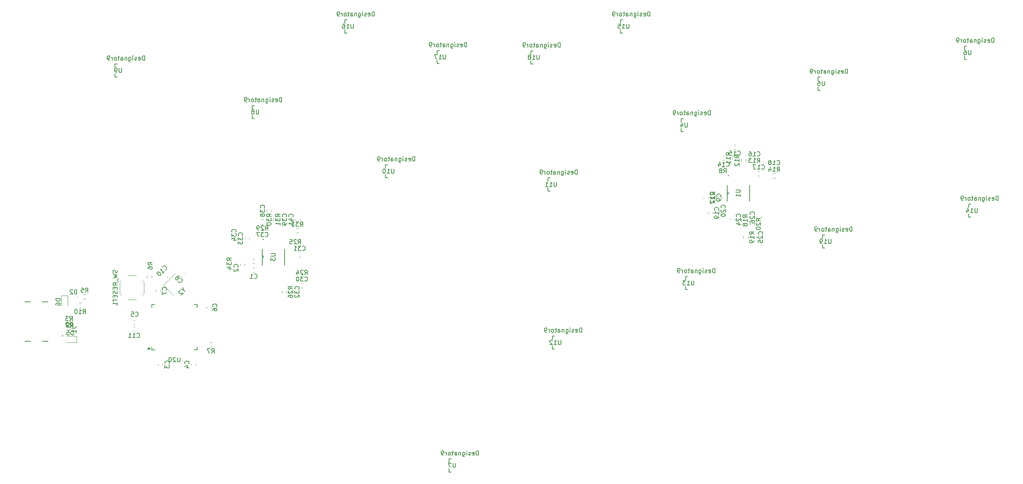
<source format=gbr>
%TF.GenerationSoftware,KiCad,Pcbnew,8.0.8*%
%TF.CreationDate,2025-04-29T22:55:39-07:00*%
%TF.ProjectId,MainBoard_BrooksGen5XMini,4d61696e-426f-4617-9264-5f42726f6f6b,rev?*%
%TF.SameCoordinates,Original*%
%TF.FileFunction,Legend,Bot*%
%TF.FilePolarity,Positive*%
%FSLAX46Y46*%
G04 Gerber Fmt 4.6, Leading zero omitted, Abs format (unit mm)*
G04 Created by KiCad (PCBNEW 8.0.8) date 2025-04-29 22:55:39*
%MOMM*%
%LPD*%
G01*
G04 APERTURE LIST*
%ADD10C,0.150000*%
%ADD11C,0.120000*%
%ADD12C,0.200000*%
%ADD13C,0.152400*%
%ADD14C,0.100000*%
G04 APERTURE END LIST*
D10*
X84142857Y-87929580D02*
X84190476Y-87977200D01*
X84190476Y-87977200D02*
X84333333Y-88024819D01*
X84333333Y-88024819D02*
X84428571Y-88024819D01*
X84428571Y-88024819D02*
X84571428Y-87977200D01*
X84571428Y-87977200D02*
X84666666Y-87881961D01*
X84666666Y-87881961D02*
X84714285Y-87786723D01*
X84714285Y-87786723D02*
X84761904Y-87596247D01*
X84761904Y-87596247D02*
X84761904Y-87453390D01*
X84761904Y-87453390D02*
X84714285Y-87262914D01*
X84714285Y-87262914D02*
X84666666Y-87167676D01*
X84666666Y-87167676D02*
X84571428Y-87072438D01*
X84571428Y-87072438D02*
X84428571Y-87024819D01*
X84428571Y-87024819D02*
X84333333Y-87024819D01*
X84333333Y-87024819D02*
X84190476Y-87072438D01*
X84190476Y-87072438D02*
X84142857Y-87120057D01*
X83809523Y-87024819D02*
X83190476Y-87024819D01*
X83190476Y-87024819D02*
X83523809Y-87405771D01*
X83523809Y-87405771D02*
X83380952Y-87405771D01*
X83380952Y-87405771D02*
X83285714Y-87453390D01*
X83285714Y-87453390D02*
X83238095Y-87501009D01*
X83238095Y-87501009D02*
X83190476Y-87596247D01*
X83190476Y-87596247D02*
X83190476Y-87834342D01*
X83190476Y-87834342D02*
X83238095Y-87929580D01*
X83238095Y-87929580D02*
X83285714Y-87977200D01*
X83285714Y-87977200D02*
X83380952Y-88024819D01*
X83380952Y-88024819D02*
X83666666Y-88024819D01*
X83666666Y-88024819D02*
X83761904Y-87977200D01*
X83761904Y-87977200D02*
X83809523Y-87929580D01*
X82571428Y-87024819D02*
X82476190Y-87024819D01*
X82476190Y-87024819D02*
X82380952Y-87072438D01*
X82380952Y-87072438D02*
X82333333Y-87120057D01*
X82333333Y-87120057D02*
X82285714Y-87215295D01*
X82285714Y-87215295D02*
X82238095Y-87405771D01*
X82238095Y-87405771D02*
X82238095Y-87643866D01*
X82238095Y-87643866D02*
X82285714Y-87834342D01*
X82285714Y-87834342D02*
X82333333Y-87929580D01*
X82333333Y-87929580D02*
X82380952Y-87977200D01*
X82380952Y-87977200D02*
X82476190Y-88024819D01*
X82476190Y-88024819D02*
X82571428Y-88024819D01*
X82571428Y-88024819D02*
X82666666Y-87977200D01*
X82666666Y-87977200D02*
X82714285Y-87929580D01*
X82714285Y-87929580D02*
X82761904Y-87834342D01*
X82761904Y-87834342D02*
X82809523Y-87643866D01*
X82809523Y-87643866D02*
X82809523Y-87405771D01*
X82809523Y-87405771D02*
X82761904Y-87215295D01*
X82761904Y-87215295D02*
X82714285Y-87120057D01*
X82714285Y-87120057D02*
X82666666Y-87072438D01*
X82666666Y-87072438D02*
X82571428Y-87024819D01*
X55738094Y-105404819D02*
X55738094Y-106214342D01*
X55738094Y-106214342D02*
X55690475Y-106309580D01*
X55690475Y-106309580D02*
X55642856Y-106357200D01*
X55642856Y-106357200D02*
X55547618Y-106404819D01*
X55547618Y-106404819D02*
X55357142Y-106404819D01*
X55357142Y-106404819D02*
X55261904Y-106357200D01*
X55261904Y-106357200D02*
X55214285Y-106309580D01*
X55214285Y-106309580D02*
X55166666Y-106214342D01*
X55166666Y-106214342D02*
X55166666Y-105404819D01*
X54738094Y-105500057D02*
X54690475Y-105452438D01*
X54690475Y-105452438D02*
X54595237Y-105404819D01*
X54595237Y-105404819D02*
X54357142Y-105404819D01*
X54357142Y-105404819D02*
X54261904Y-105452438D01*
X54261904Y-105452438D02*
X54214285Y-105500057D01*
X54214285Y-105500057D02*
X54166666Y-105595295D01*
X54166666Y-105595295D02*
X54166666Y-105690533D01*
X54166666Y-105690533D02*
X54214285Y-105833390D01*
X54214285Y-105833390D02*
X54785713Y-106404819D01*
X54785713Y-106404819D02*
X54166666Y-106404819D01*
X53547618Y-105404819D02*
X53452380Y-105404819D01*
X53452380Y-105404819D02*
X53357142Y-105452438D01*
X53357142Y-105452438D02*
X53309523Y-105500057D01*
X53309523Y-105500057D02*
X53261904Y-105595295D01*
X53261904Y-105595295D02*
X53214285Y-105785771D01*
X53214285Y-105785771D02*
X53214285Y-106023866D01*
X53214285Y-106023866D02*
X53261904Y-106214342D01*
X53261904Y-106214342D02*
X53309523Y-106309580D01*
X53309523Y-106309580D02*
X53357142Y-106357200D01*
X53357142Y-106357200D02*
X53452380Y-106404819D01*
X53452380Y-106404819D02*
X53547618Y-106404819D01*
X53547618Y-106404819D02*
X53642856Y-106357200D01*
X53642856Y-106357200D02*
X53690475Y-106309580D01*
X53690475Y-106309580D02*
X53738094Y-106214342D01*
X53738094Y-106214342D02*
X53785713Y-106023866D01*
X53785713Y-106023866D02*
X53785713Y-105785771D01*
X53785713Y-105785771D02*
X53738094Y-105595295D01*
X53738094Y-105595295D02*
X53690475Y-105500057D01*
X53690475Y-105500057D02*
X53642856Y-105452438D01*
X53642856Y-105452438D02*
X53547618Y-105404819D01*
X183024819Y-59857142D02*
X182548628Y-59523809D01*
X183024819Y-59285714D02*
X182024819Y-59285714D01*
X182024819Y-59285714D02*
X182024819Y-59666666D01*
X182024819Y-59666666D02*
X182072438Y-59761904D01*
X182072438Y-59761904D02*
X182120057Y-59809523D01*
X182120057Y-59809523D02*
X182215295Y-59857142D01*
X182215295Y-59857142D02*
X182358152Y-59857142D01*
X182358152Y-59857142D02*
X182453390Y-59809523D01*
X182453390Y-59809523D02*
X182501009Y-59761904D01*
X182501009Y-59761904D02*
X182548628Y-59666666D01*
X182548628Y-59666666D02*
X182548628Y-59285714D01*
X183024819Y-60809523D02*
X183024819Y-60238095D01*
X183024819Y-60523809D02*
X182024819Y-60523809D01*
X182024819Y-60523809D02*
X182167676Y-60428571D01*
X182167676Y-60428571D02*
X182262914Y-60333333D01*
X182262914Y-60333333D02*
X182310533Y-60238095D01*
X182120057Y-61190476D02*
X182072438Y-61238095D01*
X182072438Y-61238095D02*
X182024819Y-61333333D01*
X182024819Y-61333333D02*
X182024819Y-61571428D01*
X182024819Y-61571428D02*
X182072438Y-61666666D01*
X182072438Y-61666666D02*
X182120057Y-61714285D01*
X182120057Y-61714285D02*
X182215295Y-61761904D01*
X182215295Y-61761904D02*
X182310533Y-61761904D01*
X182310533Y-61761904D02*
X182453390Y-61714285D01*
X182453390Y-61714285D02*
X183024819Y-61142857D01*
X183024819Y-61142857D02*
X183024819Y-61761904D01*
X183289580Y-73357142D02*
X183337200Y-73309523D01*
X183337200Y-73309523D02*
X183384819Y-73166666D01*
X183384819Y-73166666D02*
X183384819Y-73071428D01*
X183384819Y-73071428D02*
X183337200Y-72928571D01*
X183337200Y-72928571D02*
X183241961Y-72833333D01*
X183241961Y-72833333D02*
X183146723Y-72785714D01*
X183146723Y-72785714D02*
X182956247Y-72738095D01*
X182956247Y-72738095D02*
X182813390Y-72738095D01*
X182813390Y-72738095D02*
X182622914Y-72785714D01*
X182622914Y-72785714D02*
X182527676Y-72833333D01*
X182527676Y-72833333D02*
X182432438Y-72928571D01*
X182432438Y-72928571D02*
X182384819Y-73071428D01*
X182384819Y-73071428D02*
X182384819Y-73166666D01*
X182384819Y-73166666D02*
X182432438Y-73309523D01*
X182432438Y-73309523D02*
X182480057Y-73357142D01*
X182480057Y-73738095D02*
X182432438Y-73785714D01*
X182432438Y-73785714D02*
X182384819Y-73880952D01*
X182384819Y-73880952D02*
X182384819Y-74119047D01*
X182384819Y-74119047D02*
X182432438Y-74214285D01*
X182432438Y-74214285D02*
X182480057Y-74261904D01*
X182480057Y-74261904D02*
X182575295Y-74309523D01*
X182575295Y-74309523D02*
X182670533Y-74309523D01*
X182670533Y-74309523D02*
X182813390Y-74261904D01*
X182813390Y-74261904D02*
X183384819Y-73690476D01*
X183384819Y-73690476D02*
X183384819Y-74309523D01*
X182718152Y-75166666D02*
X183384819Y-75166666D01*
X182337200Y-74928571D02*
X183051485Y-74690476D01*
X183051485Y-74690476D02*
X183051485Y-75309523D01*
X157938094Y-29454819D02*
X157938094Y-30264342D01*
X157938094Y-30264342D02*
X157890475Y-30359580D01*
X157890475Y-30359580D02*
X157842856Y-30407200D01*
X157842856Y-30407200D02*
X157747618Y-30454819D01*
X157747618Y-30454819D02*
X157557142Y-30454819D01*
X157557142Y-30454819D02*
X157461904Y-30407200D01*
X157461904Y-30407200D02*
X157414285Y-30359580D01*
X157414285Y-30359580D02*
X157366666Y-30264342D01*
X157366666Y-30264342D02*
X157366666Y-29454819D01*
X156366666Y-30454819D02*
X156938094Y-30454819D01*
X156652380Y-30454819D02*
X156652380Y-29454819D01*
X156652380Y-29454819D02*
X156747618Y-29597676D01*
X156747618Y-29597676D02*
X156842856Y-29692914D01*
X156842856Y-29692914D02*
X156938094Y-29740533D01*
X155461904Y-29454819D02*
X155938094Y-29454819D01*
X155938094Y-29454819D02*
X155985713Y-29931009D01*
X155985713Y-29931009D02*
X155938094Y-29883390D01*
X155938094Y-29883390D02*
X155842856Y-29835771D01*
X155842856Y-29835771D02*
X155604761Y-29835771D01*
X155604761Y-29835771D02*
X155509523Y-29883390D01*
X155509523Y-29883390D02*
X155461904Y-29931009D01*
X155461904Y-29931009D02*
X155414285Y-30026247D01*
X155414285Y-30026247D02*
X155414285Y-30264342D01*
X155414285Y-30264342D02*
X155461904Y-30359580D01*
X155461904Y-30359580D02*
X155509523Y-30407200D01*
X155509523Y-30407200D02*
X155604761Y-30454819D01*
X155604761Y-30454819D02*
X155842856Y-30454819D01*
X155842856Y-30454819D02*
X155938094Y-30407200D01*
X155938094Y-30407200D02*
X155985713Y-30359580D01*
X162692285Y-27660819D02*
X162692285Y-26660819D01*
X162692285Y-26660819D02*
X162454190Y-26660819D01*
X162454190Y-26660819D02*
X162311333Y-26708438D01*
X162311333Y-26708438D02*
X162216095Y-26803676D01*
X162216095Y-26803676D02*
X162168476Y-26898914D01*
X162168476Y-26898914D02*
X162120857Y-27089390D01*
X162120857Y-27089390D02*
X162120857Y-27232247D01*
X162120857Y-27232247D02*
X162168476Y-27422723D01*
X162168476Y-27422723D02*
X162216095Y-27517961D01*
X162216095Y-27517961D02*
X162311333Y-27613200D01*
X162311333Y-27613200D02*
X162454190Y-27660819D01*
X162454190Y-27660819D02*
X162692285Y-27660819D01*
X161311333Y-27613200D02*
X161406571Y-27660819D01*
X161406571Y-27660819D02*
X161597047Y-27660819D01*
X161597047Y-27660819D02*
X161692285Y-27613200D01*
X161692285Y-27613200D02*
X161739904Y-27517961D01*
X161739904Y-27517961D02*
X161739904Y-27137009D01*
X161739904Y-27137009D02*
X161692285Y-27041771D01*
X161692285Y-27041771D02*
X161597047Y-26994152D01*
X161597047Y-26994152D02*
X161406571Y-26994152D01*
X161406571Y-26994152D02*
X161311333Y-27041771D01*
X161311333Y-27041771D02*
X161263714Y-27137009D01*
X161263714Y-27137009D02*
X161263714Y-27232247D01*
X161263714Y-27232247D02*
X161739904Y-27327485D01*
X160882761Y-27613200D02*
X160787523Y-27660819D01*
X160787523Y-27660819D02*
X160597047Y-27660819D01*
X160597047Y-27660819D02*
X160501809Y-27613200D01*
X160501809Y-27613200D02*
X160454190Y-27517961D01*
X160454190Y-27517961D02*
X160454190Y-27470342D01*
X160454190Y-27470342D02*
X160501809Y-27375104D01*
X160501809Y-27375104D02*
X160597047Y-27327485D01*
X160597047Y-27327485D02*
X160739904Y-27327485D01*
X160739904Y-27327485D02*
X160835142Y-27279866D01*
X160835142Y-27279866D02*
X160882761Y-27184628D01*
X160882761Y-27184628D02*
X160882761Y-27137009D01*
X160882761Y-27137009D02*
X160835142Y-27041771D01*
X160835142Y-27041771D02*
X160739904Y-26994152D01*
X160739904Y-26994152D02*
X160597047Y-26994152D01*
X160597047Y-26994152D02*
X160501809Y-27041771D01*
X160025618Y-27660819D02*
X160025618Y-26994152D01*
X160025618Y-26660819D02*
X160073237Y-26708438D01*
X160073237Y-26708438D02*
X160025618Y-26756057D01*
X160025618Y-26756057D02*
X159977999Y-26708438D01*
X159977999Y-26708438D02*
X160025618Y-26660819D01*
X160025618Y-26660819D02*
X160025618Y-26756057D01*
X159120857Y-26994152D02*
X159120857Y-27803676D01*
X159120857Y-27803676D02*
X159168476Y-27898914D01*
X159168476Y-27898914D02*
X159216095Y-27946533D01*
X159216095Y-27946533D02*
X159311333Y-27994152D01*
X159311333Y-27994152D02*
X159454190Y-27994152D01*
X159454190Y-27994152D02*
X159549428Y-27946533D01*
X159120857Y-27613200D02*
X159216095Y-27660819D01*
X159216095Y-27660819D02*
X159406571Y-27660819D01*
X159406571Y-27660819D02*
X159501809Y-27613200D01*
X159501809Y-27613200D02*
X159549428Y-27565580D01*
X159549428Y-27565580D02*
X159597047Y-27470342D01*
X159597047Y-27470342D02*
X159597047Y-27184628D01*
X159597047Y-27184628D02*
X159549428Y-27089390D01*
X159549428Y-27089390D02*
X159501809Y-27041771D01*
X159501809Y-27041771D02*
X159406571Y-26994152D01*
X159406571Y-26994152D02*
X159216095Y-26994152D01*
X159216095Y-26994152D02*
X159120857Y-27041771D01*
X158644666Y-26994152D02*
X158644666Y-27660819D01*
X158644666Y-27089390D02*
X158597047Y-27041771D01*
X158597047Y-27041771D02*
X158501809Y-26994152D01*
X158501809Y-26994152D02*
X158358952Y-26994152D01*
X158358952Y-26994152D02*
X158263714Y-27041771D01*
X158263714Y-27041771D02*
X158216095Y-27137009D01*
X158216095Y-27137009D02*
X158216095Y-27660819D01*
X157311333Y-27660819D02*
X157311333Y-27137009D01*
X157311333Y-27137009D02*
X157358952Y-27041771D01*
X157358952Y-27041771D02*
X157454190Y-26994152D01*
X157454190Y-26994152D02*
X157644666Y-26994152D01*
X157644666Y-26994152D02*
X157739904Y-27041771D01*
X157311333Y-27613200D02*
X157406571Y-27660819D01*
X157406571Y-27660819D02*
X157644666Y-27660819D01*
X157644666Y-27660819D02*
X157739904Y-27613200D01*
X157739904Y-27613200D02*
X157787523Y-27517961D01*
X157787523Y-27517961D02*
X157787523Y-27422723D01*
X157787523Y-27422723D02*
X157739904Y-27327485D01*
X157739904Y-27327485D02*
X157644666Y-27279866D01*
X157644666Y-27279866D02*
X157406571Y-27279866D01*
X157406571Y-27279866D02*
X157311333Y-27232247D01*
X156977999Y-26994152D02*
X156597047Y-26994152D01*
X156835142Y-26660819D02*
X156835142Y-27517961D01*
X156835142Y-27517961D02*
X156787523Y-27613200D01*
X156787523Y-27613200D02*
X156692285Y-27660819D01*
X156692285Y-27660819D02*
X156597047Y-27660819D01*
X156120856Y-27660819D02*
X156216094Y-27613200D01*
X156216094Y-27613200D02*
X156263713Y-27565580D01*
X156263713Y-27565580D02*
X156311332Y-27470342D01*
X156311332Y-27470342D02*
X156311332Y-27184628D01*
X156311332Y-27184628D02*
X156263713Y-27089390D01*
X156263713Y-27089390D02*
X156216094Y-27041771D01*
X156216094Y-27041771D02*
X156120856Y-26994152D01*
X156120856Y-26994152D02*
X155977999Y-26994152D01*
X155977999Y-26994152D02*
X155882761Y-27041771D01*
X155882761Y-27041771D02*
X155835142Y-27089390D01*
X155835142Y-27089390D02*
X155787523Y-27184628D01*
X155787523Y-27184628D02*
X155787523Y-27470342D01*
X155787523Y-27470342D02*
X155835142Y-27565580D01*
X155835142Y-27565580D02*
X155882761Y-27613200D01*
X155882761Y-27613200D02*
X155977999Y-27660819D01*
X155977999Y-27660819D02*
X156120856Y-27660819D01*
X155358951Y-27660819D02*
X155358951Y-26994152D01*
X155358951Y-27184628D02*
X155311332Y-27089390D01*
X155311332Y-27089390D02*
X155263713Y-27041771D01*
X155263713Y-27041771D02*
X155168475Y-26994152D01*
X155168475Y-26994152D02*
X155073237Y-26994152D01*
X154692284Y-27660819D02*
X154501808Y-27660819D01*
X154501808Y-27660819D02*
X154406570Y-27613200D01*
X154406570Y-27613200D02*
X154358951Y-27565580D01*
X154358951Y-27565580D02*
X154263713Y-27422723D01*
X154263713Y-27422723D02*
X154216094Y-27232247D01*
X154216094Y-27232247D02*
X154216094Y-26851295D01*
X154216094Y-26851295D02*
X154263713Y-26756057D01*
X154263713Y-26756057D02*
X154311332Y-26708438D01*
X154311332Y-26708438D02*
X154406570Y-26660819D01*
X154406570Y-26660819D02*
X154597046Y-26660819D01*
X154597046Y-26660819D02*
X154692284Y-26708438D01*
X154692284Y-26708438D02*
X154739903Y-26756057D01*
X154739903Y-26756057D02*
X154787522Y-26851295D01*
X154787522Y-26851295D02*
X154787522Y-27089390D01*
X154787522Y-27089390D02*
X154739903Y-27184628D01*
X154739903Y-27184628D02*
X154692284Y-27232247D01*
X154692284Y-27232247D02*
X154597046Y-27279866D01*
X154597046Y-27279866D02*
X154406570Y-27279866D01*
X154406570Y-27279866D02*
X154311332Y-27232247D01*
X154311332Y-27232247D02*
X154263713Y-27184628D01*
X154263713Y-27184628D02*
X154216094Y-27089390D01*
X81429580Y-73357142D02*
X81477200Y-73309523D01*
X81477200Y-73309523D02*
X81524819Y-73166666D01*
X81524819Y-73166666D02*
X81524819Y-73071428D01*
X81524819Y-73071428D02*
X81477200Y-72928571D01*
X81477200Y-72928571D02*
X81381961Y-72833333D01*
X81381961Y-72833333D02*
X81286723Y-72785714D01*
X81286723Y-72785714D02*
X81096247Y-72738095D01*
X81096247Y-72738095D02*
X80953390Y-72738095D01*
X80953390Y-72738095D02*
X80762914Y-72785714D01*
X80762914Y-72785714D02*
X80667676Y-72833333D01*
X80667676Y-72833333D02*
X80572438Y-72928571D01*
X80572438Y-72928571D02*
X80524819Y-73071428D01*
X80524819Y-73071428D02*
X80524819Y-73166666D01*
X80524819Y-73166666D02*
X80572438Y-73309523D01*
X80572438Y-73309523D02*
X80620057Y-73357142D01*
X80858152Y-74214285D02*
X81524819Y-74214285D01*
X80477200Y-73976190D02*
X81191485Y-73738095D01*
X81191485Y-73738095D02*
X81191485Y-74357142D01*
X81524819Y-75261904D02*
X81524819Y-74690476D01*
X81524819Y-74976190D02*
X80524819Y-74976190D01*
X80524819Y-74976190D02*
X80667676Y-74880952D01*
X80667676Y-74880952D02*
X80762914Y-74785714D01*
X80762914Y-74785714D02*
X80810533Y-74690476D01*
X171261904Y-51954819D02*
X171261904Y-52764342D01*
X171261904Y-52764342D02*
X171214285Y-52859580D01*
X171214285Y-52859580D02*
X171166666Y-52907200D01*
X171166666Y-52907200D02*
X171071428Y-52954819D01*
X171071428Y-52954819D02*
X170880952Y-52954819D01*
X170880952Y-52954819D02*
X170785714Y-52907200D01*
X170785714Y-52907200D02*
X170738095Y-52859580D01*
X170738095Y-52859580D02*
X170690476Y-52764342D01*
X170690476Y-52764342D02*
X170690476Y-51954819D01*
X169785714Y-52288152D02*
X169785714Y-52954819D01*
X170023809Y-51907200D02*
X170261904Y-52621485D01*
X170261904Y-52621485D02*
X169642857Y-52621485D01*
X176492285Y-50160819D02*
X176492285Y-49160819D01*
X176492285Y-49160819D02*
X176254190Y-49160819D01*
X176254190Y-49160819D02*
X176111333Y-49208438D01*
X176111333Y-49208438D02*
X176016095Y-49303676D01*
X176016095Y-49303676D02*
X175968476Y-49398914D01*
X175968476Y-49398914D02*
X175920857Y-49589390D01*
X175920857Y-49589390D02*
X175920857Y-49732247D01*
X175920857Y-49732247D02*
X175968476Y-49922723D01*
X175968476Y-49922723D02*
X176016095Y-50017961D01*
X176016095Y-50017961D02*
X176111333Y-50113200D01*
X176111333Y-50113200D02*
X176254190Y-50160819D01*
X176254190Y-50160819D02*
X176492285Y-50160819D01*
X175111333Y-50113200D02*
X175206571Y-50160819D01*
X175206571Y-50160819D02*
X175397047Y-50160819D01*
X175397047Y-50160819D02*
X175492285Y-50113200D01*
X175492285Y-50113200D02*
X175539904Y-50017961D01*
X175539904Y-50017961D02*
X175539904Y-49637009D01*
X175539904Y-49637009D02*
X175492285Y-49541771D01*
X175492285Y-49541771D02*
X175397047Y-49494152D01*
X175397047Y-49494152D02*
X175206571Y-49494152D01*
X175206571Y-49494152D02*
X175111333Y-49541771D01*
X175111333Y-49541771D02*
X175063714Y-49637009D01*
X175063714Y-49637009D02*
X175063714Y-49732247D01*
X175063714Y-49732247D02*
X175539904Y-49827485D01*
X174682761Y-50113200D02*
X174587523Y-50160819D01*
X174587523Y-50160819D02*
X174397047Y-50160819D01*
X174397047Y-50160819D02*
X174301809Y-50113200D01*
X174301809Y-50113200D02*
X174254190Y-50017961D01*
X174254190Y-50017961D02*
X174254190Y-49970342D01*
X174254190Y-49970342D02*
X174301809Y-49875104D01*
X174301809Y-49875104D02*
X174397047Y-49827485D01*
X174397047Y-49827485D02*
X174539904Y-49827485D01*
X174539904Y-49827485D02*
X174635142Y-49779866D01*
X174635142Y-49779866D02*
X174682761Y-49684628D01*
X174682761Y-49684628D02*
X174682761Y-49637009D01*
X174682761Y-49637009D02*
X174635142Y-49541771D01*
X174635142Y-49541771D02*
X174539904Y-49494152D01*
X174539904Y-49494152D02*
X174397047Y-49494152D01*
X174397047Y-49494152D02*
X174301809Y-49541771D01*
X173825618Y-50160819D02*
X173825618Y-49494152D01*
X173825618Y-49160819D02*
X173873237Y-49208438D01*
X173873237Y-49208438D02*
X173825618Y-49256057D01*
X173825618Y-49256057D02*
X173777999Y-49208438D01*
X173777999Y-49208438D02*
X173825618Y-49160819D01*
X173825618Y-49160819D02*
X173825618Y-49256057D01*
X172920857Y-49494152D02*
X172920857Y-50303676D01*
X172920857Y-50303676D02*
X172968476Y-50398914D01*
X172968476Y-50398914D02*
X173016095Y-50446533D01*
X173016095Y-50446533D02*
X173111333Y-50494152D01*
X173111333Y-50494152D02*
X173254190Y-50494152D01*
X173254190Y-50494152D02*
X173349428Y-50446533D01*
X172920857Y-50113200D02*
X173016095Y-50160819D01*
X173016095Y-50160819D02*
X173206571Y-50160819D01*
X173206571Y-50160819D02*
X173301809Y-50113200D01*
X173301809Y-50113200D02*
X173349428Y-50065580D01*
X173349428Y-50065580D02*
X173397047Y-49970342D01*
X173397047Y-49970342D02*
X173397047Y-49684628D01*
X173397047Y-49684628D02*
X173349428Y-49589390D01*
X173349428Y-49589390D02*
X173301809Y-49541771D01*
X173301809Y-49541771D02*
X173206571Y-49494152D01*
X173206571Y-49494152D02*
X173016095Y-49494152D01*
X173016095Y-49494152D02*
X172920857Y-49541771D01*
X172444666Y-49494152D02*
X172444666Y-50160819D01*
X172444666Y-49589390D02*
X172397047Y-49541771D01*
X172397047Y-49541771D02*
X172301809Y-49494152D01*
X172301809Y-49494152D02*
X172158952Y-49494152D01*
X172158952Y-49494152D02*
X172063714Y-49541771D01*
X172063714Y-49541771D02*
X172016095Y-49637009D01*
X172016095Y-49637009D02*
X172016095Y-50160819D01*
X171111333Y-50160819D02*
X171111333Y-49637009D01*
X171111333Y-49637009D02*
X171158952Y-49541771D01*
X171158952Y-49541771D02*
X171254190Y-49494152D01*
X171254190Y-49494152D02*
X171444666Y-49494152D01*
X171444666Y-49494152D02*
X171539904Y-49541771D01*
X171111333Y-50113200D02*
X171206571Y-50160819D01*
X171206571Y-50160819D02*
X171444666Y-50160819D01*
X171444666Y-50160819D02*
X171539904Y-50113200D01*
X171539904Y-50113200D02*
X171587523Y-50017961D01*
X171587523Y-50017961D02*
X171587523Y-49922723D01*
X171587523Y-49922723D02*
X171539904Y-49827485D01*
X171539904Y-49827485D02*
X171444666Y-49779866D01*
X171444666Y-49779866D02*
X171206571Y-49779866D01*
X171206571Y-49779866D02*
X171111333Y-49732247D01*
X170777999Y-49494152D02*
X170397047Y-49494152D01*
X170635142Y-49160819D02*
X170635142Y-50017961D01*
X170635142Y-50017961D02*
X170587523Y-50113200D01*
X170587523Y-50113200D02*
X170492285Y-50160819D01*
X170492285Y-50160819D02*
X170397047Y-50160819D01*
X169920856Y-50160819D02*
X170016094Y-50113200D01*
X170016094Y-50113200D02*
X170063713Y-50065580D01*
X170063713Y-50065580D02*
X170111332Y-49970342D01*
X170111332Y-49970342D02*
X170111332Y-49684628D01*
X170111332Y-49684628D02*
X170063713Y-49589390D01*
X170063713Y-49589390D02*
X170016094Y-49541771D01*
X170016094Y-49541771D02*
X169920856Y-49494152D01*
X169920856Y-49494152D02*
X169777999Y-49494152D01*
X169777999Y-49494152D02*
X169682761Y-49541771D01*
X169682761Y-49541771D02*
X169635142Y-49589390D01*
X169635142Y-49589390D02*
X169587523Y-49684628D01*
X169587523Y-49684628D02*
X169587523Y-49970342D01*
X169587523Y-49970342D02*
X169635142Y-50065580D01*
X169635142Y-50065580D02*
X169682761Y-50113200D01*
X169682761Y-50113200D02*
X169777999Y-50160819D01*
X169777999Y-50160819D02*
X169920856Y-50160819D01*
X169158951Y-50160819D02*
X169158951Y-49494152D01*
X169158951Y-49684628D02*
X169111332Y-49589390D01*
X169111332Y-49589390D02*
X169063713Y-49541771D01*
X169063713Y-49541771D02*
X168968475Y-49494152D01*
X168968475Y-49494152D02*
X168873237Y-49494152D01*
X168492284Y-50160819D02*
X168301808Y-50160819D01*
X168301808Y-50160819D02*
X168206570Y-50113200D01*
X168206570Y-50113200D02*
X168158951Y-50065580D01*
X168158951Y-50065580D02*
X168063713Y-49922723D01*
X168063713Y-49922723D02*
X168016094Y-49732247D01*
X168016094Y-49732247D02*
X168016094Y-49351295D01*
X168016094Y-49351295D02*
X168063713Y-49256057D01*
X168063713Y-49256057D02*
X168111332Y-49208438D01*
X168111332Y-49208438D02*
X168206570Y-49160819D01*
X168206570Y-49160819D02*
X168397046Y-49160819D01*
X168397046Y-49160819D02*
X168492284Y-49208438D01*
X168492284Y-49208438D02*
X168539903Y-49256057D01*
X168539903Y-49256057D02*
X168587522Y-49351295D01*
X168587522Y-49351295D02*
X168587522Y-49589390D01*
X168587522Y-49589390D02*
X168539903Y-49684628D01*
X168539903Y-49684628D02*
X168492284Y-49732247D01*
X168492284Y-49732247D02*
X168397046Y-49779866D01*
X168397046Y-49779866D02*
X168206570Y-49779866D01*
X168206570Y-49779866D02*
X168111332Y-49732247D01*
X168111332Y-49732247D02*
X168063713Y-49684628D01*
X168063713Y-49684628D02*
X168016094Y-49589390D01*
X137538094Y-36504819D02*
X137538094Y-37314342D01*
X137538094Y-37314342D02*
X137490475Y-37409580D01*
X137490475Y-37409580D02*
X137442856Y-37457200D01*
X137442856Y-37457200D02*
X137347618Y-37504819D01*
X137347618Y-37504819D02*
X137157142Y-37504819D01*
X137157142Y-37504819D02*
X137061904Y-37457200D01*
X137061904Y-37457200D02*
X137014285Y-37409580D01*
X137014285Y-37409580D02*
X136966666Y-37314342D01*
X136966666Y-37314342D02*
X136966666Y-36504819D01*
X135966666Y-37504819D02*
X136538094Y-37504819D01*
X136252380Y-37504819D02*
X136252380Y-36504819D01*
X136252380Y-36504819D02*
X136347618Y-36647676D01*
X136347618Y-36647676D02*
X136442856Y-36742914D01*
X136442856Y-36742914D02*
X136538094Y-36790533D01*
X135395237Y-36933390D02*
X135490475Y-36885771D01*
X135490475Y-36885771D02*
X135538094Y-36838152D01*
X135538094Y-36838152D02*
X135585713Y-36742914D01*
X135585713Y-36742914D02*
X135585713Y-36695295D01*
X135585713Y-36695295D02*
X135538094Y-36600057D01*
X135538094Y-36600057D02*
X135490475Y-36552438D01*
X135490475Y-36552438D02*
X135395237Y-36504819D01*
X135395237Y-36504819D02*
X135204761Y-36504819D01*
X135204761Y-36504819D02*
X135109523Y-36552438D01*
X135109523Y-36552438D02*
X135061904Y-36600057D01*
X135061904Y-36600057D02*
X135014285Y-36695295D01*
X135014285Y-36695295D02*
X135014285Y-36742914D01*
X135014285Y-36742914D02*
X135061904Y-36838152D01*
X135061904Y-36838152D02*
X135109523Y-36885771D01*
X135109523Y-36885771D02*
X135204761Y-36933390D01*
X135204761Y-36933390D02*
X135395237Y-36933390D01*
X135395237Y-36933390D02*
X135490475Y-36981009D01*
X135490475Y-36981009D02*
X135538094Y-37028628D01*
X135538094Y-37028628D02*
X135585713Y-37123866D01*
X135585713Y-37123866D02*
X135585713Y-37314342D01*
X135585713Y-37314342D02*
X135538094Y-37409580D01*
X135538094Y-37409580D02*
X135490475Y-37457200D01*
X135490475Y-37457200D02*
X135395237Y-37504819D01*
X135395237Y-37504819D02*
X135204761Y-37504819D01*
X135204761Y-37504819D02*
X135109523Y-37457200D01*
X135109523Y-37457200D02*
X135061904Y-37409580D01*
X135061904Y-37409580D02*
X135014285Y-37314342D01*
X135014285Y-37314342D02*
X135014285Y-37123866D01*
X135014285Y-37123866D02*
X135061904Y-37028628D01*
X135061904Y-37028628D02*
X135109523Y-36981009D01*
X135109523Y-36981009D02*
X135204761Y-36933390D01*
X142292285Y-34710819D02*
X142292285Y-33710819D01*
X142292285Y-33710819D02*
X142054190Y-33710819D01*
X142054190Y-33710819D02*
X141911333Y-33758438D01*
X141911333Y-33758438D02*
X141816095Y-33853676D01*
X141816095Y-33853676D02*
X141768476Y-33948914D01*
X141768476Y-33948914D02*
X141720857Y-34139390D01*
X141720857Y-34139390D02*
X141720857Y-34282247D01*
X141720857Y-34282247D02*
X141768476Y-34472723D01*
X141768476Y-34472723D02*
X141816095Y-34567961D01*
X141816095Y-34567961D02*
X141911333Y-34663200D01*
X141911333Y-34663200D02*
X142054190Y-34710819D01*
X142054190Y-34710819D02*
X142292285Y-34710819D01*
X140911333Y-34663200D02*
X141006571Y-34710819D01*
X141006571Y-34710819D02*
X141197047Y-34710819D01*
X141197047Y-34710819D02*
X141292285Y-34663200D01*
X141292285Y-34663200D02*
X141339904Y-34567961D01*
X141339904Y-34567961D02*
X141339904Y-34187009D01*
X141339904Y-34187009D02*
X141292285Y-34091771D01*
X141292285Y-34091771D02*
X141197047Y-34044152D01*
X141197047Y-34044152D02*
X141006571Y-34044152D01*
X141006571Y-34044152D02*
X140911333Y-34091771D01*
X140911333Y-34091771D02*
X140863714Y-34187009D01*
X140863714Y-34187009D02*
X140863714Y-34282247D01*
X140863714Y-34282247D02*
X141339904Y-34377485D01*
X140482761Y-34663200D02*
X140387523Y-34710819D01*
X140387523Y-34710819D02*
X140197047Y-34710819D01*
X140197047Y-34710819D02*
X140101809Y-34663200D01*
X140101809Y-34663200D02*
X140054190Y-34567961D01*
X140054190Y-34567961D02*
X140054190Y-34520342D01*
X140054190Y-34520342D02*
X140101809Y-34425104D01*
X140101809Y-34425104D02*
X140197047Y-34377485D01*
X140197047Y-34377485D02*
X140339904Y-34377485D01*
X140339904Y-34377485D02*
X140435142Y-34329866D01*
X140435142Y-34329866D02*
X140482761Y-34234628D01*
X140482761Y-34234628D02*
X140482761Y-34187009D01*
X140482761Y-34187009D02*
X140435142Y-34091771D01*
X140435142Y-34091771D02*
X140339904Y-34044152D01*
X140339904Y-34044152D02*
X140197047Y-34044152D01*
X140197047Y-34044152D02*
X140101809Y-34091771D01*
X139625618Y-34710819D02*
X139625618Y-34044152D01*
X139625618Y-33710819D02*
X139673237Y-33758438D01*
X139673237Y-33758438D02*
X139625618Y-33806057D01*
X139625618Y-33806057D02*
X139577999Y-33758438D01*
X139577999Y-33758438D02*
X139625618Y-33710819D01*
X139625618Y-33710819D02*
X139625618Y-33806057D01*
X138720857Y-34044152D02*
X138720857Y-34853676D01*
X138720857Y-34853676D02*
X138768476Y-34948914D01*
X138768476Y-34948914D02*
X138816095Y-34996533D01*
X138816095Y-34996533D02*
X138911333Y-35044152D01*
X138911333Y-35044152D02*
X139054190Y-35044152D01*
X139054190Y-35044152D02*
X139149428Y-34996533D01*
X138720857Y-34663200D02*
X138816095Y-34710819D01*
X138816095Y-34710819D02*
X139006571Y-34710819D01*
X139006571Y-34710819D02*
X139101809Y-34663200D01*
X139101809Y-34663200D02*
X139149428Y-34615580D01*
X139149428Y-34615580D02*
X139197047Y-34520342D01*
X139197047Y-34520342D02*
X139197047Y-34234628D01*
X139197047Y-34234628D02*
X139149428Y-34139390D01*
X139149428Y-34139390D02*
X139101809Y-34091771D01*
X139101809Y-34091771D02*
X139006571Y-34044152D01*
X139006571Y-34044152D02*
X138816095Y-34044152D01*
X138816095Y-34044152D02*
X138720857Y-34091771D01*
X138244666Y-34044152D02*
X138244666Y-34710819D01*
X138244666Y-34139390D02*
X138197047Y-34091771D01*
X138197047Y-34091771D02*
X138101809Y-34044152D01*
X138101809Y-34044152D02*
X137958952Y-34044152D01*
X137958952Y-34044152D02*
X137863714Y-34091771D01*
X137863714Y-34091771D02*
X137816095Y-34187009D01*
X137816095Y-34187009D02*
X137816095Y-34710819D01*
X136911333Y-34710819D02*
X136911333Y-34187009D01*
X136911333Y-34187009D02*
X136958952Y-34091771D01*
X136958952Y-34091771D02*
X137054190Y-34044152D01*
X137054190Y-34044152D02*
X137244666Y-34044152D01*
X137244666Y-34044152D02*
X137339904Y-34091771D01*
X136911333Y-34663200D02*
X137006571Y-34710819D01*
X137006571Y-34710819D02*
X137244666Y-34710819D01*
X137244666Y-34710819D02*
X137339904Y-34663200D01*
X137339904Y-34663200D02*
X137387523Y-34567961D01*
X137387523Y-34567961D02*
X137387523Y-34472723D01*
X137387523Y-34472723D02*
X137339904Y-34377485D01*
X137339904Y-34377485D02*
X137244666Y-34329866D01*
X137244666Y-34329866D02*
X137006571Y-34329866D01*
X137006571Y-34329866D02*
X136911333Y-34282247D01*
X136577999Y-34044152D02*
X136197047Y-34044152D01*
X136435142Y-33710819D02*
X136435142Y-34567961D01*
X136435142Y-34567961D02*
X136387523Y-34663200D01*
X136387523Y-34663200D02*
X136292285Y-34710819D01*
X136292285Y-34710819D02*
X136197047Y-34710819D01*
X135720856Y-34710819D02*
X135816094Y-34663200D01*
X135816094Y-34663200D02*
X135863713Y-34615580D01*
X135863713Y-34615580D02*
X135911332Y-34520342D01*
X135911332Y-34520342D02*
X135911332Y-34234628D01*
X135911332Y-34234628D02*
X135863713Y-34139390D01*
X135863713Y-34139390D02*
X135816094Y-34091771D01*
X135816094Y-34091771D02*
X135720856Y-34044152D01*
X135720856Y-34044152D02*
X135577999Y-34044152D01*
X135577999Y-34044152D02*
X135482761Y-34091771D01*
X135482761Y-34091771D02*
X135435142Y-34139390D01*
X135435142Y-34139390D02*
X135387523Y-34234628D01*
X135387523Y-34234628D02*
X135387523Y-34520342D01*
X135387523Y-34520342D02*
X135435142Y-34615580D01*
X135435142Y-34615580D02*
X135482761Y-34663200D01*
X135482761Y-34663200D02*
X135577999Y-34710819D01*
X135577999Y-34710819D02*
X135720856Y-34710819D01*
X134958951Y-34710819D02*
X134958951Y-34044152D01*
X134958951Y-34234628D02*
X134911332Y-34139390D01*
X134911332Y-34139390D02*
X134863713Y-34091771D01*
X134863713Y-34091771D02*
X134768475Y-34044152D01*
X134768475Y-34044152D02*
X134673237Y-34044152D01*
X134292284Y-34710819D02*
X134101808Y-34710819D01*
X134101808Y-34710819D02*
X134006570Y-34663200D01*
X134006570Y-34663200D02*
X133958951Y-34615580D01*
X133958951Y-34615580D02*
X133863713Y-34472723D01*
X133863713Y-34472723D02*
X133816094Y-34282247D01*
X133816094Y-34282247D02*
X133816094Y-33901295D01*
X133816094Y-33901295D02*
X133863713Y-33806057D01*
X133863713Y-33806057D02*
X133911332Y-33758438D01*
X133911332Y-33758438D02*
X134006570Y-33710819D01*
X134006570Y-33710819D02*
X134197046Y-33710819D01*
X134197046Y-33710819D02*
X134292284Y-33758438D01*
X134292284Y-33758438D02*
X134339903Y-33806057D01*
X134339903Y-33806057D02*
X134387522Y-33901295D01*
X134387522Y-33901295D02*
X134387522Y-34139390D01*
X134387522Y-34139390D02*
X134339903Y-34234628D01*
X134339903Y-34234628D02*
X134292284Y-34282247D01*
X134292284Y-34282247D02*
X134197046Y-34329866D01*
X134197046Y-34329866D02*
X134006570Y-34329866D01*
X134006570Y-34329866D02*
X133911332Y-34282247D01*
X133911332Y-34282247D02*
X133863713Y-34234628D01*
X133863713Y-34234628D02*
X133816094Y-34139390D01*
X52589580Y-90058333D02*
X52637200Y-90010714D01*
X52637200Y-90010714D02*
X52684819Y-89867857D01*
X52684819Y-89867857D02*
X52684819Y-89772619D01*
X52684819Y-89772619D02*
X52637200Y-89629762D01*
X52637200Y-89629762D02*
X52541961Y-89534524D01*
X52541961Y-89534524D02*
X52446723Y-89486905D01*
X52446723Y-89486905D02*
X52256247Y-89439286D01*
X52256247Y-89439286D02*
X52113390Y-89439286D01*
X52113390Y-89439286D02*
X51922914Y-89486905D01*
X51922914Y-89486905D02*
X51827676Y-89534524D01*
X51827676Y-89534524D02*
X51732438Y-89629762D01*
X51732438Y-89629762D02*
X51684819Y-89772619D01*
X51684819Y-89772619D02*
X51684819Y-89867857D01*
X51684819Y-89867857D02*
X51732438Y-90010714D01*
X51732438Y-90010714D02*
X51780057Y-90058333D01*
X51684819Y-90391667D02*
X51684819Y-91058333D01*
X51684819Y-91058333D02*
X52684819Y-90629762D01*
X142438094Y-101454819D02*
X142438094Y-102264342D01*
X142438094Y-102264342D02*
X142390475Y-102359580D01*
X142390475Y-102359580D02*
X142342856Y-102407200D01*
X142342856Y-102407200D02*
X142247618Y-102454819D01*
X142247618Y-102454819D02*
X142057142Y-102454819D01*
X142057142Y-102454819D02*
X141961904Y-102407200D01*
X141961904Y-102407200D02*
X141914285Y-102359580D01*
X141914285Y-102359580D02*
X141866666Y-102264342D01*
X141866666Y-102264342D02*
X141866666Y-101454819D01*
X140866666Y-102454819D02*
X141438094Y-102454819D01*
X141152380Y-102454819D02*
X141152380Y-101454819D01*
X141152380Y-101454819D02*
X141247618Y-101597676D01*
X141247618Y-101597676D02*
X141342856Y-101692914D01*
X141342856Y-101692914D02*
X141438094Y-101740533D01*
X140485713Y-101550057D02*
X140438094Y-101502438D01*
X140438094Y-101502438D02*
X140342856Y-101454819D01*
X140342856Y-101454819D02*
X140104761Y-101454819D01*
X140104761Y-101454819D02*
X140009523Y-101502438D01*
X140009523Y-101502438D02*
X139961904Y-101550057D01*
X139961904Y-101550057D02*
X139914285Y-101645295D01*
X139914285Y-101645295D02*
X139914285Y-101740533D01*
X139914285Y-101740533D02*
X139961904Y-101883390D01*
X139961904Y-101883390D02*
X140533332Y-102454819D01*
X140533332Y-102454819D02*
X139914285Y-102454819D01*
X147192285Y-99660819D02*
X147192285Y-98660819D01*
X147192285Y-98660819D02*
X146954190Y-98660819D01*
X146954190Y-98660819D02*
X146811333Y-98708438D01*
X146811333Y-98708438D02*
X146716095Y-98803676D01*
X146716095Y-98803676D02*
X146668476Y-98898914D01*
X146668476Y-98898914D02*
X146620857Y-99089390D01*
X146620857Y-99089390D02*
X146620857Y-99232247D01*
X146620857Y-99232247D02*
X146668476Y-99422723D01*
X146668476Y-99422723D02*
X146716095Y-99517961D01*
X146716095Y-99517961D02*
X146811333Y-99613200D01*
X146811333Y-99613200D02*
X146954190Y-99660819D01*
X146954190Y-99660819D02*
X147192285Y-99660819D01*
X145811333Y-99613200D02*
X145906571Y-99660819D01*
X145906571Y-99660819D02*
X146097047Y-99660819D01*
X146097047Y-99660819D02*
X146192285Y-99613200D01*
X146192285Y-99613200D02*
X146239904Y-99517961D01*
X146239904Y-99517961D02*
X146239904Y-99137009D01*
X146239904Y-99137009D02*
X146192285Y-99041771D01*
X146192285Y-99041771D02*
X146097047Y-98994152D01*
X146097047Y-98994152D02*
X145906571Y-98994152D01*
X145906571Y-98994152D02*
X145811333Y-99041771D01*
X145811333Y-99041771D02*
X145763714Y-99137009D01*
X145763714Y-99137009D02*
X145763714Y-99232247D01*
X145763714Y-99232247D02*
X146239904Y-99327485D01*
X145382761Y-99613200D02*
X145287523Y-99660819D01*
X145287523Y-99660819D02*
X145097047Y-99660819D01*
X145097047Y-99660819D02*
X145001809Y-99613200D01*
X145001809Y-99613200D02*
X144954190Y-99517961D01*
X144954190Y-99517961D02*
X144954190Y-99470342D01*
X144954190Y-99470342D02*
X145001809Y-99375104D01*
X145001809Y-99375104D02*
X145097047Y-99327485D01*
X145097047Y-99327485D02*
X145239904Y-99327485D01*
X145239904Y-99327485D02*
X145335142Y-99279866D01*
X145335142Y-99279866D02*
X145382761Y-99184628D01*
X145382761Y-99184628D02*
X145382761Y-99137009D01*
X145382761Y-99137009D02*
X145335142Y-99041771D01*
X145335142Y-99041771D02*
X145239904Y-98994152D01*
X145239904Y-98994152D02*
X145097047Y-98994152D01*
X145097047Y-98994152D02*
X145001809Y-99041771D01*
X144525618Y-99660819D02*
X144525618Y-98994152D01*
X144525618Y-98660819D02*
X144573237Y-98708438D01*
X144573237Y-98708438D02*
X144525618Y-98756057D01*
X144525618Y-98756057D02*
X144477999Y-98708438D01*
X144477999Y-98708438D02*
X144525618Y-98660819D01*
X144525618Y-98660819D02*
X144525618Y-98756057D01*
X143620857Y-98994152D02*
X143620857Y-99803676D01*
X143620857Y-99803676D02*
X143668476Y-99898914D01*
X143668476Y-99898914D02*
X143716095Y-99946533D01*
X143716095Y-99946533D02*
X143811333Y-99994152D01*
X143811333Y-99994152D02*
X143954190Y-99994152D01*
X143954190Y-99994152D02*
X144049428Y-99946533D01*
X143620857Y-99613200D02*
X143716095Y-99660819D01*
X143716095Y-99660819D02*
X143906571Y-99660819D01*
X143906571Y-99660819D02*
X144001809Y-99613200D01*
X144001809Y-99613200D02*
X144049428Y-99565580D01*
X144049428Y-99565580D02*
X144097047Y-99470342D01*
X144097047Y-99470342D02*
X144097047Y-99184628D01*
X144097047Y-99184628D02*
X144049428Y-99089390D01*
X144049428Y-99089390D02*
X144001809Y-99041771D01*
X144001809Y-99041771D02*
X143906571Y-98994152D01*
X143906571Y-98994152D02*
X143716095Y-98994152D01*
X143716095Y-98994152D02*
X143620857Y-99041771D01*
X143144666Y-98994152D02*
X143144666Y-99660819D01*
X143144666Y-99089390D02*
X143097047Y-99041771D01*
X143097047Y-99041771D02*
X143001809Y-98994152D01*
X143001809Y-98994152D02*
X142858952Y-98994152D01*
X142858952Y-98994152D02*
X142763714Y-99041771D01*
X142763714Y-99041771D02*
X142716095Y-99137009D01*
X142716095Y-99137009D02*
X142716095Y-99660819D01*
X141811333Y-99660819D02*
X141811333Y-99137009D01*
X141811333Y-99137009D02*
X141858952Y-99041771D01*
X141858952Y-99041771D02*
X141954190Y-98994152D01*
X141954190Y-98994152D02*
X142144666Y-98994152D01*
X142144666Y-98994152D02*
X142239904Y-99041771D01*
X141811333Y-99613200D02*
X141906571Y-99660819D01*
X141906571Y-99660819D02*
X142144666Y-99660819D01*
X142144666Y-99660819D02*
X142239904Y-99613200D01*
X142239904Y-99613200D02*
X142287523Y-99517961D01*
X142287523Y-99517961D02*
X142287523Y-99422723D01*
X142287523Y-99422723D02*
X142239904Y-99327485D01*
X142239904Y-99327485D02*
X142144666Y-99279866D01*
X142144666Y-99279866D02*
X141906571Y-99279866D01*
X141906571Y-99279866D02*
X141811333Y-99232247D01*
X141477999Y-98994152D02*
X141097047Y-98994152D01*
X141335142Y-98660819D02*
X141335142Y-99517961D01*
X141335142Y-99517961D02*
X141287523Y-99613200D01*
X141287523Y-99613200D02*
X141192285Y-99660819D01*
X141192285Y-99660819D02*
X141097047Y-99660819D01*
X140620856Y-99660819D02*
X140716094Y-99613200D01*
X140716094Y-99613200D02*
X140763713Y-99565580D01*
X140763713Y-99565580D02*
X140811332Y-99470342D01*
X140811332Y-99470342D02*
X140811332Y-99184628D01*
X140811332Y-99184628D02*
X140763713Y-99089390D01*
X140763713Y-99089390D02*
X140716094Y-99041771D01*
X140716094Y-99041771D02*
X140620856Y-98994152D01*
X140620856Y-98994152D02*
X140477999Y-98994152D01*
X140477999Y-98994152D02*
X140382761Y-99041771D01*
X140382761Y-99041771D02*
X140335142Y-99089390D01*
X140335142Y-99089390D02*
X140287523Y-99184628D01*
X140287523Y-99184628D02*
X140287523Y-99470342D01*
X140287523Y-99470342D02*
X140335142Y-99565580D01*
X140335142Y-99565580D02*
X140382761Y-99613200D01*
X140382761Y-99613200D02*
X140477999Y-99660819D01*
X140477999Y-99660819D02*
X140620856Y-99660819D01*
X139858951Y-99660819D02*
X139858951Y-98994152D01*
X139858951Y-99184628D02*
X139811332Y-99089390D01*
X139811332Y-99089390D02*
X139763713Y-99041771D01*
X139763713Y-99041771D02*
X139668475Y-98994152D01*
X139668475Y-98994152D02*
X139573237Y-98994152D01*
X139192284Y-99660819D02*
X139001808Y-99660819D01*
X139001808Y-99660819D02*
X138906570Y-99613200D01*
X138906570Y-99613200D02*
X138858951Y-99565580D01*
X138858951Y-99565580D02*
X138763713Y-99422723D01*
X138763713Y-99422723D02*
X138716094Y-99232247D01*
X138716094Y-99232247D02*
X138716094Y-98851295D01*
X138716094Y-98851295D02*
X138763713Y-98756057D01*
X138763713Y-98756057D02*
X138811332Y-98708438D01*
X138811332Y-98708438D02*
X138906570Y-98660819D01*
X138906570Y-98660819D02*
X139097046Y-98660819D01*
X139097046Y-98660819D02*
X139192284Y-98708438D01*
X139192284Y-98708438D02*
X139239903Y-98756057D01*
X139239903Y-98756057D02*
X139287522Y-98851295D01*
X139287522Y-98851295D02*
X139287522Y-99089390D01*
X139287522Y-99089390D02*
X139239903Y-99184628D01*
X139239903Y-99184628D02*
X139192284Y-99232247D01*
X139192284Y-99232247D02*
X139097046Y-99279866D01*
X139097046Y-99279866D02*
X138906570Y-99279866D01*
X138906570Y-99279866D02*
X138811332Y-99232247D01*
X138811332Y-99232247D02*
X138763713Y-99184628D01*
X138763713Y-99184628D02*
X138716094Y-99089390D01*
X78524819Y-73357142D02*
X78048628Y-73023809D01*
X78524819Y-72785714D02*
X77524819Y-72785714D01*
X77524819Y-72785714D02*
X77524819Y-73166666D01*
X77524819Y-73166666D02*
X77572438Y-73261904D01*
X77572438Y-73261904D02*
X77620057Y-73309523D01*
X77620057Y-73309523D02*
X77715295Y-73357142D01*
X77715295Y-73357142D02*
X77858152Y-73357142D01*
X77858152Y-73357142D02*
X77953390Y-73309523D01*
X77953390Y-73309523D02*
X78001009Y-73261904D01*
X78001009Y-73261904D02*
X78048628Y-73166666D01*
X78048628Y-73166666D02*
X78048628Y-72785714D01*
X77524819Y-73690476D02*
X77524819Y-74309523D01*
X77524819Y-74309523D02*
X77905771Y-73976190D01*
X77905771Y-73976190D02*
X77905771Y-74119047D01*
X77905771Y-74119047D02*
X77953390Y-74214285D01*
X77953390Y-74214285D02*
X78001009Y-74261904D01*
X78001009Y-74261904D02*
X78096247Y-74309523D01*
X78096247Y-74309523D02*
X78334342Y-74309523D01*
X78334342Y-74309523D02*
X78429580Y-74261904D01*
X78429580Y-74261904D02*
X78477200Y-74214285D01*
X78477200Y-74214285D02*
X78524819Y-74119047D01*
X78524819Y-74119047D02*
X78524819Y-73833333D01*
X78524819Y-73833333D02*
X78477200Y-73738095D01*
X78477200Y-73738095D02*
X78429580Y-73690476D01*
X78524819Y-75261904D02*
X78524819Y-74690476D01*
X78524819Y-74976190D02*
X77524819Y-74976190D01*
X77524819Y-74976190D02*
X77667676Y-74880952D01*
X77667676Y-74880952D02*
X77762914Y-74785714D01*
X77762914Y-74785714D02*
X77810533Y-74690476D01*
X179491666Y-63384819D02*
X179824999Y-62908628D01*
X180063094Y-63384819D02*
X180063094Y-62384819D01*
X180063094Y-62384819D02*
X179682142Y-62384819D01*
X179682142Y-62384819D02*
X179586904Y-62432438D01*
X179586904Y-62432438D02*
X179539285Y-62480057D01*
X179539285Y-62480057D02*
X179491666Y-62575295D01*
X179491666Y-62575295D02*
X179491666Y-62718152D01*
X179491666Y-62718152D02*
X179539285Y-62813390D01*
X179539285Y-62813390D02*
X179586904Y-62861009D01*
X179586904Y-62861009D02*
X179682142Y-62908628D01*
X179682142Y-62908628D02*
X180063094Y-62908628D01*
X178920237Y-62813390D02*
X179015475Y-62765771D01*
X179015475Y-62765771D02*
X179063094Y-62718152D01*
X179063094Y-62718152D02*
X179110713Y-62622914D01*
X179110713Y-62622914D02*
X179110713Y-62575295D01*
X179110713Y-62575295D02*
X179063094Y-62480057D01*
X179063094Y-62480057D02*
X179015475Y-62432438D01*
X179015475Y-62432438D02*
X178920237Y-62384819D01*
X178920237Y-62384819D02*
X178729761Y-62384819D01*
X178729761Y-62384819D02*
X178634523Y-62432438D01*
X178634523Y-62432438D02*
X178586904Y-62480057D01*
X178586904Y-62480057D02*
X178539285Y-62575295D01*
X178539285Y-62575295D02*
X178539285Y-62622914D01*
X178539285Y-62622914D02*
X178586904Y-62718152D01*
X178586904Y-62718152D02*
X178634523Y-62765771D01*
X178634523Y-62765771D02*
X178729761Y-62813390D01*
X178729761Y-62813390D02*
X178920237Y-62813390D01*
X178920237Y-62813390D02*
X179015475Y-62861009D01*
X179015475Y-62861009D02*
X179063094Y-62908628D01*
X179063094Y-62908628D02*
X179110713Y-63003866D01*
X179110713Y-63003866D02*
X179110713Y-63194342D01*
X179110713Y-63194342D02*
X179063094Y-63289580D01*
X179063094Y-63289580D02*
X179015475Y-63337200D01*
X179015475Y-63337200D02*
X178920237Y-63384819D01*
X178920237Y-63384819D02*
X178729761Y-63384819D01*
X178729761Y-63384819D02*
X178634523Y-63337200D01*
X178634523Y-63337200D02*
X178586904Y-63289580D01*
X178586904Y-63289580D02*
X178539285Y-63194342D01*
X178539285Y-63194342D02*
X178539285Y-63003866D01*
X178539285Y-63003866D02*
X178586904Y-62908628D01*
X178586904Y-62908628D02*
X178634523Y-62861009D01*
X178634523Y-62861009D02*
X178729761Y-62813390D01*
X188142857Y-62429580D02*
X188190476Y-62477200D01*
X188190476Y-62477200D02*
X188333333Y-62524819D01*
X188333333Y-62524819D02*
X188428571Y-62524819D01*
X188428571Y-62524819D02*
X188571428Y-62477200D01*
X188571428Y-62477200D02*
X188666666Y-62381961D01*
X188666666Y-62381961D02*
X188714285Y-62286723D01*
X188714285Y-62286723D02*
X188761904Y-62096247D01*
X188761904Y-62096247D02*
X188761904Y-61953390D01*
X188761904Y-61953390D02*
X188714285Y-61762914D01*
X188714285Y-61762914D02*
X188666666Y-61667676D01*
X188666666Y-61667676D02*
X188571428Y-61572438D01*
X188571428Y-61572438D02*
X188428571Y-61524819D01*
X188428571Y-61524819D02*
X188333333Y-61524819D01*
X188333333Y-61524819D02*
X188190476Y-61572438D01*
X188190476Y-61572438D02*
X188142857Y-61620057D01*
X187190476Y-62524819D02*
X187761904Y-62524819D01*
X187476190Y-62524819D02*
X187476190Y-61524819D01*
X187476190Y-61524819D02*
X187571428Y-61667676D01*
X187571428Y-61667676D02*
X187666666Y-61762914D01*
X187666666Y-61762914D02*
X187761904Y-61810533D01*
X186857142Y-61524819D02*
X186190476Y-61524819D01*
X186190476Y-61524819D02*
X186619047Y-62524819D01*
X180142857Y-61789580D02*
X180190476Y-61837200D01*
X180190476Y-61837200D02*
X180333333Y-61884819D01*
X180333333Y-61884819D02*
X180428571Y-61884819D01*
X180428571Y-61884819D02*
X180571428Y-61837200D01*
X180571428Y-61837200D02*
X180666666Y-61741961D01*
X180666666Y-61741961D02*
X180714285Y-61646723D01*
X180714285Y-61646723D02*
X180761904Y-61456247D01*
X180761904Y-61456247D02*
X180761904Y-61313390D01*
X180761904Y-61313390D02*
X180714285Y-61122914D01*
X180714285Y-61122914D02*
X180666666Y-61027676D01*
X180666666Y-61027676D02*
X180571428Y-60932438D01*
X180571428Y-60932438D02*
X180428571Y-60884819D01*
X180428571Y-60884819D02*
X180333333Y-60884819D01*
X180333333Y-60884819D02*
X180190476Y-60932438D01*
X180190476Y-60932438D02*
X180142857Y-60980057D01*
X179190476Y-61884819D02*
X179761904Y-61884819D01*
X179476190Y-61884819D02*
X179476190Y-60884819D01*
X179476190Y-60884819D02*
X179571428Y-61027676D01*
X179571428Y-61027676D02*
X179666666Y-61122914D01*
X179666666Y-61122914D02*
X179761904Y-61170533D01*
X178333333Y-61218152D02*
X178333333Y-61884819D01*
X178571428Y-60837200D02*
X178809523Y-61551485D01*
X178809523Y-61551485D02*
X178190476Y-61551485D01*
X235761904Y-35454819D02*
X235761904Y-36264342D01*
X235761904Y-36264342D02*
X235714285Y-36359580D01*
X235714285Y-36359580D02*
X235666666Y-36407200D01*
X235666666Y-36407200D02*
X235571428Y-36454819D01*
X235571428Y-36454819D02*
X235380952Y-36454819D01*
X235380952Y-36454819D02*
X235285714Y-36407200D01*
X235285714Y-36407200D02*
X235238095Y-36359580D01*
X235238095Y-36359580D02*
X235190476Y-36264342D01*
X235190476Y-36264342D02*
X235190476Y-35454819D01*
X234285714Y-35454819D02*
X234476190Y-35454819D01*
X234476190Y-35454819D02*
X234571428Y-35502438D01*
X234571428Y-35502438D02*
X234619047Y-35550057D01*
X234619047Y-35550057D02*
X234714285Y-35692914D01*
X234714285Y-35692914D02*
X234761904Y-35883390D01*
X234761904Y-35883390D02*
X234761904Y-36264342D01*
X234761904Y-36264342D02*
X234714285Y-36359580D01*
X234714285Y-36359580D02*
X234666666Y-36407200D01*
X234666666Y-36407200D02*
X234571428Y-36454819D01*
X234571428Y-36454819D02*
X234380952Y-36454819D01*
X234380952Y-36454819D02*
X234285714Y-36407200D01*
X234285714Y-36407200D02*
X234238095Y-36359580D01*
X234238095Y-36359580D02*
X234190476Y-36264342D01*
X234190476Y-36264342D02*
X234190476Y-36026247D01*
X234190476Y-36026247D02*
X234238095Y-35931009D01*
X234238095Y-35931009D02*
X234285714Y-35883390D01*
X234285714Y-35883390D02*
X234380952Y-35835771D01*
X234380952Y-35835771D02*
X234571428Y-35835771D01*
X234571428Y-35835771D02*
X234666666Y-35883390D01*
X234666666Y-35883390D02*
X234714285Y-35931009D01*
X234714285Y-35931009D02*
X234761904Y-36026247D01*
X240992285Y-33660819D02*
X240992285Y-32660819D01*
X240992285Y-32660819D02*
X240754190Y-32660819D01*
X240754190Y-32660819D02*
X240611333Y-32708438D01*
X240611333Y-32708438D02*
X240516095Y-32803676D01*
X240516095Y-32803676D02*
X240468476Y-32898914D01*
X240468476Y-32898914D02*
X240420857Y-33089390D01*
X240420857Y-33089390D02*
X240420857Y-33232247D01*
X240420857Y-33232247D02*
X240468476Y-33422723D01*
X240468476Y-33422723D02*
X240516095Y-33517961D01*
X240516095Y-33517961D02*
X240611333Y-33613200D01*
X240611333Y-33613200D02*
X240754190Y-33660819D01*
X240754190Y-33660819D02*
X240992285Y-33660819D01*
X239611333Y-33613200D02*
X239706571Y-33660819D01*
X239706571Y-33660819D02*
X239897047Y-33660819D01*
X239897047Y-33660819D02*
X239992285Y-33613200D01*
X239992285Y-33613200D02*
X240039904Y-33517961D01*
X240039904Y-33517961D02*
X240039904Y-33137009D01*
X240039904Y-33137009D02*
X239992285Y-33041771D01*
X239992285Y-33041771D02*
X239897047Y-32994152D01*
X239897047Y-32994152D02*
X239706571Y-32994152D01*
X239706571Y-32994152D02*
X239611333Y-33041771D01*
X239611333Y-33041771D02*
X239563714Y-33137009D01*
X239563714Y-33137009D02*
X239563714Y-33232247D01*
X239563714Y-33232247D02*
X240039904Y-33327485D01*
X239182761Y-33613200D02*
X239087523Y-33660819D01*
X239087523Y-33660819D02*
X238897047Y-33660819D01*
X238897047Y-33660819D02*
X238801809Y-33613200D01*
X238801809Y-33613200D02*
X238754190Y-33517961D01*
X238754190Y-33517961D02*
X238754190Y-33470342D01*
X238754190Y-33470342D02*
X238801809Y-33375104D01*
X238801809Y-33375104D02*
X238897047Y-33327485D01*
X238897047Y-33327485D02*
X239039904Y-33327485D01*
X239039904Y-33327485D02*
X239135142Y-33279866D01*
X239135142Y-33279866D02*
X239182761Y-33184628D01*
X239182761Y-33184628D02*
X239182761Y-33137009D01*
X239182761Y-33137009D02*
X239135142Y-33041771D01*
X239135142Y-33041771D02*
X239039904Y-32994152D01*
X239039904Y-32994152D02*
X238897047Y-32994152D01*
X238897047Y-32994152D02*
X238801809Y-33041771D01*
X238325618Y-33660819D02*
X238325618Y-32994152D01*
X238325618Y-32660819D02*
X238373237Y-32708438D01*
X238373237Y-32708438D02*
X238325618Y-32756057D01*
X238325618Y-32756057D02*
X238277999Y-32708438D01*
X238277999Y-32708438D02*
X238325618Y-32660819D01*
X238325618Y-32660819D02*
X238325618Y-32756057D01*
X237420857Y-32994152D02*
X237420857Y-33803676D01*
X237420857Y-33803676D02*
X237468476Y-33898914D01*
X237468476Y-33898914D02*
X237516095Y-33946533D01*
X237516095Y-33946533D02*
X237611333Y-33994152D01*
X237611333Y-33994152D02*
X237754190Y-33994152D01*
X237754190Y-33994152D02*
X237849428Y-33946533D01*
X237420857Y-33613200D02*
X237516095Y-33660819D01*
X237516095Y-33660819D02*
X237706571Y-33660819D01*
X237706571Y-33660819D02*
X237801809Y-33613200D01*
X237801809Y-33613200D02*
X237849428Y-33565580D01*
X237849428Y-33565580D02*
X237897047Y-33470342D01*
X237897047Y-33470342D02*
X237897047Y-33184628D01*
X237897047Y-33184628D02*
X237849428Y-33089390D01*
X237849428Y-33089390D02*
X237801809Y-33041771D01*
X237801809Y-33041771D02*
X237706571Y-32994152D01*
X237706571Y-32994152D02*
X237516095Y-32994152D01*
X237516095Y-32994152D02*
X237420857Y-33041771D01*
X236944666Y-32994152D02*
X236944666Y-33660819D01*
X236944666Y-33089390D02*
X236897047Y-33041771D01*
X236897047Y-33041771D02*
X236801809Y-32994152D01*
X236801809Y-32994152D02*
X236658952Y-32994152D01*
X236658952Y-32994152D02*
X236563714Y-33041771D01*
X236563714Y-33041771D02*
X236516095Y-33137009D01*
X236516095Y-33137009D02*
X236516095Y-33660819D01*
X235611333Y-33660819D02*
X235611333Y-33137009D01*
X235611333Y-33137009D02*
X235658952Y-33041771D01*
X235658952Y-33041771D02*
X235754190Y-32994152D01*
X235754190Y-32994152D02*
X235944666Y-32994152D01*
X235944666Y-32994152D02*
X236039904Y-33041771D01*
X235611333Y-33613200D02*
X235706571Y-33660819D01*
X235706571Y-33660819D02*
X235944666Y-33660819D01*
X235944666Y-33660819D02*
X236039904Y-33613200D01*
X236039904Y-33613200D02*
X236087523Y-33517961D01*
X236087523Y-33517961D02*
X236087523Y-33422723D01*
X236087523Y-33422723D02*
X236039904Y-33327485D01*
X236039904Y-33327485D02*
X235944666Y-33279866D01*
X235944666Y-33279866D02*
X235706571Y-33279866D01*
X235706571Y-33279866D02*
X235611333Y-33232247D01*
X235277999Y-32994152D02*
X234897047Y-32994152D01*
X235135142Y-32660819D02*
X235135142Y-33517961D01*
X235135142Y-33517961D02*
X235087523Y-33613200D01*
X235087523Y-33613200D02*
X234992285Y-33660819D01*
X234992285Y-33660819D02*
X234897047Y-33660819D01*
X234420856Y-33660819D02*
X234516094Y-33613200D01*
X234516094Y-33613200D02*
X234563713Y-33565580D01*
X234563713Y-33565580D02*
X234611332Y-33470342D01*
X234611332Y-33470342D02*
X234611332Y-33184628D01*
X234611332Y-33184628D02*
X234563713Y-33089390D01*
X234563713Y-33089390D02*
X234516094Y-33041771D01*
X234516094Y-33041771D02*
X234420856Y-32994152D01*
X234420856Y-32994152D02*
X234277999Y-32994152D01*
X234277999Y-32994152D02*
X234182761Y-33041771D01*
X234182761Y-33041771D02*
X234135142Y-33089390D01*
X234135142Y-33089390D02*
X234087523Y-33184628D01*
X234087523Y-33184628D02*
X234087523Y-33470342D01*
X234087523Y-33470342D02*
X234135142Y-33565580D01*
X234135142Y-33565580D02*
X234182761Y-33613200D01*
X234182761Y-33613200D02*
X234277999Y-33660819D01*
X234277999Y-33660819D02*
X234420856Y-33660819D01*
X233658951Y-33660819D02*
X233658951Y-32994152D01*
X233658951Y-33184628D02*
X233611332Y-33089390D01*
X233611332Y-33089390D02*
X233563713Y-33041771D01*
X233563713Y-33041771D02*
X233468475Y-32994152D01*
X233468475Y-32994152D02*
X233373237Y-32994152D01*
X232992284Y-33660819D02*
X232801808Y-33660819D01*
X232801808Y-33660819D02*
X232706570Y-33613200D01*
X232706570Y-33613200D02*
X232658951Y-33565580D01*
X232658951Y-33565580D02*
X232563713Y-33422723D01*
X232563713Y-33422723D02*
X232516094Y-33232247D01*
X232516094Y-33232247D02*
X232516094Y-32851295D01*
X232516094Y-32851295D02*
X232563713Y-32756057D01*
X232563713Y-32756057D02*
X232611332Y-32708438D01*
X232611332Y-32708438D02*
X232706570Y-32660819D01*
X232706570Y-32660819D02*
X232897046Y-32660819D01*
X232897046Y-32660819D02*
X232992284Y-32708438D01*
X232992284Y-32708438D02*
X233039903Y-32756057D01*
X233039903Y-32756057D02*
X233087522Y-32851295D01*
X233087522Y-32851295D02*
X233087522Y-33089390D01*
X233087522Y-33089390D02*
X233039903Y-33184628D01*
X233039903Y-33184628D02*
X232992284Y-33232247D01*
X232992284Y-33232247D02*
X232897046Y-33279866D01*
X232897046Y-33279866D02*
X232706570Y-33279866D01*
X232706570Y-33279866D02*
X232611332Y-33232247D01*
X232611332Y-33232247D02*
X232563713Y-33184628D01*
X232563713Y-33184628D02*
X232516094Y-33089390D01*
X82642857Y-79524819D02*
X82976190Y-79048628D01*
X83214285Y-79524819D02*
X83214285Y-78524819D01*
X83214285Y-78524819D02*
X82833333Y-78524819D01*
X82833333Y-78524819D02*
X82738095Y-78572438D01*
X82738095Y-78572438D02*
X82690476Y-78620057D01*
X82690476Y-78620057D02*
X82642857Y-78715295D01*
X82642857Y-78715295D02*
X82642857Y-78858152D01*
X82642857Y-78858152D02*
X82690476Y-78953390D01*
X82690476Y-78953390D02*
X82738095Y-79001009D01*
X82738095Y-79001009D02*
X82833333Y-79048628D01*
X82833333Y-79048628D02*
X83214285Y-79048628D01*
X82261904Y-78620057D02*
X82214285Y-78572438D01*
X82214285Y-78572438D02*
X82119047Y-78524819D01*
X82119047Y-78524819D02*
X81880952Y-78524819D01*
X81880952Y-78524819D02*
X81785714Y-78572438D01*
X81785714Y-78572438D02*
X81738095Y-78620057D01*
X81738095Y-78620057D02*
X81690476Y-78715295D01*
X81690476Y-78715295D02*
X81690476Y-78810533D01*
X81690476Y-78810533D02*
X81738095Y-78953390D01*
X81738095Y-78953390D02*
X82309523Y-79524819D01*
X82309523Y-79524819D02*
X81690476Y-79524819D01*
X80785714Y-78524819D02*
X81261904Y-78524819D01*
X81261904Y-78524819D02*
X81309523Y-79001009D01*
X81309523Y-79001009D02*
X81261904Y-78953390D01*
X81261904Y-78953390D02*
X81166666Y-78905771D01*
X81166666Y-78905771D02*
X80928571Y-78905771D01*
X80928571Y-78905771D02*
X80833333Y-78953390D01*
X80833333Y-78953390D02*
X80785714Y-79001009D01*
X80785714Y-79001009D02*
X80738095Y-79096247D01*
X80738095Y-79096247D02*
X80738095Y-79334342D01*
X80738095Y-79334342D02*
X80785714Y-79429580D01*
X80785714Y-79429580D02*
X80833333Y-79477200D01*
X80833333Y-79477200D02*
X80928571Y-79524819D01*
X80928571Y-79524819D02*
X81166666Y-79524819D01*
X81166666Y-79524819D02*
X81261904Y-79477200D01*
X81261904Y-79477200D02*
X81309523Y-79429580D01*
X52407789Y-85473312D02*
X52475133Y-85473312D01*
X52475133Y-85473312D02*
X52609820Y-85405968D01*
X52609820Y-85405968D02*
X52677163Y-85338625D01*
X52677163Y-85338625D02*
X52744507Y-85203938D01*
X52744507Y-85203938D02*
X52744507Y-85069251D01*
X52744507Y-85069251D02*
X52710835Y-84968236D01*
X52710835Y-84968236D02*
X52609820Y-84799877D01*
X52609820Y-84799877D02*
X52508805Y-84698862D01*
X52508805Y-84698862D02*
X52340446Y-84597846D01*
X52340446Y-84597846D02*
X52239431Y-84564175D01*
X52239431Y-84564175D02*
X52104744Y-84564175D01*
X52104744Y-84564175D02*
X51970057Y-84631518D01*
X51970057Y-84631518D02*
X51902713Y-84698862D01*
X51902713Y-84698862D02*
X51835370Y-84833549D01*
X51835370Y-84833549D02*
X51835370Y-84900892D01*
X51801698Y-86214090D02*
X52205759Y-85810029D01*
X52003728Y-86012060D02*
X51296622Y-85304953D01*
X51296622Y-85304953D02*
X51464980Y-85338625D01*
X51464980Y-85338625D02*
X51599667Y-85338625D01*
X51599667Y-85338625D02*
X51700683Y-85304953D01*
X50656858Y-85944717D02*
X50589515Y-86012060D01*
X50589515Y-86012060D02*
X50555843Y-86113075D01*
X50555843Y-86113075D02*
X50555843Y-86180419D01*
X50555843Y-86180419D02*
X50589515Y-86281434D01*
X50589515Y-86281434D02*
X50690530Y-86449793D01*
X50690530Y-86449793D02*
X50858889Y-86618152D01*
X50858889Y-86618152D02*
X51027247Y-86719167D01*
X51027247Y-86719167D02*
X51128263Y-86752839D01*
X51128263Y-86752839D02*
X51195606Y-86752839D01*
X51195606Y-86752839D02*
X51296621Y-86719167D01*
X51296621Y-86719167D02*
X51363965Y-86651823D01*
X51363965Y-86651823D02*
X51397637Y-86550808D01*
X51397637Y-86550808D02*
X51397637Y-86483465D01*
X51397637Y-86483465D02*
X51363965Y-86382449D01*
X51363965Y-86382449D02*
X51262950Y-86214091D01*
X51262950Y-86214091D02*
X51094591Y-86045732D01*
X51094591Y-86045732D02*
X50926232Y-85944717D01*
X50926232Y-85944717D02*
X50825217Y-85911045D01*
X50825217Y-85911045D02*
X50757873Y-85911045D01*
X50757873Y-85911045D02*
X50656858Y-85944717D01*
X184884819Y-73532142D02*
X184408628Y-73198809D01*
X184884819Y-72960714D02*
X183884819Y-72960714D01*
X183884819Y-72960714D02*
X183884819Y-73341666D01*
X183884819Y-73341666D02*
X183932438Y-73436904D01*
X183932438Y-73436904D02*
X183980057Y-73484523D01*
X183980057Y-73484523D02*
X184075295Y-73532142D01*
X184075295Y-73532142D02*
X184218152Y-73532142D01*
X184218152Y-73532142D02*
X184313390Y-73484523D01*
X184313390Y-73484523D02*
X184361009Y-73436904D01*
X184361009Y-73436904D02*
X184408628Y-73341666D01*
X184408628Y-73341666D02*
X184408628Y-72960714D01*
X184884819Y-74484523D02*
X184884819Y-73913095D01*
X184884819Y-74198809D02*
X183884819Y-74198809D01*
X183884819Y-74198809D02*
X184027676Y-74103571D01*
X184027676Y-74103571D02*
X184122914Y-74008333D01*
X184122914Y-74008333D02*
X184170533Y-73913095D01*
X184313390Y-75055952D02*
X184265771Y-74960714D01*
X184265771Y-74960714D02*
X184218152Y-74913095D01*
X184218152Y-74913095D02*
X184122914Y-74865476D01*
X184122914Y-74865476D02*
X184075295Y-74865476D01*
X184075295Y-74865476D02*
X183980057Y-74913095D01*
X183980057Y-74913095D02*
X183932438Y-74960714D01*
X183932438Y-74960714D02*
X183884819Y-75055952D01*
X183884819Y-75055952D02*
X183884819Y-75246428D01*
X183884819Y-75246428D02*
X183932438Y-75341666D01*
X183932438Y-75341666D02*
X183980057Y-75389285D01*
X183980057Y-75389285D02*
X184075295Y-75436904D01*
X184075295Y-75436904D02*
X184122914Y-75436904D01*
X184122914Y-75436904D02*
X184218152Y-75389285D01*
X184218152Y-75389285D02*
X184265771Y-75341666D01*
X184265771Y-75341666D02*
X184313390Y-75246428D01*
X184313390Y-75246428D02*
X184313390Y-75055952D01*
X184313390Y-75055952D02*
X184361009Y-74960714D01*
X184361009Y-74960714D02*
X184408628Y-74913095D01*
X184408628Y-74913095D02*
X184503866Y-74865476D01*
X184503866Y-74865476D02*
X184694342Y-74865476D01*
X184694342Y-74865476D02*
X184789580Y-74913095D01*
X184789580Y-74913095D02*
X184837200Y-74960714D01*
X184837200Y-74960714D02*
X184884819Y-75055952D01*
X184884819Y-75055952D02*
X184884819Y-75246428D01*
X184884819Y-75246428D02*
X184837200Y-75341666D01*
X184837200Y-75341666D02*
X184789580Y-75389285D01*
X184789580Y-75389285D02*
X184694342Y-75436904D01*
X184694342Y-75436904D02*
X184503866Y-75436904D01*
X184503866Y-75436904D02*
X184408628Y-75389285D01*
X184408628Y-75389285D02*
X184361009Y-75341666D01*
X184361009Y-75341666D02*
X184313390Y-75246428D01*
X76454819Y-81738095D02*
X77264342Y-81738095D01*
X77264342Y-81738095D02*
X77359580Y-81785714D01*
X77359580Y-81785714D02*
X77407200Y-81833333D01*
X77407200Y-81833333D02*
X77454819Y-81928571D01*
X77454819Y-81928571D02*
X77454819Y-82119047D01*
X77454819Y-82119047D02*
X77407200Y-82214285D01*
X77407200Y-82214285D02*
X77359580Y-82261904D01*
X77359580Y-82261904D02*
X77264342Y-82309523D01*
X77264342Y-82309523D02*
X76454819Y-82309523D01*
X76454819Y-82690476D02*
X76454819Y-83309523D01*
X76454819Y-83309523D02*
X76835771Y-82976190D01*
X76835771Y-82976190D02*
X76835771Y-83119047D01*
X76835771Y-83119047D02*
X76883390Y-83214285D01*
X76883390Y-83214285D02*
X76931009Y-83261904D01*
X76931009Y-83261904D02*
X77026247Y-83309523D01*
X77026247Y-83309523D02*
X77264342Y-83309523D01*
X77264342Y-83309523D02*
X77359580Y-83261904D01*
X77359580Y-83261904D02*
X77407200Y-83214285D01*
X77407200Y-83214285D02*
X77454819Y-83119047D01*
X77454819Y-83119047D02*
X77454819Y-82833333D01*
X77454819Y-82833333D02*
X77407200Y-82738095D01*
X77407200Y-82738095D02*
X77359580Y-82690476D01*
X75142857Y-76384819D02*
X75476190Y-75908628D01*
X75714285Y-76384819D02*
X75714285Y-75384819D01*
X75714285Y-75384819D02*
X75333333Y-75384819D01*
X75333333Y-75384819D02*
X75238095Y-75432438D01*
X75238095Y-75432438D02*
X75190476Y-75480057D01*
X75190476Y-75480057D02*
X75142857Y-75575295D01*
X75142857Y-75575295D02*
X75142857Y-75718152D01*
X75142857Y-75718152D02*
X75190476Y-75813390D01*
X75190476Y-75813390D02*
X75238095Y-75861009D01*
X75238095Y-75861009D02*
X75333333Y-75908628D01*
X75333333Y-75908628D02*
X75714285Y-75908628D01*
X74761904Y-75480057D02*
X74714285Y-75432438D01*
X74714285Y-75432438D02*
X74619047Y-75384819D01*
X74619047Y-75384819D02*
X74380952Y-75384819D01*
X74380952Y-75384819D02*
X74285714Y-75432438D01*
X74285714Y-75432438D02*
X74238095Y-75480057D01*
X74238095Y-75480057D02*
X74190476Y-75575295D01*
X74190476Y-75575295D02*
X74190476Y-75670533D01*
X74190476Y-75670533D02*
X74238095Y-75813390D01*
X74238095Y-75813390D02*
X74809523Y-76384819D01*
X74809523Y-76384819D02*
X74190476Y-76384819D01*
X73714285Y-76384819D02*
X73523809Y-76384819D01*
X73523809Y-76384819D02*
X73428571Y-76337200D01*
X73428571Y-76337200D02*
X73380952Y-76289580D01*
X73380952Y-76289580D02*
X73285714Y-76146723D01*
X73285714Y-76146723D02*
X73238095Y-75956247D01*
X73238095Y-75956247D02*
X73238095Y-75575295D01*
X73238095Y-75575295D02*
X73285714Y-75480057D01*
X73285714Y-75480057D02*
X73333333Y-75432438D01*
X73333333Y-75432438D02*
X73428571Y-75384819D01*
X73428571Y-75384819D02*
X73619047Y-75384819D01*
X73619047Y-75384819D02*
X73714285Y-75432438D01*
X73714285Y-75432438D02*
X73761904Y-75480057D01*
X73761904Y-75480057D02*
X73809523Y-75575295D01*
X73809523Y-75575295D02*
X73809523Y-75813390D01*
X73809523Y-75813390D02*
X73761904Y-75908628D01*
X73761904Y-75908628D02*
X73714285Y-75956247D01*
X73714285Y-75956247D02*
X73619047Y-76003866D01*
X73619047Y-76003866D02*
X73428571Y-76003866D01*
X73428571Y-76003866D02*
X73333333Y-75956247D01*
X73333333Y-75956247D02*
X73285714Y-75908628D01*
X73285714Y-75908628D02*
X73238095Y-75813390D01*
X191642857Y-63024819D02*
X191976190Y-62548628D01*
X192214285Y-63024819D02*
X192214285Y-62024819D01*
X192214285Y-62024819D02*
X191833333Y-62024819D01*
X191833333Y-62024819D02*
X191738095Y-62072438D01*
X191738095Y-62072438D02*
X191690476Y-62120057D01*
X191690476Y-62120057D02*
X191642857Y-62215295D01*
X191642857Y-62215295D02*
X191642857Y-62358152D01*
X191642857Y-62358152D02*
X191690476Y-62453390D01*
X191690476Y-62453390D02*
X191738095Y-62501009D01*
X191738095Y-62501009D02*
X191833333Y-62548628D01*
X191833333Y-62548628D02*
X192214285Y-62548628D01*
X190690476Y-63024819D02*
X191261904Y-63024819D01*
X190976190Y-63024819D02*
X190976190Y-62024819D01*
X190976190Y-62024819D02*
X191071428Y-62167676D01*
X191071428Y-62167676D02*
X191166666Y-62262914D01*
X191166666Y-62262914D02*
X191261904Y-62310533D01*
X189833333Y-62358152D02*
X189833333Y-63024819D01*
X190071428Y-61977200D02*
X190309523Y-62691485D01*
X190309523Y-62691485D02*
X189690476Y-62691485D01*
X30706666Y-97064819D02*
X31039999Y-96588628D01*
X31278094Y-97064819D02*
X31278094Y-96064819D01*
X31278094Y-96064819D02*
X30897142Y-96064819D01*
X30897142Y-96064819D02*
X30801904Y-96112438D01*
X30801904Y-96112438D02*
X30754285Y-96160057D01*
X30754285Y-96160057D02*
X30706666Y-96255295D01*
X30706666Y-96255295D02*
X30706666Y-96398152D01*
X30706666Y-96398152D02*
X30754285Y-96493390D01*
X30754285Y-96493390D02*
X30801904Y-96541009D01*
X30801904Y-96541009D02*
X30897142Y-96588628D01*
X30897142Y-96588628D02*
X31278094Y-96588628D01*
X30373332Y-96064819D02*
X29754285Y-96064819D01*
X29754285Y-96064819D02*
X30087618Y-96445771D01*
X30087618Y-96445771D02*
X29944761Y-96445771D01*
X29944761Y-96445771D02*
X29849523Y-96493390D01*
X29849523Y-96493390D02*
X29801904Y-96541009D01*
X29801904Y-96541009D02*
X29754285Y-96636247D01*
X29754285Y-96636247D02*
X29754285Y-96874342D01*
X29754285Y-96874342D02*
X29801904Y-96969580D01*
X29801904Y-96969580D02*
X29849523Y-97017200D01*
X29849523Y-97017200D02*
X29944761Y-97064819D01*
X29944761Y-97064819D02*
X30230475Y-97064819D01*
X30230475Y-97064819D02*
X30325713Y-97017200D01*
X30325713Y-97017200D02*
X30373332Y-96969580D01*
X187884819Y-74357142D02*
X187408628Y-74023809D01*
X187884819Y-73785714D02*
X186884819Y-73785714D01*
X186884819Y-73785714D02*
X186884819Y-74166666D01*
X186884819Y-74166666D02*
X186932438Y-74261904D01*
X186932438Y-74261904D02*
X186980057Y-74309523D01*
X186980057Y-74309523D02*
X187075295Y-74357142D01*
X187075295Y-74357142D02*
X187218152Y-74357142D01*
X187218152Y-74357142D02*
X187313390Y-74309523D01*
X187313390Y-74309523D02*
X187361009Y-74261904D01*
X187361009Y-74261904D02*
X187408628Y-74166666D01*
X187408628Y-74166666D02*
X187408628Y-73785714D01*
X186980057Y-74738095D02*
X186932438Y-74785714D01*
X186932438Y-74785714D02*
X186884819Y-74880952D01*
X186884819Y-74880952D02*
X186884819Y-75119047D01*
X186884819Y-75119047D02*
X186932438Y-75214285D01*
X186932438Y-75214285D02*
X186980057Y-75261904D01*
X186980057Y-75261904D02*
X187075295Y-75309523D01*
X187075295Y-75309523D02*
X187170533Y-75309523D01*
X187170533Y-75309523D02*
X187313390Y-75261904D01*
X187313390Y-75261904D02*
X187884819Y-74690476D01*
X187884819Y-74690476D02*
X187884819Y-75309523D01*
X186884819Y-75928571D02*
X186884819Y-76023809D01*
X186884819Y-76023809D02*
X186932438Y-76119047D01*
X186932438Y-76119047D02*
X186980057Y-76166666D01*
X186980057Y-76166666D02*
X187075295Y-76214285D01*
X187075295Y-76214285D02*
X187265771Y-76261904D01*
X187265771Y-76261904D02*
X187503866Y-76261904D01*
X187503866Y-76261904D02*
X187694342Y-76214285D01*
X187694342Y-76214285D02*
X187789580Y-76166666D01*
X187789580Y-76166666D02*
X187837200Y-76119047D01*
X187837200Y-76119047D02*
X187884819Y-76023809D01*
X187884819Y-76023809D02*
X187884819Y-75928571D01*
X187884819Y-75928571D02*
X187837200Y-75833333D01*
X187837200Y-75833333D02*
X187789580Y-75785714D01*
X187789580Y-75785714D02*
X187694342Y-75738095D01*
X187694342Y-75738095D02*
X187503866Y-75690476D01*
X187503866Y-75690476D02*
X187265771Y-75690476D01*
X187265771Y-75690476D02*
X187075295Y-75738095D01*
X187075295Y-75738095D02*
X186980057Y-75785714D01*
X186980057Y-75785714D02*
X186932438Y-75833333D01*
X186932438Y-75833333D02*
X186884819Y-75928571D01*
X30841666Y-98524819D02*
X31174999Y-98048628D01*
X31413094Y-98524819D02*
X31413094Y-97524819D01*
X31413094Y-97524819D02*
X31032142Y-97524819D01*
X31032142Y-97524819D02*
X30936904Y-97572438D01*
X30936904Y-97572438D02*
X30889285Y-97620057D01*
X30889285Y-97620057D02*
X30841666Y-97715295D01*
X30841666Y-97715295D02*
X30841666Y-97858152D01*
X30841666Y-97858152D02*
X30889285Y-97953390D01*
X30889285Y-97953390D02*
X30936904Y-98001009D01*
X30936904Y-98001009D02*
X31032142Y-98048628D01*
X31032142Y-98048628D02*
X31413094Y-98048628D01*
X30365475Y-98524819D02*
X30174999Y-98524819D01*
X30174999Y-98524819D02*
X30079761Y-98477200D01*
X30079761Y-98477200D02*
X30032142Y-98429580D01*
X30032142Y-98429580D02*
X29936904Y-98286723D01*
X29936904Y-98286723D02*
X29889285Y-98096247D01*
X29889285Y-98096247D02*
X29889285Y-97715295D01*
X29889285Y-97715295D02*
X29936904Y-97620057D01*
X29936904Y-97620057D02*
X29984523Y-97572438D01*
X29984523Y-97572438D02*
X30079761Y-97524819D01*
X30079761Y-97524819D02*
X30270237Y-97524819D01*
X30270237Y-97524819D02*
X30365475Y-97572438D01*
X30365475Y-97572438D02*
X30413094Y-97620057D01*
X30413094Y-97620057D02*
X30460713Y-97715295D01*
X30460713Y-97715295D02*
X30460713Y-97953390D01*
X30460713Y-97953390D02*
X30413094Y-98048628D01*
X30413094Y-98048628D02*
X30365475Y-98096247D01*
X30365475Y-98096247D02*
X30270237Y-98143866D01*
X30270237Y-98143866D02*
X30079761Y-98143866D01*
X30079761Y-98143866D02*
X29984523Y-98096247D01*
X29984523Y-98096247D02*
X29936904Y-98048628D01*
X29936904Y-98048628D02*
X29889285Y-97953390D01*
X41457200Y-85523809D02*
X41504819Y-85666666D01*
X41504819Y-85666666D02*
X41504819Y-85904761D01*
X41504819Y-85904761D02*
X41457200Y-85999999D01*
X41457200Y-85999999D02*
X41409580Y-86047618D01*
X41409580Y-86047618D02*
X41314342Y-86095237D01*
X41314342Y-86095237D02*
X41219104Y-86095237D01*
X41219104Y-86095237D02*
X41123866Y-86047618D01*
X41123866Y-86047618D02*
X41076247Y-85999999D01*
X41076247Y-85999999D02*
X41028628Y-85904761D01*
X41028628Y-85904761D02*
X40981009Y-85714285D01*
X40981009Y-85714285D02*
X40933390Y-85619047D01*
X40933390Y-85619047D02*
X40885771Y-85571428D01*
X40885771Y-85571428D02*
X40790533Y-85523809D01*
X40790533Y-85523809D02*
X40695295Y-85523809D01*
X40695295Y-85523809D02*
X40600057Y-85571428D01*
X40600057Y-85571428D02*
X40552438Y-85619047D01*
X40552438Y-85619047D02*
X40504819Y-85714285D01*
X40504819Y-85714285D02*
X40504819Y-85952380D01*
X40504819Y-85952380D02*
X40552438Y-86095237D01*
X40504819Y-86428571D02*
X41504819Y-86666666D01*
X41504819Y-86666666D02*
X40790533Y-86857142D01*
X40790533Y-86857142D02*
X41504819Y-87047618D01*
X41504819Y-87047618D02*
X40504819Y-87285714D01*
X41600057Y-87428571D02*
X41600057Y-88190475D01*
X41504819Y-88999999D02*
X41028628Y-88666666D01*
X41504819Y-88428571D02*
X40504819Y-88428571D01*
X40504819Y-88428571D02*
X40504819Y-88809523D01*
X40504819Y-88809523D02*
X40552438Y-88904761D01*
X40552438Y-88904761D02*
X40600057Y-88952380D01*
X40600057Y-88952380D02*
X40695295Y-88999999D01*
X40695295Y-88999999D02*
X40838152Y-88999999D01*
X40838152Y-88999999D02*
X40933390Y-88952380D01*
X40933390Y-88952380D02*
X40981009Y-88904761D01*
X40981009Y-88904761D02*
X41028628Y-88809523D01*
X41028628Y-88809523D02*
X41028628Y-88428571D01*
X40981009Y-89428571D02*
X40981009Y-89761904D01*
X41504819Y-89904761D02*
X41504819Y-89428571D01*
X41504819Y-89428571D02*
X40504819Y-89428571D01*
X40504819Y-89428571D02*
X40504819Y-89904761D01*
X41457200Y-90285714D02*
X41504819Y-90428571D01*
X41504819Y-90428571D02*
X41504819Y-90666666D01*
X41504819Y-90666666D02*
X41457200Y-90761904D01*
X41457200Y-90761904D02*
X41409580Y-90809523D01*
X41409580Y-90809523D02*
X41314342Y-90857142D01*
X41314342Y-90857142D02*
X41219104Y-90857142D01*
X41219104Y-90857142D02*
X41123866Y-90809523D01*
X41123866Y-90809523D02*
X41076247Y-90761904D01*
X41076247Y-90761904D02*
X41028628Y-90666666D01*
X41028628Y-90666666D02*
X40981009Y-90476190D01*
X40981009Y-90476190D02*
X40933390Y-90380952D01*
X40933390Y-90380952D02*
X40885771Y-90333333D01*
X40885771Y-90333333D02*
X40790533Y-90285714D01*
X40790533Y-90285714D02*
X40695295Y-90285714D01*
X40695295Y-90285714D02*
X40600057Y-90333333D01*
X40600057Y-90333333D02*
X40552438Y-90380952D01*
X40552438Y-90380952D02*
X40504819Y-90476190D01*
X40504819Y-90476190D02*
X40504819Y-90714285D01*
X40504819Y-90714285D02*
X40552438Y-90857142D01*
X40981009Y-91285714D02*
X40981009Y-91619047D01*
X41504819Y-91761904D02*
X41504819Y-91285714D01*
X41504819Y-91285714D02*
X40504819Y-91285714D01*
X40504819Y-91285714D02*
X40504819Y-91761904D01*
X40504819Y-92047619D02*
X40504819Y-92619047D01*
X41504819Y-92333333D02*
X40504819Y-92333333D01*
X41504819Y-93476190D02*
X41504819Y-92904762D01*
X41504819Y-93190476D02*
X40504819Y-93190476D01*
X40504819Y-93190476D02*
X40647676Y-93095238D01*
X40647676Y-93095238D02*
X40742914Y-93000000D01*
X40742914Y-93000000D02*
X40790533Y-92904762D01*
X186384819Y-77357142D02*
X185908628Y-77023809D01*
X186384819Y-76785714D02*
X185384819Y-76785714D01*
X185384819Y-76785714D02*
X185384819Y-77166666D01*
X185384819Y-77166666D02*
X185432438Y-77261904D01*
X185432438Y-77261904D02*
X185480057Y-77309523D01*
X185480057Y-77309523D02*
X185575295Y-77357142D01*
X185575295Y-77357142D02*
X185718152Y-77357142D01*
X185718152Y-77357142D02*
X185813390Y-77309523D01*
X185813390Y-77309523D02*
X185861009Y-77261904D01*
X185861009Y-77261904D02*
X185908628Y-77166666D01*
X185908628Y-77166666D02*
X185908628Y-76785714D01*
X186384819Y-78309523D02*
X186384819Y-77738095D01*
X186384819Y-78023809D02*
X185384819Y-78023809D01*
X185384819Y-78023809D02*
X185527676Y-77928571D01*
X185527676Y-77928571D02*
X185622914Y-77833333D01*
X185622914Y-77833333D02*
X185670533Y-77738095D01*
X186384819Y-78785714D02*
X186384819Y-78976190D01*
X186384819Y-78976190D02*
X186337200Y-79071428D01*
X186337200Y-79071428D02*
X186289580Y-79119047D01*
X186289580Y-79119047D02*
X186146723Y-79214285D01*
X186146723Y-79214285D02*
X185956247Y-79261904D01*
X185956247Y-79261904D02*
X185575295Y-79261904D01*
X185575295Y-79261904D02*
X185480057Y-79214285D01*
X185480057Y-79214285D02*
X185432438Y-79166666D01*
X185432438Y-79166666D02*
X185384819Y-79071428D01*
X185384819Y-79071428D02*
X185384819Y-78880952D01*
X185384819Y-78880952D02*
X185432438Y-78785714D01*
X185432438Y-78785714D02*
X185480057Y-78738095D01*
X185480057Y-78738095D02*
X185575295Y-78690476D01*
X185575295Y-78690476D02*
X185813390Y-78690476D01*
X185813390Y-78690476D02*
X185908628Y-78738095D01*
X185908628Y-78738095D02*
X185956247Y-78785714D01*
X185956247Y-78785714D02*
X186003866Y-78880952D01*
X186003866Y-78880952D02*
X186003866Y-79071428D01*
X186003866Y-79071428D02*
X185956247Y-79166666D01*
X185956247Y-79166666D02*
X185908628Y-79214285D01*
X185908628Y-79214285D02*
X185813390Y-79261904D01*
X28524819Y-92011905D02*
X27524819Y-92011905D01*
X27524819Y-92011905D02*
X27524819Y-92250000D01*
X27524819Y-92250000D02*
X27572438Y-92392857D01*
X27572438Y-92392857D02*
X27667676Y-92488095D01*
X27667676Y-92488095D02*
X27762914Y-92535714D01*
X27762914Y-92535714D02*
X27953390Y-92583333D01*
X27953390Y-92583333D02*
X28096247Y-92583333D01*
X28096247Y-92583333D02*
X28286723Y-92535714D01*
X28286723Y-92535714D02*
X28381961Y-92488095D01*
X28381961Y-92488095D02*
X28477200Y-92392857D01*
X28477200Y-92392857D02*
X28524819Y-92250000D01*
X28524819Y-92250000D02*
X28524819Y-92011905D01*
X27524819Y-93440476D02*
X27524819Y-93250000D01*
X27524819Y-93250000D02*
X27572438Y-93154762D01*
X27572438Y-93154762D02*
X27620057Y-93107143D01*
X27620057Y-93107143D02*
X27762914Y-93011905D01*
X27762914Y-93011905D02*
X27953390Y-92964286D01*
X27953390Y-92964286D02*
X28334342Y-92964286D01*
X28334342Y-92964286D02*
X28429580Y-93011905D01*
X28429580Y-93011905D02*
X28477200Y-93059524D01*
X28477200Y-93059524D02*
X28524819Y-93154762D01*
X28524819Y-93154762D02*
X28524819Y-93345238D01*
X28524819Y-93345238D02*
X28477200Y-93440476D01*
X28477200Y-93440476D02*
X28429580Y-93488095D01*
X28429580Y-93488095D02*
X28334342Y-93535714D01*
X28334342Y-93535714D02*
X28096247Y-93535714D01*
X28096247Y-93535714D02*
X28001009Y-93488095D01*
X28001009Y-93488095D02*
X27953390Y-93440476D01*
X27953390Y-93440476D02*
X27905771Y-93345238D01*
X27905771Y-93345238D02*
X27905771Y-93154762D01*
X27905771Y-93154762D02*
X27953390Y-93059524D01*
X27953390Y-93059524D02*
X28001009Y-93011905D01*
X28001009Y-93011905D02*
X28096247Y-92964286D01*
X31129819Y-98731666D02*
X31844104Y-98731666D01*
X31844104Y-98731666D02*
X31986961Y-98684047D01*
X31986961Y-98684047D02*
X32082200Y-98588809D01*
X32082200Y-98588809D02*
X32129819Y-98445952D01*
X32129819Y-98445952D02*
X32129819Y-98350714D01*
X32129819Y-99731666D02*
X32129819Y-99160238D01*
X32129819Y-99445952D02*
X31129819Y-99445952D01*
X31129819Y-99445952D02*
X31272676Y-99350714D01*
X31272676Y-99350714D02*
X31367914Y-99255476D01*
X31367914Y-99255476D02*
X31415533Y-99160238D01*
X53233580Y-106833333D02*
X53281200Y-106785714D01*
X53281200Y-106785714D02*
X53328819Y-106642857D01*
X53328819Y-106642857D02*
X53328819Y-106547619D01*
X53328819Y-106547619D02*
X53281200Y-106404762D01*
X53281200Y-106404762D02*
X53185961Y-106309524D01*
X53185961Y-106309524D02*
X53090723Y-106261905D01*
X53090723Y-106261905D02*
X52900247Y-106214286D01*
X52900247Y-106214286D02*
X52757390Y-106214286D01*
X52757390Y-106214286D02*
X52566914Y-106261905D01*
X52566914Y-106261905D02*
X52471676Y-106309524D01*
X52471676Y-106309524D02*
X52376438Y-106404762D01*
X52376438Y-106404762D02*
X52328819Y-106547619D01*
X52328819Y-106547619D02*
X52328819Y-106642857D01*
X52328819Y-106642857D02*
X52376438Y-106785714D01*
X52376438Y-106785714D02*
X52424057Y-106833333D01*
X52328819Y-107166667D02*
X52328819Y-107785714D01*
X52328819Y-107785714D02*
X52709771Y-107452381D01*
X52709771Y-107452381D02*
X52709771Y-107595238D01*
X52709771Y-107595238D02*
X52757390Y-107690476D01*
X52757390Y-107690476D02*
X52805009Y-107738095D01*
X52805009Y-107738095D02*
X52900247Y-107785714D01*
X52900247Y-107785714D02*
X53138342Y-107785714D01*
X53138342Y-107785714D02*
X53233580Y-107738095D01*
X53233580Y-107738095D02*
X53281200Y-107690476D01*
X53281200Y-107690476D02*
X53328819Y-107595238D01*
X53328819Y-107595238D02*
X53328819Y-107309524D01*
X53328819Y-107309524D02*
X53281200Y-107214286D01*
X53281200Y-107214286D02*
X53233580Y-107166667D01*
X178789580Y-68833333D02*
X178837200Y-68785714D01*
X178837200Y-68785714D02*
X178884819Y-68642857D01*
X178884819Y-68642857D02*
X178884819Y-68547619D01*
X178884819Y-68547619D02*
X178837200Y-68404762D01*
X178837200Y-68404762D02*
X178741961Y-68309524D01*
X178741961Y-68309524D02*
X178646723Y-68261905D01*
X178646723Y-68261905D02*
X178456247Y-68214286D01*
X178456247Y-68214286D02*
X178313390Y-68214286D01*
X178313390Y-68214286D02*
X178122914Y-68261905D01*
X178122914Y-68261905D02*
X178027676Y-68309524D01*
X178027676Y-68309524D02*
X177932438Y-68404762D01*
X177932438Y-68404762D02*
X177884819Y-68547619D01*
X177884819Y-68547619D02*
X177884819Y-68642857D01*
X177884819Y-68642857D02*
X177932438Y-68785714D01*
X177932438Y-68785714D02*
X177980057Y-68833333D01*
X178884819Y-69309524D02*
X178884819Y-69500000D01*
X178884819Y-69500000D02*
X178837200Y-69595238D01*
X178837200Y-69595238D02*
X178789580Y-69642857D01*
X178789580Y-69642857D02*
X178646723Y-69738095D01*
X178646723Y-69738095D02*
X178456247Y-69785714D01*
X178456247Y-69785714D02*
X178075295Y-69785714D01*
X178075295Y-69785714D02*
X177980057Y-69738095D01*
X177980057Y-69738095D02*
X177932438Y-69690476D01*
X177932438Y-69690476D02*
X177884819Y-69595238D01*
X177884819Y-69595238D02*
X177884819Y-69404762D01*
X177884819Y-69404762D02*
X177932438Y-69309524D01*
X177932438Y-69309524D02*
X177980057Y-69261905D01*
X177980057Y-69261905D02*
X178075295Y-69214286D01*
X178075295Y-69214286D02*
X178313390Y-69214286D01*
X178313390Y-69214286D02*
X178408628Y-69261905D01*
X178408628Y-69261905D02*
X178456247Y-69309524D01*
X178456247Y-69309524D02*
X178503866Y-69404762D01*
X178503866Y-69404762D02*
X178503866Y-69595238D01*
X178503866Y-69595238D02*
X178456247Y-69690476D01*
X178456247Y-69690476D02*
X178408628Y-69738095D01*
X178408628Y-69738095D02*
X178313390Y-69785714D01*
X55364557Y-88039772D02*
X55364557Y-88107116D01*
X55364557Y-88107116D02*
X55431901Y-88241803D01*
X55431901Y-88241803D02*
X55499244Y-88309146D01*
X55499244Y-88309146D02*
X55633931Y-88376490D01*
X55633931Y-88376490D02*
X55768618Y-88376490D01*
X55768618Y-88376490D02*
X55869633Y-88342818D01*
X55869633Y-88342818D02*
X56037992Y-88241803D01*
X56037992Y-88241803D02*
X56139007Y-88140788D01*
X56139007Y-88140788D02*
X56240023Y-87972429D01*
X56240023Y-87972429D02*
X56273694Y-87871414D01*
X56273694Y-87871414D02*
X56273694Y-87736727D01*
X56273694Y-87736727D02*
X56206351Y-87602040D01*
X56206351Y-87602040D02*
X56139007Y-87534696D01*
X56139007Y-87534696D02*
X56004320Y-87467353D01*
X56004320Y-87467353D02*
X55936977Y-87467353D01*
X55297214Y-87298994D02*
X55398229Y-87332666D01*
X55398229Y-87332666D02*
X55465572Y-87332666D01*
X55465572Y-87332666D02*
X55566588Y-87298994D01*
X55566588Y-87298994D02*
X55600259Y-87265322D01*
X55600259Y-87265322D02*
X55633931Y-87164307D01*
X55633931Y-87164307D02*
X55633931Y-87096963D01*
X55633931Y-87096963D02*
X55600259Y-86995948D01*
X55600259Y-86995948D02*
X55465572Y-86861261D01*
X55465572Y-86861261D02*
X55364557Y-86827589D01*
X55364557Y-86827589D02*
X55297214Y-86827589D01*
X55297214Y-86827589D02*
X55196198Y-86861261D01*
X55196198Y-86861261D02*
X55162527Y-86894933D01*
X55162527Y-86894933D02*
X55128855Y-86995948D01*
X55128855Y-86995948D02*
X55128855Y-87063292D01*
X55128855Y-87063292D02*
X55162527Y-87164307D01*
X55162527Y-87164307D02*
X55297214Y-87298994D01*
X55297214Y-87298994D02*
X55330885Y-87400009D01*
X55330885Y-87400009D02*
X55330885Y-87467353D01*
X55330885Y-87467353D02*
X55297214Y-87568368D01*
X55297214Y-87568368D02*
X55162527Y-87703055D01*
X55162527Y-87703055D02*
X55061511Y-87736727D01*
X55061511Y-87736727D02*
X54994168Y-87736727D01*
X54994168Y-87736727D02*
X54893153Y-87703055D01*
X54893153Y-87703055D02*
X54758466Y-87568368D01*
X54758466Y-87568368D02*
X54724794Y-87467353D01*
X54724794Y-87467353D02*
X54724794Y-87400009D01*
X54724794Y-87400009D02*
X54758466Y-87298994D01*
X54758466Y-87298994D02*
X54893153Y-87164307D01*
X54893153Y-87164307D02*
X54994168Y-87130635D01*
X54994168Y-87130635D02*
X55061511Y-87130635D01*
X55061511Y-87130635D02*
X55162527Y-87164307D01*
X181024819Y-59357142D02*
X180548628Y-59023809D01*
X181024819Y-58785714D02*
X180024819Y-58785714D01*
X180024819Y-58785714D02*
X180024819Y-59166666D01*
X180024819Y-59166666D02*
X180072438Y-59261904D01*
X180072438Y-59261904D02*
X180120057Y-59309523D01*
X180120057Y-59309523D02*
X180215295Y-59357142D01*
X180215295Y-59357142D02*
X180358152Y-59357142D01*
X180358152Y-59357142D02*
X180453390Y-59309523D01*
X180453390Y-59309523D02*
X180501009Y-59261904D01*
X180501009Y-59261904D02*
X180548628Y-59166666D01*
X180548628Y-59166666D02*
X180548628Y-58785714D01*
X181024819Y-60309523D02*
X181024819Y-59738095D01*
X181024819Y-60023809D02*
X180024819Y-60023809D01*
X180024819Y-60023809D02*
X180167676Y-59928571D01*
X180167676Y-59928571D02*
X180262914Y-59833333D01*
X180262914Y-59833333D02*
X180310533Y-59738095D01*
X181024819Y-61261904D02*
X181024819Y-60690476D01*
X181024819Y-60976190D02*
X180024819Y-60976190D01*
X180024819Y-60976190D02*
X180167676Y-60880952D01*
X180167676Y-60880952D02*
X180262914Y-60785714D01*
X180262914Y-60785714D02*
X180310533Y-60690476D01*
X45942857Y-100789580D02*
X45990476Y-100837200D01*
X45990476Y-100837200D02*
X46133333Y-100884819D01*
X46133333Y-100884819D02*
X46228571Y-100884819D01*
X46228571Y-100884819D02*
X46371428Y-100837200D01*
X46371428Y-100837200D02*
X46466666Y-100741961D01*
X46466666Y-100741961D02*
X46514285Y-100646723D01*
X46514285Y-100646723D02*
X46561904Y-100456247D01*
X46561904Y-100456247D02*
X46561904Y-100313390D01*
X46561904Y-100313390D02*
X46514285Y-100122914D01*
X46514285Y-100122914D02*
X46466666Y-100027676D01*
X46466666Y-100027676D02*
X46371428Y-99932438D01*
X46371428Y-99932438D02*
X46228571Y-99884819D01*
X46228571Y-99884819D02*
X46133333Y-99884819D01*
X46133333Y-99884819D02*
X45990476Y-99932438D01*
X45990476Y-99932438D02*
X45942857Y-99980057D01*
X44990476Y-100884819D02*
X45561904Y-100884819D01*
X45276190Y-100884819D02*
X45276190Y-99884819D01*
X45276190Y-99884819D02*
X45371428Y-100027676D01*
X45371428Y-100027676D02*
X45466666Y-100122914D01*
X45466666Y-100122914D02*
X45561904Y-100170533D01*
X44038095Y-100884819D02*
X44609523Y-100884819D01*
X44323809Y-100884819D02*
X44323809Y-99884819D01*
X44323809Y-99884819D02*
X44419047Y-100027676D01*
X44419047Y-100027676D02*
X44514285Y-100122914D01*
X44514285Y-100122914D02*
X44609523Y-100170533D01*
X188289580Y-77357142D02*
X188337200Y-77309523D01*
X188337200Y-77309523D02*
X188384819Y-77166666D01*
X188384819Y-77166666D02*
X188384819Y-77071428D01*
X188384819Y-77071428D02*
X188337200Y-76928571D01*
X188337200Y-76928571D02*
X188241961Y-76833333D01*
X188241961Y-76833333D02*
X188146723Y-76785714D01*
X188146723Y-76785714D02*
X187956247Y-76738095D01*
X187956247Y-76738095D02*
X187813390Y-76738095D01*
X187813390Y-76738095D02*
X187622914Y-76785714D01*
X187622914Y-76785714D02*
X187527676Y-76833333D01*
X187527676Y-76833333D02*
X187432438Y-76928571D01*
X187432438Y-76928571D02*
X187384819Y-77071428D01*
X187384819Y-77071428D02*
X187384819Y-77166666D01*
X187384819Y-77166666D02*
X187432438Y-77309523D01*
X187432438Y-77309523D02*
X187480057Y-77357142D01*
X187480057Y-77738095D02*
X187432438Y-77785714D01*
X187432438Y-77785714D02*
X187384819Y-77880952D01*
X187384819Y-77880952D02*
X187384819Y-78119047D01*
X187384819Y-78119047D02*
X187432438Y-78214285D01*
X187432438Y-78214285D02*
X187480057Y-78261904D01*
X187480057Y-78261904D02*
X187575295Y-78309523D01*
X187575295Y-78309523D02*
X187670533Y-78309523D01*
X187670533Y-78309523D02*
X187813390Y-78261904D01*
X187813390Y-78261904D02*
X188384819Y-77690476D01*
X188384819Y-77690476D02*
X188384819Y-78309523D01*
X187384819Y-79214285D02*
X187384819Y-78738095D01*
X187384819Y-78738095D02*
X187861009Y-78690476D01*
X187861009Y-78690476D02*
X187813390Y-78738095D01*
X187813390Y-78738095D02*
X187765771Y-78833333D01*
X187765771Y-78833333D02*
X187765771Y-79071428D01*
X187765771Y-79071428D02*
X187813390Y-79166666D01*
X187813390Y-79166666D02*
X187861009Y-79214285D01*
X187861009Y-79214285D02*
X187956247Y-79261904D01*
X187956247Y-79261904D02*
X188194342Y-79261904D01*
X188194342Y-79261904D02*
X188289580Y-79214285D01*
X188289580Y-79214285D02*
X188337200Y-79166666D01*
X188337200Y-79166666D02*
X188384819Y-79071428D01*
X188384819Y-79071428D02*
X188384819Y-78833333D01*
X188384819Y-78833333D02*
X188337200Y-78738095D01*
X188337200Y-78738095D02*
X188289580Y-78690476D01*
X79929580Y-73357142D02*
X79977200Y-73309523D01*
X79977200Y-73309523D02*
X80024819Y-73166666D01*
X80024819Y-73166666D02*
X80024819Y-73071428D01*
X80024819Y-73071428D02*
X79977200Y-72928571D01*
X79977200Y-72928571D02*
X79881961Y-72833333D01*
X79881961Y-72833333D02*
X79786723Y-72785714D01*
X79786723Y-72785714D02*
X79596247Y-72738095D01*
X79596247Y-72738095D02*
X79453390Y-72738095D01*
X79453390Y-72738095D02*
X79262914Y-72785714D01*
X79262914Y-72785714D02*
X79167676Y-72833333D01*
X79167676Y-72833333D02*
X79072438Y-72928571D01*
X79072438Y-72928571D02*
X79024819Y-73071428D01*
X79024819Y-73071428D02*
X79024819Y-73166666D01*
X79024819Y-73166666D02*
X79072438Y-73309523D01*
X79072438Y-73309523D02*
X79120057Y-73357142D01*
X79024819Y-73690476D02*
X79024819Y-74309523D01*
X79024819Y-74309523D02*
X79405771Y-73976190D01*
X79405771Y-73976190D02*
X79405771Y-74119047D01*
X79405771Y-74119047D02*
X79453390Y-74214285D01*
X79453390Y-74214285D02*
X79501009Y-74261904D01*
X79501009Y-74261904D02*
X79596247Y-74309523D01*
X79596247Y-74309523D02*
X79834342Y-74309523D01*
X79834342Y-74309523D02*
X79929580Y-74261904D01*
X79929580Y-74261904D02*
X79977200Y-74214285D01*
X79977200Y-74214285D02*
X80024819Y-74119047D01*
X80024819Y-74119047D02*
X80024819Y-73833333D01*
X80024819Y-73833333D02*
X79977200Y-73738095D01*
X79977200Y-73738095D02*
X79929580Y-73690476D01*
X80024819Y-74785714D02*
X80024819Y-74976190D01*
X80024819Y-74976190D02*
X79977200Y-75071428D01*
X79977200Y-75071428D02*
X79929580Y-75119047D01*
X79929580Y-75119047D02*
X79786723Y-75214285D01*
X79786723Y-75214285D02*
X79596247Y-75261904D01*
X79596247Y-75261904D02*
X79215295Y-75261904D01*
X79215295Y-75261904D02*
X79120057Y-75214285D01*
X79120057Y-75214285D02*
X79072438Y-75166666D01*
X79072438Y-75166666D02*
X79024819Y-75071428D01*
X79024819Y-75071428D02*
X79024819Y-74880952D01*
X79024819Y-74880952D02*
X79072438Y-74785714D01*
X79072438Y-74785714D02*
X79120057Y-74738095D01*
X79120057Y-74738095D02*
X79215295Y-74690476D01*
X79215295Y-74690476D02*
X79453390Y-74690476D01*
X79453390Y-74690476D02*
X79548628Y-74738095D01*
X79548628Y-74738095D02*
X79596247Y-74785714D01*
X79596247Y-74785714D02*
X79643866Y-74880952D01*
X79643866Y-74880952D02*
X79643866Y-75071428D01*
X79643866Y-75071428D02*
X79596247Y-75166666D01*
X79596247Y-75166666D02*
X79548628Y-75214285D01*
X79548628Y-75214285D02*
X79453390Y-75261904D01*
X57729580Y-106833333D02*
X57777200Y-106785714D01*
X57777200Y-106785714D02*
X57824819Y-106642857D01*
X57824819Y-106642857D02*
X57824819Y-106547619D01*
X57824819Y-106547619D02*
X57777200Y-106404762D01*
X57777200Y-106404762D02*
X57681961Y-106309524D01*
X57681961Y-106309524D02*
X57586723Y-106261905D01*
X57586723Y-106261905D02*
X57396247Y-106214286D01*
X57396247Y-106214286D02*
X57253390Y-106214286D01*
X57253390Y-106214286D02*
X57062914Y-106261905D01*
X57062914Y-106261905D02*
X56967676Y-106309524D01*
X56967676Y-106309524D02*
X56872438Y-106404762D01*
X56872438Y-106404762D02*
X56824819Y-106547619D01*
X56824819Y-106547619D02*
X56824819Y-106642857D01*
X56824819Y-106642857D02*
X56872438Y-106785714D01*
X56872438Y-106785714D02*
X56920057Y-106833333D01*
X57158152Y-107690476D02*
X57824819Y-107690476D01*
X56777200Y-107452381D02*
X57491485Y-107214286D01*
X57491485Y-107214286D02*
X57491485Y-107833333D01*
X68429580Y-76857142D02*
X68477200Y-76809523D01*
X68477200Y-76809523D02*
X68524819Y-76666666D01*
X68524819Y-76666666D02*
X68524819Y-76571428D01*
X68524819Y-76571428D02*
X68477200Y-76428571D01*
X68477200Y-76428571D02*
X68381961Y-76333333D01*
X68381961Y-76333333D02*
X68286723Y-76285714D01*
X68286723Y-76285714D02*
X68096247Y-76238095D01*
X68096247Y-76238095D02*
X67953390Y-76238095D01*
X67953390Y-76238095D02*
X67762914Y-76285714D01*
X67762914Y-76285714D02*
X67667676Y-76333333D01*
X67667676Y-76333333D02*
X67572438Y-76428571D01*
X67572438Y-76428571D02*
X67524819Y-76571428D01*
X67524819Y-76571428D02*
X67524819Y-76666666D01*
X67524819Y-76666666D02*
X67572438Y-76809523D01*
X67572438Y-76809523D02*
X67620057Y-76857142D01*
X67524819Y-77190476D02*
X67524819Y-77809523D01*
X67524819Y-77809523D02*
X67905771Y-77476190D01*
X67905771Y-77476190D02*
X67905771Y-77619047D01*
X67905771Y-77619047D02*
X67953390Y-77714285D01*
X67953390Y-77714285D02*
X68001009Y-77761904D01*
X68001009Y-77761904D02*
X68096247Y-77809523D01*
X68096247Y-77809523D02*
X68334342Y-77809523D01*
X68334342Y-77809523D02*
X68429580Y-77761904D01*
X68429580Y-77761904D02*
X68477200Y-77714285D01*
X68477200Y-77714285D02*
X68524819Y-77619047D01*
X68524819Y-77619047D02*
X68524819Y-77333333D01*
X68524819Y-77333333D02*
X68477200Y-77238095D01*
X68477200Y-77238095D02*
X68429580Y-77190476D01*
X67858152Y-78666666D02*
X68524819Y-78666666D01*
X67477200Y-78428571D02*
X68191485Y-78190476D01*
X68191485Y-78190476D02*
X68191485Y-78809523D01*
X187142857Y-59429580D02*
X187190476Y-59477200D01*
X187190476Y-59477200D02*
X187333333Y-59524819D01*
X187333333Y-59524819D02*
X187428571Y-59524819D01*
X187428571Y-59524819D02*
X187571428Y-59477200D01*
X187571428Y-59477200D02*
X187666666Y-59381961D01*
X187666666Y-59381961D02*
X187714285Y-59286723D01*
X187714285Y-59286723D02*
X187761904Y-59096247D01*
X187761904Y-59096247D02*
X187761904Y-58953390D01*
X187761904Y-58953390D02*
X187714285Y-58762914D01*
X187714285Y-58762914D02*
X187666666Y-58667676D01*
X187666666Y-58667676D02*
X187571428Y-58572438D01*
X187571428Y-58572438D02*
X187428571Y-58524819D01*
X187428571Y-58524819D02*
X187333333Y-58524819D01*
X187333333Y-58524819D02*
X187190476Y-58572438D01*
X187190476Y-58572438D02*
X187142857Y-58620057D01*
X186190476Y-59524819D02*
X186761904Y-59524819D01*
X186476190Y-59524819D02*
X186476190Y-58524819D01*
X186476190Y-58524819D02*
X186571428Y-58667676D01*
X186571428Y-58667676D02*
X186666666Y-58762914D01*
X186666666Y-58762914D02*
X186761904Y-58810533D01*
X185333333Y-58524819D02*
X185523809Y-58524819D01*
X185523809Y-58524819D02*
X185619047Y-58572438D01*
X185619047Y-58572438D02*
X185666666Y-58620057D01*
X185666666Y-58620057D02*
X185761904Y-58762914D01*
X185761904Y-58762914D02*
X185809523Y-58953390D01*
X185809523Y-58953390D02*
X185809523Y-59334342D01*
X185809523Y-59334342D02*
X185761904Y-59429580D01*
X185761904Y-59429580D02*
X185714285Y-59477200D01*
X185714285Y-59477200D02*
X185619047Y-59524819D01*
X185619047Y-59524819D02*
X185428571Y-59524819D01*
X185428571Y-59524819D02*
X185333333Y-59477200D01*
X185333333Y-59477200D02*
X185285714Y-59429580D01*
X185285714Y-59429580D02*
X185238095Y-59334342D01*
X185238095Y-59334342D02*
X185238095Y-59096247D01*
X185238095Y-59096247D02*
X185285714Y-59001009D01*
X185285714Y-59001009D02*
X185333333Y-58953390D01*
X185333333Y-58953390D02*
X185428571Y-58905771D01*
X185428571Y-58905771D02*
X185619047Y-58905771D01*
X185619047Y-58905771D02*
X185714285Y-58953390D01*
X185714285Y-58953390D02*
X185761904Y-59001009D01*
X185761904Y-59001009D02*
X185809523Y-59096247D01*
X141438094Y-65454819D02*
X141438094Y-66264342D01*
X141438094Y-66264342D02*
X141390475Y-66359580D01*
X141390475Y-66359580D02*
X141342856Y-66407200D01*
X141342856Y-66407200D02*
X141247618Y-66454819D01*
X141247618Y-66454819D02*
X141057142Y-66454819D01*
X141057142Y-66454819D02*
X140961904Y-66407200D01*
X140961904Y-66407200D02*
X140914285Y-66359580D01*
X140914285Y-66359580D02*
X140866666Y-66264342D01*
X140866666Y-66264342D02*
X140866666Y-65454819D01*
X139866666Y-66454819D02*
X140438094Y-66454819D01*
X140152380Y-66454819D02*
X140152380Y-65454819D01*
X140152380Y-65454819D02*
X140247618Y-65597676D01*
X140247618Y-65597676D02*
X140342856Y-65692914D01*
X140342856Y-65692914D02*
X140438094Y-65740533D01*
X138914285Y-66454819D02*
X139485713Y-66454819D01*
X139199999Y-66454819D02*
X139199999Y-65454819D01*
X139199999Y-65454819D02*
X139295237Y-65597676D01*
X139295237Y-65597676D02*
X139390475Y-65692914D01*
X139390475Y-65692914D02*
X139485713Y-65740533D01*
X146192285Y-63660819D02*
X146192285Y-62660819D01*
X146192285Y-62660819D02*
X145954190Y-62660819D01*
X145954190Y-62660819D02*
X145811333Y-62708438D01*
X145811333Y-62708438D02*
X145716095Y-62803676D01*
X145716095Y-62803676D02*
X145668476Y-62898914D01*
X145668476Y-62898914D02*
X145620857Y-63089390D01*
X145620857Y-63089390D02*
X145620857Y-63232247D01*
X145620857Y-63232247D02*
X145668476Y-63422723D01*
X145668476Y-63422723D02*
X145716095Y-63517961D01*
X145716095Y-63517961D02*
X145811333Y-63613200D01*
X145811333Y-63613200D02*
X145954190Y-63660819D01*
X145954190Y-63660819D02*
X146192285Y-63660819D01*
X144811333Y-63613200D02*
X144906571Y-63660819D01*
X144906571Y-63660819D02*
X145097047Y-63660819D01*
X145097047Y-63660819D02*
X145192285Y-63613200D01*
X145192285Y-63613200D02*
X145239904Y-63517961D01*
X145239904Y-63517961D02*
X145239904Y-63137009D01*
X145239904Y-63137009D02*
X145192285Y-63041771D01*
X145192285Y-63041771D02*
X145097047Y-62994152D01*
X145097047Y-62994152D02*
X144906571Y-62994152D01*
X144906571Y-62994152D02*
X144811333Y-63041771D01*
X144811333Y-63041771D02*
X144763714Y-63137009D01*
X144763714Y-63137009D02*
X144763714Y-63232247D01*
X144763714Y-63232247D02*
X145239904Y-63327485D01*
X144382761Y-63613200D02*
X144287523Y-63660819D01*
X144287523Y-63660819D02*
X144097047Y-63660819D01*
X144097047Y-63660819D02*
X144001809Y-63613200D01*
X144001809Y-63613200D02*
X143954190Y-63517961D01*
X143954190Y-63517961D02*
X143954190Y-63470342D01*
X143954190Y-63470342D02*
X144001809Y-63375104D01*
X144001809Y-63375104D02*
X144097047Y-63327485D01*
X144097047Y-63327485D02*
X144239904Y-63327485D01*
X144239904Y-63327485D02*
X144335142Y-63279866D01*
X144335142Y-63279866D02*
X144382761Y-63184628D01*
X144382761Y-63184628D02*
X144382761Y-63137009D01*
X144382761Y-63137009D02*
X144335142Y-63041771D01*
X144335142Y-63041771D02*
X144239904Y-62994152D01*
X144239904Y-62994152D02*
X144097047Y-62994152D01*
X144097047Y-62994152D02*
X144001809Y-63041771D01*
X143525618Y-63660819D02*
X143525618Y-62994152D01*
X143525618Y-62660819D02*
X143573237Y-62708438D01*
X143573237Y-62708438D02*
X143525618Y-62756057D01*
X143525618Y-62756057D02*
X143477999Y-62708438D01*
X143477999Y-62708438D02*
X143525618Y-62660819D01*
X143525618Y-62660819D02*
X143525618Y-62756057D01*
X142620857Y-62994152D02*
X142620857Y-63803676D01*
X142620857Y-63803676D02*
X142668476Y-63898914D01*
X142668476Y-63898914D02*
X142716095Y-63946533D01*
X142716095Y-63946533D02*
X142811333Y-63994152D01*
X142811333Y-63994152D02*
X142954190Y-63994152D01*
X142954190Y-63994152D02*
X143049428Y-63946533D01*
X142620857Y-63613200D02*
X142716095Y-63660819D01*
X142716095Y-63660819D02*
X142906571Y-63660819D01*
X142906571Y-63660819D02*
X143001809Y-63613200D01*
X143001809Y-63613200D02*
X143049428Y-63565580D01*
X143049428Y-63565580D02*
X143097047Y-63470342D01*
X143097047Y-63470342D02*
X143097047Y-63184628D01*
X143097047Y-63184628D02*
X143049428Y-63089390D01*
X143049428Y-63089390D02*
X143001809Y-63041771D01*
X143001809Y-63041771D02*
X142906571Y-62994152D01*
X142906571Y-62994152D02*
X142716095Y-62994152D01*
X142716095Y-62994152D02*
X142620857Y-63041771D01*
X142144666Y-62994152D02*
X142144666Y-63660819D01*
X142144666Y-63089390D02*
X142097047Y-63041771D01*
X142097047Y-63041771D02*
X142001809Y-62994152D01*
X142001809Y-62994152D02*
X141858952Y-62994152D01*
X141858952Y-62994152D02*
X141763714Y-63041771D01*
X141763714Y-63041771D02*
X141716095Y-63137009D01*
X141716095Y-63137009D02*
X141716095Y-63660819D01*
X140811333Y-63660819D02*
X140811333Y-63137009D01*
X140811333Y-63137009D02*
X140858952Y-63041771D01*
X140858952Y-63041771D02*
X140954190Y-62994152D01*
X140954190Y-62994152D02*
X141144666Y-62994152D01*
X141144666Y-62994152D02*
X141239904Y-63041771D01*
X140811333Y-63613200D02*
X140906571Y-63660819D01*
X140906571Y-63660819D02*
X141144666Y-63660819D01*
X141144666Y-63660819D02*
X141239904Y-63613200D01*
X141239904Y-63613200D02*
X141287523Y-63517961D01*
X141287523Y-63517961D02*
X141287523Y-63422723D01*
X141287523Y-63422723D02*
X141239904Y-63327485D01*
X141239904Y-63327485D02*
X141144666Y-63279866D01*
X141144666Y-63279866D02*
X140906571Y-63279866D01*
X140906571Y-63279866D02*
X140811333Y-63232247D01*
X140477999Y-62994152D02*
X140097047Y-62994152D01*
X140335142Y-62660819D02*
X140335142Y-63517961D01*
X140335142Y-63517961D02*
X140287523Y-63613200D01*
X140287523Y-63613200D02*
X140192285Y-63660819D01*
X140192285Y-63660819D02*
X140097047Y-63660819D01*
X139620856Y-63660819D02*
X139716094Y-63613200D01*
X139716094Y-63613200D02*
X139763713Y-63565580D01*
X139763713Y-63565580D02*
X139811332Y-63470342D01*
X139811332Y-63470342D02*
X139811332Y-63184628D01*
X139811332Y-63184628D02*
X139763713Y-63089390D01*
X139763713Y-63089390D02*
X139716094Y-63041771D01*
X139716094Y-63041771D02*
X139620856Y-62994152D01*
X139620856Y-62994152D02*
X139477999Y-62994152D01*
X139477999Y-62994152D02*
X139382761Y-63041771D01*
X139382761Y-63041771D02*
X139335142Y-63089390D01*
X139335142Y-63089390D02*
X139287523Y-63184628D01*
X139287523Y-63184628D02*
X139287523Y-63470342D01*
X139287523Y-63470342D02*
X139335142Y-63565580D01*
X139335142Y-63565580D02*
X139382761Y-63613200D01*
X139382761Y-63613200D02*
X139477999Y-63660819D01*
X139477999Y-63660819D02*
X139620856Y-63660819D01*
X138858951Y-63660819D02*
X138858951Y-62994152D01*
X138858951Y-63184628D02*
X138811332Y-63089390D01*
X138811332Y-63089390D02*
X138763713Y-63041771D01*
X138763713Y-63041771D02*
X138668475Y-62994152D01*
X138668475Y-62994152D02*
X138573237Y-62994152D01*
X138192284Y-63660819D02*
X138001808Y-63660819D01*
X138001808Y-63660819D02*
X137906570Y-63613200D01*
X137906570Y-63613200D02*
X137858951Y-63565580D01*
X137858951Y-63565580D02*
X137763713Y-63422723D01*
X137763713Y-63422723D02*
X137716094Y-63232247D01*
X137716094Y-63232247D02*
X137716094Y-62851295D01*
X137716094Y-62851295D02*
X137763713Y-62756057D01*
X137763713Y-62756057D02*
X137811332Y-62708438D01*
X137811332Y-62708438D02*
X137906570Y-62660819D01*
X137906570Y-62660819D02*
X138097046Y-62660819D01*
X138097046Y-62660819D02*
X138192284Y-62708438D01*
X138192284Y-62708438D02*
X138239903Y-62756057D01*
X138239903Y-62756057D02*
X138287522Y-62851295D01*
X138287522Y-62851295D02*
X138287522Y-63089390D01*
X138287522Y-63089390D02*
X138239903Y-63184628D01*
X138239903Y-63184628D02*
X138192284Y-63232247D01*
X138192284Y-63232247D02*
X138097046Y-63279866D01*
X138097046Y-63279866D02*
X137906570Y-63279866D01*
X137906570Y-63279866D02*
X137811332Y-63232247D01*
X137811332Y-63232247D02*
X137763713Y-63184628D01*
X137763713Y-63184628D02*
X137716094Y-63089390D01*
X104438094Y-62454819D02*
X104438094Y-63264342D01*
X104438094Y-63264342D02*
X104390475Y-63359580D01*
X104390475Y-63359580D02*
X104342856Y-63407200D01*
X104342856Y-63407200D02*
X104247618Y-63454819D01*
X104247618Y-63454819D02*
X104057142Y-63454819D01*
X104057142Y-63454819D02*
X103961904Y-63407200D01*
X103961904Y-63407200D02*
X103914285Y-63359580D01*
X103914285Y-63359580D02*
X103866666Y-63264342D01*
X103866666Y-63264342D02*
X103866666Y-62454819D01*
X102866666Y-63454819D02*
X103438094Y-63454819D01*
X103152380Y-63454819D02*
X103152380Y-62454819D01*
X103152380Y-62454819D02*
X103247618Y-62597676D01*
X103247618Y-62597676D02*
X103342856Y-62692914D01*
X103342856Y-62692914D02*
X103438094Y-62740533D01*
X102247618Y-62454819D02*
X102152380Y-62454819D01*
X102152380Y-62454819D02*
X102057142Y-62502438D01*
X102057142Y-62502438D02*
X102009523Y-62550057D01*
X102009523Y-62550057D02*
X101961904Y-62645295D01*
X101961904Y-62645295D02*
X101914285Y-62835771D01*
X101914285Y-62835771D02*
X101914285Y-63073866D01*
X101914285Y-63073866D02*
X101961904Y-63264342D01*
X101961904Y-63264342D02*
X102009523Y-63359580D01*
X102009523Y-63359580D02*
X102057142Y-63407200D01*
X102057142Y-63407200D02*
X102152380Y-63454819D01*
X102152380Y-63454819D02*
X102247618Y-63454819D01*
X102247618Y-63454819D02*
X102342856Y-63407200D01*
X102342856Y-63407200D02*
X102390475Y-63359580D01*
X102390475Y-63359580D02*
X102438094Y-63264342D01*
X102438094Y-63264342D02*
X102485713Y-63073866D01*
X102485713Y-63073866D02*
X102485713Y-62835771D01*
X102485713Y-62835771D02*
X102438094Y-62645295D01*
X102438094Y-62645295D02*
X102390475Y-62550057D01*
X102390475Y-62550057D02*
X102342856Y-62502438D01*
X102342856Y-62502438D02*
X102247618Y-62454819D01*
X109192285Y-60660819D02*
X109192285Y-59660819D01*
X109192285Y-59660819D02*
X108954190Y-59660819D01*
X108954190Y-59660819D02*
X108811333Y-59708438D01*
X108811333Y-59708438D02*
X108716095Y-59803676D01*
X108716095Y-59803676D02*
X108668476Y-59898914D01*
X108668476Y-59898914D02*
X108620857Y-60089390D01*
X108620857Y-60089390D02*
X108620857Y-60232247D01*
X108620857Y-60232247D02*
X108668476Y-60422723D01*
X108668476Y-60422723D02*
X108716095Y-60517961D01*
X108716095Y-60517961D02*
X108811333Y-60613200D01*
X108811333Y-60613200D02*
X108954190Y-60660819D01*
X108954190Y-60660819D02*
X109192285Y-60660819D01*
X107811333Y-60613200D02*
X107906571Y-60660819D01*
X107906571Y-60660819D02*
X108097047Y-60660819D01*
X108097047Y-60660819D02*
X108192285Y-60613200D01*
X108192285Y-60613200D02*
X108239904Y-60517961D01*
X108239904Y-60517961D02*
X108239904Y-60137009D01*
X108239904Y-60137009D02*
X108192285Y-60041771D01*
X108192285Y-60041771D02*
X108097047Y-59994152D01*
X108097047Y-59994152D02*
X107906571Y-59994152D01*
X107906571Y-59994152D02*
X107811333Y-60041771D01*
X107811333Y-60041771D02*
X107763714Y-60137009D01*
X107763714Y-60137009D02*
X107763714Y-60232247D01*
X107763714Y-60232247D02*
X108239904Y-60327485D01*
X107382761Y-60613200D02*
X107287523Y-60660819D01*
X107287523Y-60660819D02*
X107097047Y-60660819D01*
X107097047Y-60660819D02*
X107001809Y-60613200D01*
X107001809Y-60613200D02*
X106954190Y-60517961D01*
X106954190Y-60517961D02*
X106954190Y-60470342D01*
X106954190Y-60470342D02*
X107001809Y-60375104D01*
X107001809Y-60375104D02*
X107097047Y-60327485D01*
X107097047Y-60327485D02*
X107239904Y-60327485D01*
X107239904Y-60327485D02*
X107335142Y-60279866D01*
X107335142Y-60279866D02*
X107382761Y-60184628D01*
X107382761Y-60184628D02*
X107382761Y-60137009D01*
X107382761Y-60137009D02*
X107335142Y-60041771D01*
X107335142Y-60041771D02*
X107239904Y-59994152D01*
X107239904Y-59994152D02*
X107097047Y-59994152D01*
X107097047Y-59994152D02*
X107001809Y-60041771D01*
X106525618Y-60660819D02*
X106525618Y-59994152D01*
X106525618Y-59660819D02*
X106573237Y-59708438D01*
X106573237Y-59708438D02*
X106525618Y-59756057D01*
X106525618Y-59756057D02*
X106477999Y-59708438D01*
X106477999Y-59708438D02*
X106525618Y-59660819D01*
X106525618Y-59660819D02*
X106525618Y-59756057D01*
X105620857Y-59994152D02*
X105620857Y-60803676D01*
X105620857Y-60803676D02*
X105668476Y-60898914D01*
X105668476Y-60898914D02*
X105716095Y-60946533D01*
X105716095Y-60946533D02*
X105811333Y-60994152D01*
X105811333Y-60994152D02*
X105954190Y-60994152D01*
X105954190Y-60994152D02*
X106049428Y-60946533D01*
X105620857Y-60613200D02*
X105716095Y-60660819D01*
X105716095Y-60660819D02*
X105906571Y-60660819D01*
X105906571Y-60660819D02*
X106001809Y-60613200D01*
X106001809Y-60613200D02*
X106049428Y-60565580D01*
X106049428Y-60565580D02*
X106097047Y-60470342D01*
X106097047Y-60470342D02*
X106097047Y-60184628D01*
X106097047Y-60184628D02*
X106049428Y-60089390D01*
X106049428Y-60089390D02*
X106001809Y-60041771D01*
X106001809Y-60041771D02*
X105906571Y-59994152D01*
X105906571Y-59994152D02*
X105716095Y-59994152D01*
X105716095Y-59994152D02*
X105620857Y-60041771D01*
X105144666Y-59994152D02*
X105144666Y-60660819D01*
X105144666Y-60089390D02*
X105097047Y-60041771D01*
X105097047Y-60041771D02*
X105001809Y-59994152D01*
X105001809Y-59994152D02*
X104858952Y-59994152D01*
X104858952Y-59994152D02*
X104763714Y-60041771D01*
X104763714Y-60041771D02*
X104716095Y-60137009D01*
X104716095Y-60137009D02*
X104716095Y-60660819D01*
X103811333Y-60660819D02*
X103811333Y-60137009D01*
X103811333Y-60137009D02*
X103858952Y-60041771D01*
X103858952Y-60041771D02*
X103954190Y-59994152D01*
X103954190Y-59994152D02*
X104144666Y-59994152D01*
X104144666Y-59994152D02*
X104239904Y-60041771D01*
X103811333Y-60613200D02*
X103906571Y-60660819D01*
X103906571Y-60660819D02*
X104144666Y-60660819D01*
X104144666Y-60660819D02*
X104239904Y-60613200D01*
X104239904Y-60613200D02*
X104287523Y-60517961D01*
X104287523Y-60517961D02*
X104287523Y-60422723D01*
X104287523Y-60422723D02*
X104239904Y-60327485D01*
X104239904Y-60327485D02*
X104144666Y-60279866D01*
X104144666Y-60279866D02*
X103906571Y-60279866D01*
X103906571Y-60279866D02*
X103811333Y-60232247D01*
X103477999Y-59994152D02*
X103097047Y-59994152D01*
X103335142Y-59660819D02*
X103335142Y-60517961D01*
X103335142Y-60517961D02*
X103287523Y-60613200D01*
X103287523Y-60613200D02*
X103192285Y-60660819D01*
X103192285Y-60660819D02*
X103097047Y-60660819D01*
X102620856Y-60660819D02*
X102716094Y-60613200D01*
X102716094Y-60613200D02*
X102763713Y-60565580D01*
X102763713Y-60565580D02*
X102811332Y-60470342D01*
X102811332Y-60470342D02*
X102811332Y-60184628D01*
X102811332Y-60184628D02*
X102763713Y-60089390D01*
X102763713Y-60089390D02*
X102716094Y-60041771D01*
X102716094Y-60041771D02*
X102620856Y-59994152D01*
X102620856Y-59994152D02*
X102477999Y-59994152D01*
X102477999Y-59994152D02*
X102382761Y-60041771D01*
X102382761Y-60041771D02*
X102335142Y-60089390D01*
X102335142Y-60089390D02*
X102287523Y-60184628D01*
X102287523Y-60184628D02*
X102287523Y-60470342D01*
X102287523Y-60470342D02*
X102335142Y-60565580D01*
X102335142Y-60565580D02*
X102382761Y-60613200D01*
X102382761Y-60613200D02*
X102477999Y-60660819D01*
X102477999Y-60660819D02*
X102620856Y-60660819D01*
X101858951Y-60660819D02*
X101858951Y-59994152D01*
X101858951Y-60184628D02*
X101811332Y-60089390D01*
X101811332Y-60089390D02*
X101763713Y-60041771D01*
X101763713Y-60041771D02*
X101668475Y-59994152D01*
X101668475Y-59994152D02*
X101573237Y-59994152D01*
X101192284Y-60660819D02*
X101001808Y-60660819D01*
X101001808Y-60660819D02*
X100906570Y-60613200D01*
X100906570Y-60613200D02*
X100858951Y-60565580D01*
X100858951Y-60565580D02*
X100763713Y-60422723D01*
X100763713Y-60422723D02*
X100716094Y-60232247D01*
X100716094Y-60232247D02*
X100716094Y-59851295D01*
X100716094Y-59851295D02*
X100763713Y-59756057D01*
X100763713Y-59756057D02*
X100811332Y-59708438D01*
X100811332Y-59708438D02*
X100906570Y-59660819D01*
X100906570Y-59660819D02*
X101097046Y-59660819D01*
X101097046Y-59660819D02*
X101192284Y-59708438D01*
X101192284Y-59708438D02*
X101239903Y-59756057D01*
X101239903Y-59756057D02*
X101287522Y-59851295D01*
X101287522Y-59851295D02*
X101287522Y-60089390D01*
X101287522Y-60089390D02*
X101239903Y-60184628D01*
X101239903Y-60184628D02*
X101192284Y-60232247D01*
X101192284Y-60232247D02*
X101097046Y-60279866D01*
X101097046Y-60279866D02*
X100906570Y-60279866D01*
X100906570Y-60279866D02*
X100811332Y-60232247D01*
X100811332Y-60232247D02*
X100763713Y-60184628D01*
X100763713Y-60184628D02*
X100716094Y-60089390D01*
X68929580Y-84833333D02*
X68977200Y-84785714D01*
X68977200Y-84785714D02*
X69024819Y-84642857D01*
X69024819Y-84642857D02*
X69024819Y-84547619D01*
X69024819Y-84547619D02*
X68977200Y-84404762D01*
X68977200Y-84404762D02*
X68881961Y-84309524D01*
X68881961Y-84309524D02*
X68786723Y-84261905D01*
X68786723Y-84261905D02*
X68596247Y-84214286D01*
X68596247Y-84214286D02*
X68453390Y-84214286D01*
X68453390Y-84214286D02*
X68262914Y-84261905D01*
X68262914Y-84261905D02*
X68167676Y-84309524D01*
X68167676Y-84309524D02*
X68072438Y-84404762D01*
X68072438Y-84404762D02*
X68024819Y-84547619D01*
X68024819Y-84547619D02*
X68024819Y-84642857D01*
X68024819Y-84642857D02*
X68072438Y-84785714D01*
X68072438Y-84785714D02*
X68120057Y-84833333D01*
X68120057Y-85214286D02*
X68072438Y-85261905D01*
X68072438Y-85261905D02*
X68024819Y-85357143D01*
X68024819Y-85357143D02*
X68024819Y-85595238D01*
X68024819Y-85595238D02*
X68072438Y-85690476D01*
X68072438Y-85690476D02*
X68120057Y-85738095D01*
X68120057Y-85738095D02*
X68215295Y-85785714D01*
X68215295Y-85785714D02*
X68310533Y-85785714D01*
X68310533Y-85785714D02*
X68453390Y-85738095D01*
X68453390Y-85738095D02*
X69024819Y-85166667D01*
X69024819Y-85166667D02*
X69024819Y-85785714D01*
X62966666Y-104384819D02*
X63299999Y-103908628D01*
X63538094Y-104384819D02*
X63538094Y-103384819D01*
X63538094Y-103384819D02*
X63157142Y-103384819D01*
X63157142Y-103384819D02*
X63061904Y-103432438D01*
X63061904Y-103432438D02*
X63014285Y-103480057D01*
X63014285Y-103480057D02*
X62966666Y-103575295D01*
X62966666Y-103575295D02*
X62966666Y-103718152D01*
X62966666Y-103718152D02*
X63014285Y-103813390D01*
X63014285Y-103813390D02*
X63061904Y-103861009D01*
X63061904Y-103861009D02*
X63157142Y-103908628D01*
X63157142Y-103908628D02*
X63538094Y-103908628D01*
X62633332Y-103384819D02*
X61966666Y-103384819D01*
X61966666Y-103384819D02*
X62395237Y-104384819D01*
X237238094Y-71404819D02*
X237238094Y-72214342D01*
X237238094Y-72214342D02*
X237190475Y-72309580D01*
X237190475Y-72309580D02*
X237142856Y-72357200D01*
X237142856Y-72357200D02*
X237047618Y-72404819D01*
X237047618Y-72404819D02*
X236857142Y-72404819D01*
X236857142Y-72404819D02*
X236761904Y-72357200D01*
X236761904Y-72357200D02*
X236714285Y-72309580D01*
X236714285Y-72309580D02*
X236666666Y-72214342D01*
X236666666Y-72214342D02*
X236666666Y-71404819D01*
X235666666Y-72404819D02*
X236238094Y-72404819D01*
X235952380Y-72404819D02*
X235952380Y-71404819D01*
X235952380Y-71404819D02*
X236047618Y-71547676D01*
X236047618Y-71547676D02*
X236142856Y-71642914D01*
X236142856Y-71642914D02*
X236238094Y-71690533D01*
X234809523Y-71738152D02*
X234809523Y-72404819D01*
X235047618Y-71357200D02*
X235285713Y-72071485D01*
X235285713Y-72071485D02*
X234666666Y-72071485D01*
X241992285Y-69610819D02*
X241992285Y-68610819D01*
X241992285Y-68610819D02*
X241754190Y-68610819D01*
X241754190Y-68610819D02*
X241611333Y-68658438D01*
X241611333Y-68658438D02*
X241516095Y-68753676D01*
X241516095Y-68753676D02*
X241468476Y-68848914D01*
X241468476Y-68848914D02*
X241420857Y-69039390D01*
X241420857Y-69039390D02*
X241420857Y-69182247D01*
X241420857Y-69182247D02*
X241468476Y-69372723D01*
X241468476Y-69372723D02*
X241516095Y-69467961D01*
X241516095Y-69467961D02*
X241611333Y-69563200D01*
X241611333Y-69563200D02*
X241754190Y-69610819D01*
X241754190Y-69610819D02*
X241992285Y-69610819D01*
X240611333Y-69563200D02*
X240706571Y-69610819D01*
X240706571Y-69610819D02*
X240897047Y-69610819D01*
X240897047Y-69610819D02*
X240992285Y-69563200D01*
X240992285Y-69563200D02*
X241039904Y-69467961D01*
X241039904Y-69467961D02*
X241039904Y-69087009D01*
X241039904Y-69087009D02*
X240992285Y-68991771D01*
X240992285Y-68991771D02*
X240897047Y-68944152D01*
X240897047Y-68944152D02*
X240706571Y-68944152D01*
X240706571Y-68944152D02*
X240611333Y-68991771D01*
X240611333Y-68991771D02*
X240563714Y-69087009D01*
X240563714Y-69087009D02*
X240563714Y-69182247D01*
X240563714Y-69182247D02*
X241039904Y-69277485D01*
X240182761Y-69563200D02*
X240087523Y-69610819D01*
X240087523Y-69610819D02*
X239897047Y-69610819D01*
X239897047Y-69610819D02*
X239801809Y-69563200D01*
X239801809Y-69563200D02*
X239754190Y-69467961D01*
X239754190Y-69467961D02*
X239754190Y-69420342D01*
X239754190Y-69420342D02*
X239801809Y-69325104D01*
X239801809Y-69325104D02*
X239897047Y-69277485D01*
X239897047Y-69277485D02*
X240039904Y-69277485D01*
X240039904Y-69277485D02*
X240135142Y-69229866D01*
X240135142Y-69229866D02*
X240182761Y-69134628D01*
X240182761Y-69134628D02*
X240182761Y-69087009D01*
X240182761Y-69087009D02*
X240135142Y-68991771D01*
X240135142Y-68991771D02*
X240039904Y-68944152D01*
X240039904Y-68944152D02*
X239897047Y-68944152D01*
X239897047Y-68944152D02*
X239801809Y-68991771D01*
X239325618Y-69610819D02*
X239325618Y-68944152D01*
X239325618Y-68610819D02*
X239373237Y-68658438D01*
X239373237Y-68658438D02*
X239325618Y-68706057D01*
X239325618Y-68706057D02*
X239277999Y-68658438D01*
X239277999Y-68658438D02*
X239325618Y-68610819D01*
X239325618Y-68610819D02*
X239325618Y-68706057D01*
X238420857Y-68944152D02*
X238420857Y-69753676D01*
X238420857Y-69753676D02*
X238468476Y-69848914D01*
X238468476Y-69848914D02*
X238516095Y-69896533D01*
X238516095Y-69896533D02*
X238611333Y-69944152D01*
X238611333Y-69944152D02*
X238754190Y-69944152D01*
X238754190Y-69944152D02*
X238849428Y-69896533D01*
X238420857Y-69563200D02*
X238516095Y-69610819D01*
X238516095Y-69610819D02*
X238706571Y-69610819D01*
X238706571Y-69610819D02*
X238801809Y-69563200D01*
X238801809Y-69563200D02*
X238849428Y-69515580D01*
X238849428Y-69515580D02*
X238897047Y-69420342D01*
X238897047Y-69420342D02*
X238897047Y-69134628D01*
X238897047Y-69134628D02*
X238849428Y-69039390D01*
X238849428Y-69039390D02*
X238801809Y-68991771D01*
X238801809Y-68991771D02*
X238706571Y-68944152D01*
X238706571Y-68944152D02*
X238516095Y-68944152D01*
X238516095Y-68944152D02*
X238420857Y-68991771D01*
X237944666Y-68944152D02*
X237944666Y-69610819D01*
X237944666Y-69039390D02*
X237897047Y-68991771D01*
X237897047Y-68991771D02*
X237801809Y-68944152D01*
X237801809Y-68944152D02*
X237658952Y-68944152D01*
X237658952Y-68944152D02*
X237563714Y-68991771D01*
X237563714Y-68991771D02*
X237516095Y-69087009D01*
X237516095Y-69087009D02*
X237516095Y-69610819D01*
X236611333Y-69610819D02*
X236611333Y-69087009D01*
X236611333Y-69087009D02*
X236658952Y-68991771D01*
X236658952Y-68991771D02*
X236754190Y-68944152D01*
X236754190Y-68944152D02*
X236944666Y-68944152D01*
X236944666Y-68944152D02*
X237039904Y-68991771D01*
X236611333Y-69563200D02*
X236706571Y-69610819D01*
X236706571Y-69610819D02*
X236944666Y-69610819D01*
X236944666Y-69610819D02*
X237039904Y-69563200D01*
X237039904Y-69563200D02*
X237087523Y-69467961D01*
X237087523Y-69467961D02*
X237087523Y-69372723D01*
X237087523Y-69372723D02*
X237039904Y-69277485D01*
X237039904Y-69277485D02*
X236944666Y-69229866D01*
X236944666Y-69229866D02*
X236706571Y-69229866D01*
X236706571Y-69229866D02*
X236611333Y-69182247D01*
X236277999Y-68944152D02*
X235897047Y-68944152D01*
X236135142Y-68610819D02*
X236135142Y-69467961D01*
X236135142Y-69467961D02*
X236087523Y-69563200D01*
X236087523Y-69563200D02*
X235992285Y-69610819D01*
X235992285Y-69610819D02*
X235897047Y-69610819D01*
X235420856Y-69610819D02*
X235516094Y-69563200D01*
X235516094Y-69563200D02*
X235563713Y-69515580D01*
X235563713Y-69515580D02*
X235611332Y-69420342D01*
X235611332Y-69420342D02*
X235611332Y-69134628D01*
X235611332Y-69134628D02*
X235563713Y-69039390D01*
X235563713Y-69039390D02*
X235516094Y-68991771D01*
X235516094Y-68991771D02*
X235420856Y-68944152D01*
X235420856Y-68944152D02*
X235277999Y-68944152D01*
X235277999Y-68944152D02*
X235182761Y-68991771D01*
X235182761Y-68991771D02*
X235135142Y-69039390D01*
X235135142Y-69039390D02*
X235087523Y-69134628D01*
X235087523Y-69134628D02*
X235087523Y-69420342D01*
X235087523Y-69420342D02*
X235135142Y-69515580D01*
X235135142Y-69515580D02*
X235182761Y-69563200D01*
X235182761Y-69563200D02*
X235277999Y-69610819D01*
X235277999Y-69610819D02*
X235420856Y-69610819D01*
X234658951Y-69610819D02*
X234658951Y-68944152D01*
X234658951Y-69134628D02*
X234611332Y-69039390D01*
X234611332Y-69039390D02*
X234563713Y-68991771D01*
X234563713Y-68991771D02*
X234468475Y-68944152D01*
X234468475Y-68944152D02*
X234373237Y-68944152D01*
X233992284Y-69610819D02*
X233801808Y-69610819D01*
X233801808Y-69610819D02*
X233706570Y-69563200D01*
X233706570Y-69563200D02*
X233658951Y-69515580D01*
X233658951Y-69515580D02*
X233563713Y-69372723D01*
X233563713Y-69372723D02*
X233516094Y-69182247D01*
X233516094Y-69182247D02*
X233516094Y-68801295D01*
X233516094Y-68801295D02*
X233563713Y-68706057D01*
X233563713Y-68706057D02*
X233611332Y-68658438D01*
X233611332Y-68658438D02*
X233706570Y-68610819D01*
X233706570Y-68610819D02*
X233897046Y-68610819D01*
X233897046Y-68610819D02*
X233992284Y-68658438D01*
X233992284Y-68658438D02*
X234039903Y-68706057D01*
X234039903Y-68706057D02*
X234087522Y-68801295D01*
X234087522Y-68801295D02*
X234087522Y-69039390D01*
X234087522Y-69039390D02*
X234039903Y-69134628D01*
X234039903Y-69134628D02*
X233992284Y-69182247D01*
X233992284Y-69182247D02*
X233897046Y-69229866D01*
X233897046Y-69229866D02*
X233706570Y-69229866D01*
X233706570Y-69229866D02*
X233611332Y-69182247D01*
X233611332Y-69182247D02*
X233563713Y-69134628D01*
X233563713Y-69134628D02*
X233516094Y-69039390D01*
X56566149Y-90037079D02*
X56902867Y-90373797D01*
X56431462Y-89430988D02*
X56566149Y-90037079D01*
X56566149Y-90037079D02*
X55960058Y-89902392D01*
X55825371Y-90171766D02*
X55758027Y-90171766D01*
X55758027Y-90171766D02*
X55657012Y-90205438D01*
X55657012Y-90205438D02*
X55488653Y-90373797D01*
X55488653Y-90373797D02*
X55454981Y-90474812D01*
X55454981Y-90474812D02*
X55454981Y-90542155D01*
X55454981Y-90542155D02*
X55488653Y-90643171D01*
X55488653Y-90643171D02*
X55555997Y-90710514D01*
X55555997Y-90710514D02*
X55690684Y-90777858D01*
X55690684Y-90777858D02*
X56498806Y-90777858D01*
X56498806Y-90777858D02*
X56061073Y-91215590D01*
X81384819Y-89857142D02*
X80908628Y-89523809D01*
X81384819Y-89285714D02*
X80384819Y-89285714D01*
X80384819Y-89285714D02*
X80384819Y-89666666D01*
X80384819Y-89666666D02*
X80432438Y-89761904D01*
X80432438Y-89761904D02*
X80480057Y-89809523D01*
X80480057Y-89809523D02*
X80575295Y-89857142D01*
X80575295Y-89857142D02*
X80718152Y-89857142D01*
X80718152Y-89857142D02*
X80813390Y-89809523D01*
X80813390Y-89809523D02*
X80861009Y-89761904D01*
X80861009Y-89761904D02*
X80908628Y-89666666D01*
X80908628Y-89666666D02*
X80908628Y-89285714D01*
X80480057Y-90238095D02*
X80432438Y-90285714D01*
X80432438Y-90285714D02*
X80384819Y-90380952D01*
X80384819Y-90380952D02*
X80384819Y-90619047D01*
X80384819Y-90619047D02*
X80432438Y-90714285D01*
X80432438Y-90714285D02*
X80480057Y-90761904D01*
X80480057Y-90761904D02*
X80575295Y-90809523D01*
X80575295Y-90809523D02*
X80670533Y-90809523D01*
X80670533Y-90809523D02*
X80813390Y-90761904D01*
X80813390Y-90761904D02*
X81384819Y-90190476D01*
X81384819Y-90190476D02*
X81384819Y-90809523D01*
X80384819Y-91666666D02*
X80384819Y-91476190D01*
X80384819Y-91476190D02*
X80432438Y-91380952D01*
X80432438Y-91380952D02*
X80480057Y-91333333D01*
X80480057Y-91333333D02*
X80622914Y-91238095D01*
X80622914Y-91238095D02*
X80813390Y-91190476D01*
X80813390Y-91190476D02*
X81194342Y-91190476D01*
X81194342Y-91190476D02*
X81289580Y-91238095D01*
X81289580Y-91238095D02*
X81337200Y-91285714D01*
X81337200Y-91285714D02*
X81384819Y-91380952D01*
X81384819Y-91380952D02*
X81384819Y-91571428D01*
X81384819Y-91571428D02*
X81337200Y-91666666D01*
X81337200Y-91666666D02*
X81289580Y-91714285D01*
X81289580Y-91714285D02*
X81194342Y-91761904D01*
X81194342Y-91761904D02*
X80956247Y-91761904D01*
X80956247Y-91761904D02*
X80861009Y-91714285D01*
X80861009Y-91714285D02*
X80813390Y-91666666D01*
X80813390Y-91666666D02*
X80765771Y-91571428D01*
X80765771Y-91571428D02*
X80765771Y-91380952D01*
X80765771Y-91380952D02*
X80813390Y-91285714D01*
X80813390Y-91285714D02*
X80861009Y-91238095D01*
X80861009Y-91238095D02*
X80956247Y-91190476D01*
X203938094Y-78454819D02*
X203938094Y-79264342D01*
X203938094Y-79264342D02*
X203890475Y-79359580D01*
X203890475Y-79359580D02*
X203842856Y-79407200D01*
X203842856Y-79407200D02*
X203747618Y-79454819D01*
X203747618Y-79454819D02*
X203557142Y-79454819D01*
X203557142Y-79454819D02*
X203461904Y-79407200D01*
X203461904Y-79407200D02*
X203414285Y-79359580D01*
X203414285Y-79359580D02*
X203366666Y-79264342D01*
X203366666Y-79264342D02*
X203366666Y-78454819D01*
X202366666Y-79454819D02*
X202938094Y-79454819D01*
X202652380Y-79454819D02*
X202652380Y-78454819D01*
X202652380Y-78454819D02*
X202747618Y-78597676D01*
X202747618Y-78597676D02*
X202842856Y-78692914D01*
X202842856Y-78692914D02*
X202938094Y-78740533D01*
X201890475Y-79454819D02*
X201699999Y-79454819D01*
X201699999Y-79454819D02*
X201604761Y-79407200D01*
X201604761Y-79407200D02*
X201557142Y-79359580D01*
X201557142Y-79359580D02*
X201461904Y-79216723D01*
X201461904Y-79216723D02*
X201414285Y-79026247D01*
X201414285Y-79026247D02*
X201414285Y-78645295D01*
X201414285Y-78645295D02*
X201461904Y-78550057D01*
X201461904Y-78550057D02*
X201509523Y-78502438D01*
X201509523Y-78502438D02*
X201604761Y-78454819D01*
X201604761Y-78454819D02*
X201795237Y-78454819D01*
X201795237Y-78454819D02*
X201890475Y-78502438D01*
X201890475Y-78502438D02*
X201938094Y-78550057D01*
X201938094Y-78550057D02*
X201985713Y-78645295D01*
X201985713Y-78645295D02*
X201985713Y-78883390D01*
X201985713Y-78883390D02*
X201938094Y-78978628D01*
X201938094Y-78978628D02*
X201890475Y-79026247D01*
X201890475Y-79026247D02*
X201795237Y-79073866D01*
X201795237Y-79073866D02*
X201604761Y-79073866D01*
X201604761Y-79073866D02*
X201509523Y-79026247D01*
X201509523Y-79026247D02*
X201461904Y-78978628D01*
X201461904Y-78978628D02*
X201414285Y-78883390D01*
X208692285Y-76660819D02*
X208692285Y-75660819D01*
X208692285Y-75660819D02*
X208454190Y-75660819D01*
X208454190Y-75660819D02*
X208311333Y-75708438D01*
X208311333Y-75708438D02*
X208216095Y-75803676D01*
X208216095Y-75803676D02*
X208168476Y-75898914D01*
X208168476Y-75898914D02*
X208120857Y-76089390D01*
X208120857Y-76089390D02*
X208120857Y-76232247D01*
X208120857Y-76232247D02*
X208168476Y-76422723D01*
X208168476Y-76422723D02*
X208216095Y-76517961D01*
X208216095Y-76517961D02*
X208311333Y-76613200D01*
X208311333Y-76613200D02*
X208454190Y-76660819D01*
X208454190Y-76660819D02*
X208692285Y-76660819D01*
X207311333Y-76613200D02*
X207406571Y-76660819D01*
X207406571Y-76660819D02*
X207597047Y-76660819D01*
X207597047Y-76660819D02*
X207692285Y-76613200D01*
X207692285Y-76613200D02*
X207739904Y-76517961D01*
X207739904Y-76517961D02*
X207739904Y-76137009D01*
X207739904Y-76137009D02*
X207692285Y-76041771D01*
X207692285Y-76041771D02*
X207597047Y-75994152D01*
X207597047Y-75994152D02*
X207406571Y-75994152D01*
X207406571Y-75994152D02*
X207311333Y-76041771D01*
X207311333Y-76041771D02*
X207263714Y-76137009D01*
X207263714Y-76137009D02*
X207263714Y-76232247D01*
X207263714Y-76232247D02*
X207739904Y-76327485D01*
X206882761Y-76613200D02*
X206787523Y-76660819D01*
X206787523Y-76660819D02*
X206597047Y-76660819D01*
X206597047Y-76660819D02*
X206501809Y-76613200D01*
X206501809Y-76613200D02*
X206454190Y-76517961D01*
X206454190Y-76517961D02*
X206454190Y-76470342D01*
X206454190Y-76470342D02*
X206501809Y-76375104D01*
X206501809Y-76375104D02*
X206597047Y-76327485D01*
X206597047Y-76327485D02*
X206739904Y-76327485D01*
X206739904Y-76327485D02*
X206835142Y-76279866D01*
X206835142Y-76279866D02*
X206882761Y-76184628D01*
X206882761Y-76184628D02*
X206882761Y-76137009D01*
X206882761Y-76137009D02*
X206835142Y-76041771D01*
X206835142Y-76041771D02*
X206739904Y-75994152D01*
X206739904Y-75994152D02*
X206597047Y-75994152D01*
X206597047Y-75994152D02*
X206501809Y-76041771D01*
X206025618Y-76660819D02*
X206025618Y-75994152D01*
X206025618Y-75660819D02*
X206073237Y-75708438D01*
X206073237Y-75708438D02*
X206025618Y-75756057D01*
X206025618Y-75756057D02*
X205977999Y-75708438D01*
X205977999Y-75708438D02*
X206025618Y-75660819D01*
X206025618Y-75660819D02*
X206025618Y-75756057D01*
X205120857Y-75994152D02*
X205120857Y-76803676D01*
X205120857Y-76803676D02*
X205168476Y-76898914D01*
X205168476Y-76898914D02*
X205216095Y-76946533D01*
X205216095Y-76946533D02*
X205311333Y-76994152D01*
X205311333Y-76994152D02*
X205454190Y-76994152D01*
X205454190Y-76994152D02*
X205549428Y-76946533D01*
X205120857Y-76613200D02*
X205216095Y-76660819D01*
X205216095Y-76660819D02*
X205406571Y-76660819D01*
X205406571Y-76660819D02*
X205501809Y-76613200D01*
X205501809Y-76613200D02*
X205549428Y-76565580D01*
X205549428Y-76565580D02*
X205597047Y-76470342D01*
X205597047Y-76470342D02*
X205597047Y-76184628D01*
X205597047Y-76184628D02*
X205549428Y-76089390D01*
X205549428Y-76089390D02*
X205501809Y-76041771D01*
X205501809Y-76041771D02*
X205406571Y-75994152D01*
X205406571Y-75994152D02*
X205216095Y-75994152D01*
X205216095Y-75994152D02*
X205120857Y-76041771D01*
X204644666Y-75994152D02*
X204644666Y-76660819D01*
X204644666Y-76089390D02*
X204597047Y-76041771D01*
X204597047Y-76041771D02*
X204501809Y-75994152D01*
X204501809Y-75994152D02*
X204358952Y-75994152D01*
X204358952Y-75994152D02*
X204263714Y-76041771D01*
X204263714Y-76041771D02*
X204216095Y-76137009D01*
X204216095Y-76137009D02*
X204216095Y-76660819D01*
X203311333Y-76660819D02*
X203311333Y-76137009D01*
X203311333Y-76137009D02*
X203358952Y-76041771D01*
X203358952Y-76041771D02*
X203454190Y-75994152D01*
X203454190Y-75994152D02*
X203644666Y-75994152D01*
X203644666Y-75994152D02*
X203739904Y-76041771D01*
X203311333Y-76613200D02*
X203406571Y-76660819D01*
X203406571Y-76660819D02*
X203644666Y-76660819D01*
X203644666Y-76660819D02*
X203739904Y-76613200D01*
X203739904Y-76613200D02*
X203787523Y-76517961D01*
X203787523Y-76517961D02*
X203787523Y-76422723D01*
X203787523Y-76422723D02*
X203739904Y-76327485D01*
X203739904Y-76327485D02*
X203644666Y-76279866D01*
X203644666Y-76279866D02*
X203406571Y-76279866D01*
X203406571Y-76279866D02*
X203311333Y-76232247D01*
X202977999Y-75994152D02*
X202597047Y-75994152D01*
X202835142Y-75660819D02*
X202835142Y-76517961D01*
X202835142Y-76517961D02*
X202787523Y-76613200D01*
X202787523Y-76613200D02*
X202692285Y-76660819D01*
X202692285Y-76660819D02*
X202597047Y-76660819D01*
X202120856Y-76660819D02*
X202216094Y-76613200D01*
X202216094Y-76613200D02*
X202263713Y-76565580D01*
X202263713Y-76565580D02*
X202311332Y-76470342D01*
X202311332Y-76470342D02*
X202311332Y-76184628D01*
X202311332Y-76184628D02*
X202263713Y-76089390D01*
X202263713Y-76089390D02*
X202216094Y-76041771D01*
X202216094Y-76041771D02*
X202120856Y-75994152D01*
X202120856Y-75994152D02*
X201977999Y-75994152D01*
X201977999Y-75994152D02*
X201882761Y-76041771D01*
X201882761Y-76041771D02*
X201835142Y-76089390D01*
X201835142Y-76089390D02*
X201787523Y-76184628D01*
X201787523Y-76184628D02*
X201787523Y-76470342D01*
X201787523Y-76470342D02*
X201835142Y-76565580D01*
X201835142Y-76565580D02*
X201882761Y-76613200D01*
X201882761Y-76613200D02*
X201977999Y-76660819D01*
X201977999Y-76660819D02*
X202120856Y-76660819D01*
X201358951Y-76660819D02*
X201358951Y-75994152D01*
X201358951Y-76184628D02*
X201311332Y-76089390D01*
X201311332Y-76089390D02*
X201263713Y-76041771D01*
X201263713Y-76041771D02*
X201168475Y-75994152D01*
X201168475Y-75994152D02*
X201073237Y-75994152D01*
X200692284Y-76660819D02*
X200501808Y-76660819D01*
X200501808Y-76660819D02*
X200406570Y-76613200D01*
X200406570Y-76613200D02*
X200358951Y-76565580D01*
X200358951Y-76565580D02*
X200263713Y-76422723D01*
X200263713Y-76422723D02*
X200216094Y-76232247D01*
X200216094Y-76232247D02*
X200216094Y-75851295D01*
X200216094Y-75851295D02*
X200263713Y-75756057D01*
X200263713Y-75756057D02*
X200311332Y-75708438D01*
X200311332Y-75708438D02*
X200406570Y-75660819D01*
X200406570Y-75660819D02*
X200597046Y-75660819D01*
X200597046Y-75660819D02*
X200692284Y-75708438D01*
X200692284Y-75708438D02*
X200739903Y-75756057D01*
X200739903Y-75756057D02*
X200787522Y-75851295D01*
X200787522Y-75851295D02*
X200787522Y-76089390D01*
X200787522Y-76089390D02*
X200739903Y-76184628D01*
X200739903Y-76184628D02*
X200692284Y-76232247D01*
X200692284Y-76232247D02*
X200597046Y-76279866D01*
X200597046Y-76279866D02*
X200406570Y-76279866D01*
X200406570Y-76279866D02*
X200311332Y-76232247D01*
X200311332Y-76232247D02*
X200263713Y-76184628D01*
X200263713Y-76184628D02*
X200216094Y-76089390D01*
X31488094Y-100274819D02*
X31488094Y-99274819D01*
X31488094Y-99274819D02*
X31249999Y-99274819D01*
X31249999Y-99274819D02*
X31107142Y-99322438D01*
X31107142Y-99322438D02*
X31011904Y-99417676D01*
X31011904Y-99417676D02*
X30964285Y-99512914D01*
X30964285Y-99512914D02*
X30916666Y-99703390D01*
X30916666Y-99703390D02*
X30916666Y-99846247D01*
X30916666Y-99846247D02*
X30964285Y-100036723D01*
X30964285Y-100036723D02*
X31011904Y-100131961D01*
X31011904Y-100131961D02*
X31107142Y-100227200D01*
X31107142Y-100227200D02*
X31249999Y-100274819D01*
X31249999Y-100274819D02*
X31488094Y-100274819D01*
X30011904Y-99274819D02*
X30488094Y-99274819D01*
X30488094Y-99274819D02*
X30535713Y-99751009D01*
X30535713Y-99751009D02*
X30488094Y-99703390D01*
X30488094Y-99703390D02*
X30392856Y-99655771D01*
X30392856Y-99655771D02*
X30154761Y-99655771D01*
X30154761Y-99655771D02*
X30059523Y-99703390D01*
X30059523Y-99703390D02*
X30011904Y-99751009D01*
X30011904Y-99751009D02*
X29964285Y-99846247D01*
X29964285Y-99846247D02*
X29964285Y-100084342D01*
X29964285Y-100084342D02*
X30011904Y-100179580D01*
X30011904Y-100179580D02*
X30059523Y-100227200D01*
X30059523Y-100227200D02*
X30154761Y-100274819D01*
X30154761Y-100274819D02*
X30392856Y-100274819D01*
X30392856Y-100274819D02*
X30488094Y-100227200D01*
X30488094Y-100227200D02*
X30535713Y-100179580D01*
X82789580Y-89857142D02*
X82837200Y-89809523D01*
X82837200Y-89809523D02*
X82884819Y-89666666D01*
X82884819Y-89666666D02*
X82884819Y-89571428D01*
X82884819Y-89571428D02*
X82837200Y-89428571D01*
X82837200Y-89428571D02*
X82741961Y-89333333D01*
X82741961Y-89333333D02*
X82646723Y-89285714D01*
X82646723Y-89285714D02*
X82456247Y-89238095D01*
X82456247Y-89238095D02*
X82313390Y-89238095D01*
X82313390Y-89238095D02*
X82122914Y-89285714D01*
X82122914Y-89285714D02*
X82027676Y-89333333D01*
X82027676Y-89333333D02*
X81932438Y-89428571D01*
X81932438Y-89428571D02*
X81884819Y-89571428D01*
X81884819Y-89571428D02*
X81884819Y-89666666D01*
X81884819Y-89666666D02*
X81932438Y-89809523D01*
X81932438Y-89809523D02*
X81980057Y-89857142D01*
X81884819Y-90190476D02*
X81884819Y-90809523D01*
X81884819Y-90809523D02*
X82265771Y-90476190D01*
X82265771Y-90476190D02*
X82265771Y-90619047D01*
X82265771Y-90619047D02*
X82313390Y-90714285D01*
X82313390Y-90714285D02*
X82361009Y-90761904D01*
X82361009Y-90761904D02*
X82456247Y-90809523D01*
X82456247Y-90809523D02*
X82694342Y-90809523D01*
X82694342Y-90809523D02*
X82789580Y-90761904D01*
X82789580Y-90761904D02*
X82837200Y-90714285D01*
X82837200Y-90714285D02*
X82884819Y-90619047D01*
X82884819Y-90619047D02*
X82884819Y-90333333D01*
X82884819Y-90333333D02*
X82837200Y-90238095D01*
X82837200Y-90238095D02*
X82789580Y-90190476D01*
X81980057Y-91190476D02*
X81932438Y-91238095D01*
X81932438Y-91238095D02*
X81884819Y-91333333D01*
X81884819Y-91333333D02*
X81884819Y-91571428D01*
X81884819Y-91571428D02*
X81932438Y-91666666D01*
X81932438Y-91666666D02*
X81980057Y-91714285D01*
X81980057Y-91714285D02*
X82075295Y-91761904D01*
X82075295Y-91761904D02*
X82170533Y-91761904D01*
X82170533Y-91761904D02*
X82313390Y-91714285D01*
X82313390Y-91714285D02*
X82884819Y-91142857D01*
X82884819Y-91142857D02*
X82884819Y-91761904D01*
X95238094Y-29454819D02*
X95238094Y-30264342D01*
X95238094Y-30264342D02*
X95190475Y-30359580D01*
X95190475Y-30359580D02*
X95142856Y-30407200D01*
X95142856Y-30407200D02*
X95047618Y-30454819D01*
X95047618Y-30454819D02*
X94857142Y-30454819D01*
X94857142Y-30454819D02*
X94761904Y-30407200D01*
X94761904Y-30407200D02*
X94714285Y-30359580D01*
X94714285Y-30359580D02*
X94666666Y-30264342D01*
X94666666Y-30264342D02*
X94666666Y-29454819D01*
X93666666Y-30454819D02*
X94238094Y-30454819D01*
X93952380Y-30454819D02*
X93952380Y-29454819D01*
X93952380Y-29454819D02*
X94047618Y-29597676D01*
X94047618Y-29597676D02*
X94142856Y-29692914D01*
X94142856Y-29692914D02*
X94238094Y-29740533D01*
X92809523Y-29454819D02*
X92999999Y-29454819D01*
X92999999Y-29454819D02*
X93095237Y-29502438D01*
X93095237Y-29502438D02*
X93142856Y-29550057D01*
X93142856Y-29550057D02*
X93238094Y-29692914D01*
X93238094Y-29692914D02*
X93285713Y-29883390D01*
X93285713Y-29883390D02*
X93285713Y-30264342D01*
X93285713Y-30264342D02*
X93238094Y-30359580D01*
X93238094Y-30359580D02*
X93190475Y-30407200D01*
X93190475Y-30407200D02*
X93095237Y-30454819D01*
X93095237Y-30454819D02*
X92904761Y-30454819D01*
X92904761Y-30454819D02*
X92809523Y-30407200D01*
X92809523Y-30407200D02*
X92761904Y-30359580D01*
X92761904Y-30359580D02*
X92714285Y-30264342D01*
X92714285Y-30264342D02*
X92714285Y-30026247D01*
X92714285Y-30026247D02*
X92761904Y-29931009D01*
X92761904Y-29931009D02*
X92809523Y-29883390D01*
X92809523Y-29883390D02*
X92904761Y-29835771D01*
X92904761Y-29835771D02*
X93095237Y-29835771D01*
X93095237Y-29835771D02*
X93190475Y-29883390D01*
X93190475Y-29883390D02*
X93238094Y-29931009D01*
X93238094Y-29931009D02*
X93285713Y-30026247D01*
X99992285Y-27660819D02*
X99992285Y-26660819D01*
X99992285Y-26660819D02*
X99754190Y-26660819D01*
X99754190Y-26660819D02*
X99611333Y-26708438D01*
X99611333Y-26708438D02*
X99516095Y-26803676D01*
X99516095Y-26803676D02*
X99468476Y-26898914D01*
X99468476Y-26898914D02*
X99420857Y-27089390D01*
X99420857Y-27089390D02*
X99420857Y-27232247D01*
X99420857Y-27232247D02*
X99468476Y-27422723D01*
X99468476Y-27422723D02*
X99516095Y-27517961D01*
X99516095Y-27517961D02*
X99611333Y-27613200D01*
X99611333Y-27613200D02*
X99754190Y-27660819D01*
X99754190Y-27660819D02*
X99992285Y-27660819D01*
X98611333Y-27613200D02*
X98706571Y-27660819D01*
X98706571Y-27660819D02*
X98897047Y-27660819D01*
X98897047Y-27660819D02*
X98992285Y-27613200D01*
X98992285Y-27613200D02*
X99039904Y-27517961D01*
X99039904Y-27517961D02*
X99039904Y-27137009D01*
X99039904Y-27137009D02*
X98992285Y-27041771D01*
X98992285Y-27041771D02*
X98897047Y-26994152D01*
X98897047Y-26994152D02*
X98706571Y-26994152D01*
X98706571Y-26994152D02*
X98611333Y-27041771D01*
X98611333Y-27041771D02*
X98563714Y-27137009D01*
X98563714Y-27137009D02*
X98563714Y-27232247D01*
X98563714Y-27232247D02*
X99039904Y-27327485D01*
X98182761Y-27613200D02*
X98087523Y-27660819D01*
X98087523Y-27660819D02*
X97897047Y-27660819D01*
X97897047Y-27660819D02*
X97801809Y-27613200D01*
X97801809Y-27613200D02*
X97754190Y-27517961D01*
X97754190Y-27517961D02*
X97754190Y-27470342D01*
X97754190Y-27470342D02*
X97801809Y-27375104D01*
X97801809Y-27375104D02*
X97897047Y-27327485D01*
X97897047Y-27327485D02*
X98039904Y-27327485D01*
X98039904Y-27327485D02*
X98135142Y-27279866D01*
X98135142Y-27279866D02*
X98182761Y-27184628D01*
X98182761Y-27184628D02*
X98182761Y-27137009D01*
X98182761Y-27137009D02*
X98135142Y-27041771D01*
X98135142Y-27041771D02*
X98039904Y-26994152D01*
X98039904Y-26994152D02*
X97897047Y-26994152D01*
X97897047Y-26994152D02*
X97801809Y-27041771D01*
X97325618Y-27660819D02*
X97325618Y-26994152D01*
X97325618Y-26660819D02*
X97373237Y-26708438D01*
X97373237Y-26708438D02*
X97325618Y-26756057D01*
X97325618Y-26756057D02*
X97277999Y-26708438D01*
X97277999Y-26708438D02*
X97325618Y-26660819D01*
X97325618Y-26660819D02*
X97325618Y-26756057D01*
X96420857Y-26994152D02*
X96420857Y-27803676D01*
X96420857Y-27803676D02*
X96468476Y-27898914D01*
X96468476Y-27898914D02*
X96516095Y-27946533D01*
X96516095Y-27946533D02*
X96611333Y-27994152D01*
X96611333Y-27994152D02*
X96754190Y-27994152D01*
X96754190Y-27994152D02*
X96849428Y-27946533D01*
X96420857Y-27613200D02*
X96516095Y-27660819D01*
X96516095Y-27660819D02*
X96706571Y-27660819D01*
X96706571Y-27660819D02*
X96801809Y-27613200D01*
X96801809Y-27613200D02*
X96849428Y-27565580D01*
X96849428Y-27565580D02*
X96897047Y-27470342D01*
X96897047Y-27470342D02*
X96897047Y-27184628D01*
X96897047Y-27184628D02*
X96849428Y-27089390D01*
X96849428Y-27089390D02*
X96801809Y-27041771D01*
X96801809Y-27041771D02*
X96706571Y-26994152D01*
X96706571Y-26994152D02*
X96516095Y-26994152D01*
X96516095Y-26994152D02*
X96420857Y-27041771D01*
X95944666Y-26994152D02*
X95944666Y-27660819D01*
X95944666Y-27089390D02*
X95897047Y-27041771D01*
X95897047Y-27041771D02*
X95801809Y-26994152D01*
X95801809Y-26994152D02*
X95658952Y-26994152D01*
X95658952Y-26994152D02*
X95563714Y-27041771D01*
X95563714Y-27041771D02*
X95516095Y-27137009D01*
X95516095Y-27137009D02*
X95516095Y-27660819D01*
X94611333Y-27660819D02*
X94611333Y-27137009D01*
X94611333Y-27137009D02*
X94658952Y-27041771D01*
X94658952Y-27041771D02*
X94754190Y-26994152D01*
X94754190Y-26994152D02*
X94944666Y-26994152D01*
X94944666Y-26994152D02*
X95039904Y-27041771D01*
X94611333Y-27613200D02*
X94706571Y-27660819D01*
X94706571Y-27660819D02*
X94944666Y-27660819D01*
X94944666Y-27660819D02*
X95039904Y-27613200D01*
X95039904Y-27613200D02*
X95087523Y-27517961D01*
X95087523Y-27517961D02*
X95087523Y-27422723D01*
X95087523Y-27422723D02*
X95039904Y-27327485D01*
X95039904Y-27327485D02*
X94944666Y-27279866D01*
X94944666Y-27279866D02*
X94706571Y-27279866D01*
X94706571Y-27279866D02*
X94611333Y-27232247D01*
X94277999Y-26994152D02*
X93897047Y-26994152D01*
X94135142Y-26660819D02*
X94135142Y-27517961D01*
X94135142Y-27517961D02*
X94087523Y-27613200D01*
X94087523Y-27613200D02*
X93992285Y-27660819D01*
X93992285Y-27660819D02*
X93897047Y-27660819D01*
X93420856Y-27660819D02*
X93516094Y-27613200D01*
X93516094Y-27613200D02*
X93563713Y-27565580D01*
X93563713Y-27565580D02*
X93611332Y-27470342D01*
X93611332Y-27470342D02*
X93611332Y-27184628D01*
X93611332Y-27184628D02*
X93563713Y-27089390D01*
X93563713Y-27089390D02*
X93516094Y-27041771D01*
X93516094Y-27041771D02*
X93420856Y-26994152D01*
X93420856Y-26994152D02*
X93277999Y-26994152D01*
X93277999Y-26994152D02*
X93182761Y-27041771D01*
X93182761Y-27041771D02*
X93135142Y-27089390D01*
X93135142Y-27089390D02*
X93087523Y-27184628D01*
X93087523Y-27184628D02*
X93087523Y-27470342D01*
X93087523Y-27470342D02*
X93135142Y-27565580D01*
X93135142Y-27565580D02*
X93182761Y-27613200D01*
X93182761Y-27613200D02*
X93277999Y-27660819D01*
X93277999Y-27660819D02*
X93420856Y-27660819D01*
X92658951Y-27660819D02*
X92658951Y-26994152D01*
X92658951Y-27184628D02*
X92611332Y-27089390D01*
X92611332Y-27089390D02*
X92563713Y-27041771D01*
X92563713Y-27041771D02*
X92468475Y-26994152D01*
X92468475Y-26994152D02*
X92373237Y-26994152D01*
X91992284Y-27660819D02*
X91801808Y-27660819D01*
X91801808Y-27660819D02*
X91706570Y-27613200D01*
X91706570Y-27613200D02*
X91658951Y-27565580D01*
X91658951Y-27565580D02*
X91563713Y-27422723D01*
X91563713Y-27422723D02*
X91516094Y-27232247D01*
X91516094Y-27232247D02*
X91516094Y-26851295D01*
X91516094Y-26851295D02*
X91563713Y-26756057D01*
X91563713Y-26756057D02*
X91611332Y-26708438D01*
X91611332Y-26708438D02*
X91706570Y-26660819D01*
X91706570Y-26660819D02*
X91897046Y-26660819D01*
X91897046Y-26660819D02*
X91992284Y-26708438D01*
X91992284Y-26708438D02*
X92039903Y-26756057D01*
X92039903Y-26756057D02*
X92087522Y-26851295D01*
X92087522Y-26851295D02*
X92087522Y-27089390D01*
X92087522Y-27089390D02*
X92039903Y-27184628D01*
X92039903Y-27184628D02*
X91992284Y-27232247D01*
X91992284Y-27232247D02*
X91897046Y-27279866D01*
X91897046Y-27279866D02*
X91706570Y-27279866D01*
X91706570Y-27279866D02*
X91611332Y-27232247D01*
X91611332Y-27232247D02*
X91563713Y-27184628D01*
X91563713Y-27184628D02*
X91516094Y-27089390D01*
X179789580Y-71357142D02*
X179837200Y-71309523D01*
X179837200Y-71309523D02*
X179884819Y-71166666D01*
X179884819Y-71166666D02*
X179884819Y-71071428D01*
X179884819Y-71071428D02*
X179837200Y-70928571D01*
X179837200Y-70928571D02*
X179741961Y-70833333D01*
X179741961Y-70833333D02*
X179646723Y-70785714D01*
X179646723Y-70785714D02*
X179456247Y-70738095D01*
X179456247Y-70738095D02*
X179313390Y-70738095D01*
X179313390Y-70738095D02*
X179122914Y-70785714D01*
X179122914Y-70785714D02*
X179027676Y-70833333D01*
X179027676Y-70833333D02*
X178932438Y-70928571D01*
X178932438Y-70928571D02*
X178884819Y-71071428D01*
X178884819Y-71071428D02*
X178884819Y-71166666D01*
X178884819Y-71166666D02*
X178932438Y-71309523D01*
X178932438Y-71309523D02*
X178980057Y-71357142D01*
X178980057Y-71738095D02*
X178932438Y-71785714D01*
X178932438Y-71785714D02*
X178884819Y-71880952D01*
X178884819Y-71880952D02*
X178884819Y-72119047D01*
X178884819Y-72119047D02*
X178932438Y-72214285D01*
X178932438Y-72214285D02*
X178980057Y-72261904D01*
X178980057Y-72261904D02*
X179075295Y-72309523D01*
X179075295Y-72309523D02*
X179170533Y-72309523D01*
X179170533Y-72309523D02*
X179313390Y-72261904D01*
X179313390Y-72261904D02*
X179884819Y-71690476D01*
X179884819Y-71690476D02*
X179884819Y-72309523D01*
X178884819Y-72928571D02*
X178884819Y-73023809D01*
X178884819Y-73023809D02*
X178932438Y-73119047D01*
X178932438Y-73119047D02*
X178980057Y-73166666D01*
X178980057Y-73166666D02*
X179075295Y-73214285D01*
X179075295Y-73214285D02*
X179265771Y-73261904D01*
X179265771Y-73261904D02*
X179503866Y-73261904D01*
X179503866Y-73261904D02*
X179694342Y-73214285D01*
X179694342Y-73214285D02*
X179789580Y-73166666D01*
X179789580Y-73166666D02*
X179837200Y-73119047D01*
X179837200Y-73119047D02*
X179884819Y-73023809D01*
X179884819Y-73023809D02*
X179884819Y-72928571D01*
X179884819Y-72928571D02*
X179837200Y-72833333D01*
X179837200Y-72833333D02*
X179789580Y-72785714D01*
X179789580Y-72785714D02*
X179694342Y-72738095D01*
X179694342Y-72738095D02*
X179503866Y-72690476D01*
X179503866Y-72690476D02*
X179265771Y-72690476D01*
X179265771Y-72690476D02*
X179075295Y-72738095D01*
X179075295Y-72738095D02*
X178980057Y-72785714D01*
X178980057Y-72785714D02*
X178932438Y-72833333D01*
X178932438Y-72833333D02*
X178884819Y-72928571D01*
X182299619Y-67213094D02*
X183109142Y-67213094D01*
X183109142Y-67213094D02*
X183204380Y-67260713D01*
X183204380Y-67260713D02*
X183252000Y-67308332D01*
X183252000Y-67308332D02*
X183299619Y-67403570D01*
X183299619Y-67403570D02*
X183299619Y-67594046D01*
X183299619Y-67594046D02*
X183252000Y-67689284D01*
X183252000Y-67689284D02*
X183204380Y-67736903D01*
X183204380Y-67736903D02*
X183109142Y-67784522D01*
X183109142Y-67784522D02*
X182299619Y-67784522D01*
X183299619Y-68784522D02*
X183299619Y-68213094D01*
X183299619Y-68498808D02*
X182299619Y-68498808D01*
X182299619Y-68498808D02*
X182442476Y-68403570D01*
X182442476Y-68403570D02*
X182537714Y-68308332D01*
X182537714Y-68308332D02*
X182585333Y-68213094D01*
X187142857Y-61024819D02*
X187476190Y-60548628D01*
X187714285Y-61024819D02*
X187714285Y-60024819D01*
X187714285Y-60024819D02*
X187333333Y-60024819D01*
X187333333Y-60024819D02*
X187238095Y-60072438D01*
X187238095Y-60072438D02*
X187190476Y-60120057D01*
X187190476Y-60120057D02*
X187142857Y-60215295D01*
X187142857Y-60215295D02*
X187142857Y-60358152D01*
X187142857Y-60358152D02*
X187190476Y-60453390D01*
X187190476Y-60453390D02*
X187238095Y-60501009D01*
X187238095Y-60501009D02*
X187333333Y-60548628D01*
X187333333Y-60548628D02*
X187714285Y-60548628D01*
X186190476Y-61024819D02*
X186761904Y-61024819D01*
X186476190Y-61024819D02*
X186476190Y-60024819D01*
X186476190Y-60024819D02*
X186571428Y-60167676D01*
X186571428Y-60167676D02*
X186666666Y-60262914D01*
X186666666Y-60262914D02*
X186761904Y-60310533D01*
X185857142Y-60024819D02*
X185238095Y-60024819D01*
X185238095Y-60024819D02*
X185571428Y-60405771D01*
X185571428Y-60405771D02*
X185428571Y-60405771D01*
X185428571Y-60405771D02*
X185333333Y-60453390D01*
X185333333Y-60453390D02*
X185285714Y-60501009D01*
X185285714Y-60501009D02*
X185238095Y-60596247D01*
X185238095Y-60596247D02*
X185238095Y-60834342D01*
X185238095Y-60834342D02*
X185285714Y-60929580D01*
X185285714Y-60929580D02*
X185333333Y-60977200D01*
X185333333Y-60977200D02*
X185428571Y-61024819D01*
X185428571Y-61024819D02*
X185714285Y-61024819D01*
X185714285Y-61024819D02*
X185809523Y-60977200D01*
X185809523Y-60977200D02*
X185857142Y-60929580D01*
X172738094Y-87904819D02*
X172738094Y-88714342D01*
X172738094Y-88714342D02*
X172690475Y-88809580D01*
X172690475Y-88809580D02*
X172642856Y-88857200D01*
X172642856Y-88857200D02*
X172547618Y-88904819D01*
X172547618Y-88904819D02*
X172357142Y-88904819D01*
X172357142Y-88904819D02*
X172261904Y-88857200D01*
X172261904Y-88857200D02*
X172214285Y-88809580D01*
X172214285Y-88809580D02*
X172166666Y-88714342D01*
X172166666Y-88714342D02*
X172166666Y-87904819D01*
X171166666Y-88904819D02*
X171738094Y-88904819D01*
X171452380Y-88904819D02*
X171452380Y-87904819D01*
X171452380Y-87904819D02*
X171547618Y-88047676D01*
X171547618Y-88047676D02*
X171642856Y-88142914D01*
X171642856Y-88142914D02*
X171738094Y-88190533D01*
X170833332Y-87904819D02*
X170214285Y-87904819D01*
X170214285Y-87904819D02*
X170547618Y-88285771D01*
X170547618Y-88285771D02*
X170404761Y-88285771D01*
X170404761Y-88285771D02*
X170309523Y-88333390D01*
X170309523Y-88333390D02*
X170261904Y-88381009D01*
X170261904Y-88381009D02*
X170214285Y-88476247D01*
X170214285Y-88476247D02*
X170214285Y-88714342D01*
X170214285Y-88714342D02*
X170261904Y-88809580D01*
X170261904Y-88809580D02*
X170309523Y-88857200D01*
X170309523Y-88857200D02*
X170404761Y-88904819D01*
X170404761Y-88904819D02*
X170690475Y-88904819D01*
X170690475Y-88904819D02*
X170785713Y-88857200D01*
X170785713Y-88857200D02*
X170833332Y-88809580D01*
X177492285Y-86110819D02*
X177492285Y-85110819D01*
X177492285Y-85110819D02*
X177254190Y-85110819D01*
X177254190Y-85110819D02*
X177111333Y-85158438D01*
X177111333Y-85158438D02*
X177016095Y-85253676D01*
X177016095Y-85253676D02*
X176968476Y-85348914D01*
X176968476Y-85348914D02*
X176920857Y-85539390D01*
X176920857Y-85539390D02*
X176920857Y-85682247D01*
X176920857Y-85682247D02*
X176968476Y-85872723D01*
X176968476Y-85872723D02*
X177016095Y-85967961D01*
X177016095Y-85967961D02*
X177111333Y-86063200D01*
X177111333Y-86063200D02*
X177254190Y-86110819D01*
X177254190Y-86110819D02*
X177492285Y-86110819D01*
X176111333Y-86063200D02*
X176206571Y-86110819D01*
X176206571Y-86110819D02*
X176397047Y-86110819D01*
X176397047Y-86110819D02*
X176492285Y-86063200D01*
X176492285Y-86063200D02*
X176539904Y-85967961D01*
X176539904Y-85967961D02*
X176539904Y-85587009D01*
X176539904Y-85587009D02*
X176492285Y-85491771D01*
X176492285Y-85491771D02*
X176397047Y-85444152D01*
X176397047Y-85444152D02*
X176206571Y-85444152D01*
X176206571Y-85444152D02*
X176111333Y-85491771D01*
X176111333Y-85491771D02*
X176063714Y-85587009D01*
X176063714Y-85587009D02*
X176063714Y-85682247D01*
X176063714Y-85682247D02*
X176539904Y-85777485D01*
X175682761Y-86063200D02*
X175587523Y-86110819D01*
X175587523Y-86110819D02*
X175397047Y-86110819D01*
X175397047Y-86110819D02*
X175301809Y-86063200D01*
X175301809Y-86063200D02*
X175254190Y-85967961D01*
X175254190Y-85967961D02*
X175254190Y-85920342D01*
X175254190Y-85920342D02*
X175301809Y-85825104D01*
X175301809Y-85825104D02*
X175397047Y-85777485D01*
X175397047Y-85777485D02*
X175539904Y-85777485D01*
X175539904Y-85777485D02*
X175635142Y-85729866D01*
X175635142Y-85729866D02*
X175682761Y-85634628D01*
X175682761Y-85634628D02*
X175682761Y-85587009D01*
X175682761Y-85587009D02*
X175635142Y-85491771D01*
X175635142Y-85491771D02*
X175539904Y-85444152D01*
X175539904Y-85444152D02*
X175397047Y-85444152D01*
X175397047Y-85444152D02*
X175301809Y-85491771D01*
X174825618Y-86110819D02*
X174825618Y-85444152D01*
X174825618Y-85110819D02*
X174873237Y-85158438D01*
X174873237Y-85158438D02*
X174825618Y-85206057D01*
X174825618Y-85206057D02*
X174777999Y-85158438D01*
X174777999Y-85158438D02*
X174825618Y-85110819D01*
X174825618Y-85110819D02*
X174825618Y-85206057D01*
X173920857Y-85444152D02*
X173920857Y-86253676D01*
X173920857Y-86253676D02*
X173968476Y-86348914D01*
X173968476Y-86348914D02*
X174016095Y-86396533D01*
X174016095Y-86396533D02*
X174111333Y-86444152D01*
X174111333Y-86444152D02*
X174254190Y-86444152D01*
X174254190Y-86444152D02*
X174349428Y-86396533D01*
X173920857Y-86063200D02*
X174016095Y-86110819D01*
X174016095Y-86110819D02*
X174206571Y-86110819D01*
X174206571Y-86110819D02*
X174301809Y-86063200D01*
X174301809Y-86063200D02*
X174349428Y-86015580D01*
X174349428Y-86015580D02*
X174397047Y-85920342D01*
X174397047Y-85920342D02*
X174397047Y-85634628D01*
X174397047Y-85634628D02*
X174349428Y-85539390D01*
X174349428Y-85539390D02*
X174301809Y-85491771D01*
X174301809Y-85491771D02*
X174206571Y-85444152D01*
X174206571Y-85444152D02*
X174016095Y-85444152D01*
X174016095Y-85444152D02*
X173920857Y-85491771D01*
X173444666Y-85444152D02*
X173444666Y-86110819D01*
X173444666Y-85539390D02*
X173397047Y-85491771D01*
X173397047Y-85491771D02*
X173301809Y-85444152D01*
X173301809Y-85444152D02*
X173158952Y-85444152D01*
X173158952Y-85444152D02*
X173063714Y-85491771D01*
X173063714Y-85491771D02*
X173016095Y-85587009D01*
X173016095Y-85587009D02*
X173016095Y-86110819D01*
X172111333Y-86110819D02*
X172111333Y-85587009D01*
X172111333Y-85587009D02*
X172158952Y-85491771D01*
X172158952Y-85491771D02*
X172254190Y-85444152D01*
X172254190Y-85444152D02*
X172444666Y-85444152D01*
X172444666Y-85444152D02*
X172539904Y-85491771D01*
X172111333Y-86063200D02*
X172206571Y-86110819D01*
X172206571Y-86110819D02*
X172444666Y-86110819D01*
X172444666Y-86110819D02*
X172539904Y-86063200D01*
X172539904Y-86063200D02*
X172587523Y-85967961D01*
X172587523Y-85967961D02*
X172587523Y-85872723D01*
X172587523Y-85872723D02*
X172539904Y-85777485D01*
X172539904Y-85777485D02*
X172444666Y-85729866D01*
X172444666Y-85729866D02*
X172206571Y-85729866D01*
X172206571Y-85729866D02*
X172111333Y-85682247D01*
X171777999Y-85444152D02*
X171397047Y-85444152D01*
X171635142Y-85110819D02*
X171635142Y-85967961D01*
X171635142Y-85967961D02*
X171587523Y-86063200D01*
X171587523Y-86063200D02*
X171492285Y-86110819D01*
X171492285Y-86110819D02*
X171397047Y-86110819D01*
X170920856Y-86110819D02*
X171016094Y-86063200D01*
X171016094Y-86063200D02*
X171063713Y-86015580D01*
X171063713Y-86015580D02*
X171111332Y-85920342D01*
X171111332Y-85920342D02*
X171111332Y-85634628D01*
X171111332Y-85634628D02*
X171063713Y-85539390D01*
X171063713Y-85539390D02*
X171016094Y-85491771D01*
X171016094Y-85491771D02*
X170920856Y-85444152D01*
X170920856Y-85444152D02*
X170777999Y-85444152D01*
X170777999Y-85444152D02*
X170682761Y-85491771D01*
X170682761Y-85491771D02*
X170635142Y-85539390D01*
X170635142Y-85539390D02*
X170587523Y-85634628D01*
X170587523Y-85634628D02*
X170587523Y-85920342D01*
X170587523Y-85920342D02*
X170635142Y-86015580D01*
X170635142Y-86015580D02*
X170682761Y-86063200D01*
X170682761Y-86063200D02*
X170777999Y-86110819D01*
X170777999Y-86110819D02*
X170920856Y-86110819D01*
X170158951Y-86110819D02*
X170158951Y-85444152D01*
X170158951Y-85634628D02*
X170111332Y-85539390D01*
X170111332Y-85539390D02*
X170063713Y-85491771D01*
X170063713Y-85491771D02*
X169968475Y-85444152D01*
X169968475Y-85444152D02*
X169873237Y-85444152D01*
X169492284Y-86110819D02*
X169301808Y-86110819D01*
X169301808Y-86110819D02*
X169206570Y-86063200D01*
X169206570Y-86063200D02*
X169158951Y-86015580D01*
X169158951Y-86015580D02*
X169063713Y-85872723D01*
X169063713Y-85872723D02*
X169016094Y-85682247D01*
X169016094Y-85682247D02*
X169016094Y-85301295D01*
X169016094Y-85301295D02*
X169063713Y-85206057D01*
X169063713Y-85206057D02*
X169111332Y-85158438D01*
X169111332Y-85158438D02*
X169206570Y-85110819D01*
X169206570Y-85110819D02*
X169397046Y-85110819D01*
X169397046Y-85110819D02*
X169492284Y-85158438D01*
X169492284Y-85158438D02*
X169539903Y-85206057D01*
X169539903Y-85206057D02*
X169587522Y-85301295D01*
X169587522Y-85301295D02*
X169587522Y-85539390D01*
X169587522Y-85539390D02*
X169539903Y-85634628D01*
X169539903Y-85634628D02*
X169492284Y-85682247D01*
X169492284Y-85682247D02*
X169397046Y-85729866D01*
X169397046Y-85729866D02*
X169206570Y-85729866D01*
X169206570Y-85729866D02*
X169111332Y-85682247D01*
X169111332Y-85682247D02*
X169063713Y-85634628D01*
X169063713Y-85634628D02*
X169016094Y-85539390D01*
X32278094Y-90944819D02*
X32278094Y-89944819D01*
X32278094Y-89944819D02*
X32039999Y-89944819D01*
X32039999Y-89944819D02*
X31897142Y-89992438D01*
X31897142Y-89992438D02*
X31801904Y-90087676D01*
X31801904Y-90087676D02*
X31754285Y-90182914D01*
X31754285Y-90182914D02*
X31706666Y-90373390D01*
X31706666Y-90373390D02*
X31706666Y-90516247D01*
X31706666Y-90516247D02*
X31754285Y-90706723D01*
X31754285Y-90706723D02*
X31801904Y-90801961D01*
X31801904Y-90801961D02*
X31897142Y-90897200D01*
X31897142Y-90897200D02*
X32039999Y-90944819D01*
X32039999Y-90944819D02*
X32278094Y-90944819D01*
X31325713Y-90040057D02*
X31278094Y-89992438D01*
X31278094Y-89992438D02*
X31182856Y-89944819D01*
X31182856Y-89944819D02*
X30944761Y-89944819D01*
X30944761Y-89944819D02*
X30849523Y-89992438D01*
X30849523Y-89992438D02*
X30801904Y-90040057D01*
X30801904Y-90040057D02*
X30754285Y-90135295D01*
X30754285Y-90135295D02*
X30754285Y-90230533D01*
X30754285Y-90230533D02*
X30801904Y-90373390D01*
X30801904Y-90373390D02*
X31373332Y-90944819D01*
X31373332Y-90944819D02*
X30754285Y-90944819D01*
X182642857Y-59289580D02*
X182690476Y-59337200D01*
X182690476Y-59337200D02*
X182833333Y-59384819D01*
X182833333Y-59384819D02*
X182928571Y-59384819D01*
X182928571Y-59384819D02*
X183071428Y-59337200D01*
X183071428Y-59337200D02*
X183166666Y-59241961D01*
X183166666Y-59241961D02*
X183214285Y-59146723D01*
X183214285Y-59146723D02*
X183261904Y-58956247D01*
X183261904Y-58956247D02*
X183261904Y-58813390D01*
X183261904Y-58813390D02*
X183214285Y-58622914D01*
X183214285Y-58622914D02*
X183166666Y-58527676D01*
X183166666Y-58527676D02*
X183071428Y-58432438D01*
X183071428Y-58432438D02*
X182928571Y-58384819D01*
X182928571Y-58384819D02*
X182833333Y-58384819D01*
X182833333Y-58384819D02*
X182690476Y-58432438D01*
X182690476Y-58432438D02*
X182642857Y-58480057D01*
X181690476Y-59384819D02*
X182261904Y-59384819D01*
X181976190Y-59384819D02*
X181976190Y-58384819D01*
X181976190Y-58384819D02*
X182071428Y-58527676D01*
X182071428Y-58527676D02*
X182166666Y-58622914D01*
X182166666Y-58622914D02*
X182261904Y-58670533D01*
X180785714Y-58384819D02*
X181261904Y-58384819D01*
X181261904Y-58384819D02*
X181309523Y-58861009D01*
X181309523Y-58861009D02*
X181261904Y-58813390D01*
X181261904Y-58813390D02*
X181166666Y-58765771D01*
X181166666Y-58765771D02*
X180928571Y-58765771D01*
X180928571Y-58765771D02*
X180833333Y-58813390D01*
X180833333Y-58813390D02*
X180785714Y-58861009D01*
X180785714Y-58861009D02*
X180738095Y-58956247D01*
X180738095Y-58956247D02*
X180738095Y-59194342D01*
X180738095Y-59194342D02*
X180785714Y-59289580D01*
X180785714Y-59289580D02*
X180833333Y-59337200D01*
X180833333Y-59337200D02*
X180928571Y-59384819D01*
X180928571Y-59384819D02*
X181166666Y-59384819D01*
X181166666Y-59384819D02*
X181261904Y-59337200D01*
X181261904Y-59337200D02*
X181309523Y-59289580D01*
X67454819Y-83357142D02*
X66978628Y-83023809D01*
X67454819Y-82785714D02*
X66454819Y-82785714D01*
X66454819Y-82785714D02*
X66454819Y-83166666D01*
X66454819Y-83166666D02*
X66502438Y-83261904D01*
X66502438Y-83261904D02*
X66550057Y-83309523D01*
X66550057Y-83309523D02*
X66645295Y-83357142D01*
X66645295Y-83357142D02*
X66788152Y-83357142D01*
X66788152Y-83357142D02*
X66883390Y-83309523D01*
X66883390Y-83309523D02*
X66931009Y-83261904D01*
X66931009Y-83261904D02*
X66978628Y-83166666D01*
X66978628Y-83166666D02*
X66978628Y-82785714D01*
X66454819Y-83690476D02*
X66454819Y-84309523D01*
X66454819Y-84309523D02*
X66835771Y-83976190D01*
X66835771Y-83976190D02*
X66835771Y-84119047D01*
X66835771Y-84119047D02*
X66883390Y-84214285D01*
X66883390Y-84214285D02*
X66931009Y-84261904D01*
X66931009Y-84261904D02*
X67026247Y-84309523D01*
X67026247Y-84309523D02*
X67264342Y-84309523D01*
X67264342Y-84309523D02*
X67359580Y-84261904D01*
X67359580Y-84261904D02*
X67407200Y-84214285D01*
X67407200Y-84214285D02*
X67454819Y-84119047D01*
X67454819Y-84119047D02*
X67454819Y-83833333D01*
X67454819Y-83833333D02*
X67407200Y-83738095D01*
X67407200Y-83738095D02*
X67359580Y-83690476D01*
X66788152Y-85166666D02*
X67454819Y-85166666D01*
X66407200Y-84928571D02*
X67121485Y-84690476D01*
X67121485Y-84690476D02*
X67121485Y-85309523D01*
X118461904Y-129454819D02*
X118461904Y-130264342D01*
X118461904Y-130264342D02*
X118414285Y-130359580D01*
X118414285Y-130359580D02*
X118366666Y-130407200D01*
X118366666Y-130407200D02*
X118271428Y-130454819D01*
X118271428Y-130454819D02*
X118080952Y-130454819D01*
X118080952Y-130454819D02*
X117985714Y-130407200D01*
X117985714Y-130407200D02*
X117938095Y-130359580D01*
X117938095Y-130359580D02*
X117890476Y-130264342D01*
X117890476Y-130264342D02*
X117890476Y-129454819D01*
X117509523Y-129454819D02*
X116842857Y-129454819D01*
X116842857Y-129454819D02*
X117271428Y-130454819D01*
X123692285Y-127660819D02*
X123692285Y-126660819D01*
X123692285Y-126660819D02*
X123454190Y-126660819D01*
X123454190Y-126660819D02*
X123311333Y-126708438D01*
X123311333Y-126708438D02*
X123216095Y-126803676D01*
X123216095Y-126803676D02*
X123168476Y-126898914D01*
X123168476Y-126898914D02*
X123120857Y-127089390D01*
X123120857Y-127089390D02*
X123120857Y-127232247D01*
X123120857Y-127232247D02*
X123168476Y-127422723D01*
X123168476Y-127422723D02*
X123216095Y-127517961D01*
X123216095Y-127517961D02*
X123311333Y-127613200D01*
X123311333Y-127613200D02*
X123454190Y-127660819D01*
X123454190Y-127660819D02*
X123692285Y-127660819D01*
X122311333Y-127613200D02*
X122406571Y-127660819D01*
X122406571Y-127660819D02*
X122597047Y-127660819D01*
X122597047Y-127660819D02*
X122692285Y-127613200D01*
X122692285Y-127613200D02*
X122739904Y-127517961D01*
X122739904Y-127517961D02*
X122739904Y-127137009D01*
X122739904Y-127137009D02*
X122692285Y-127041771D01*
X122692285Y-127041771D02*
X122597047Y-126994152D01*
X122597047Y-126994152D02*
X122406571Y-126994152D01*
X122406571Y-126994152D02*
X122311333Y-127041771D01*
X122311333Y-127041771D02*
X122263714Y-127137009D01*
X122263714Y-127137009D02*
X122263714Y-127232247D01*
X122263714Y-127232247D02*
X122739904Y-127327485D01*
X121882761Y-127613200D02*
X121787523Y-127660819D01*
X121787523Y-127660819D02*
X121597047Y-127660819D01*
X121597047Y-127660819D02*
X121501809Y-127613200D01*
X121501809Y-127613200D02*
X121454190Y-127517961D01*
X121454190Y-127517961D02*
X121454190Y-127470342D01*
X121454190Y-127470342D02*
X121501809Y-127375104D01*
X121501809Y-127375104D02*
X121597047Y-127327485D01*
X121597047Y-127327485D02*
X121739904Y-127327485D01*
X121739904Y-127327485D02*
X121835142Y-127279866D01*
X121835142Y-127279866D02*
X121882761Y-127184628D01*
X121882761Y-127184628D02*
X121882761Y-127137009D01*
X121882761Y-127137009D02*
X121835142Y-127041771D01*
X121835142Y-127041771D02*
X121739904Y-126994152D01*
X121739904Y-126994152D02*
X121597047Y-126994152D01*
X121597047Y-126994152D02*
X121501809Y-127041771D01*
X121025618Y-127660819D02*
X121025618Y-126994152D01*
X121025618Y-126660819D02*
X121073237Y-126708438D01*
X121073237Y-126708438D02*
X121025618Y-126756057D01*
X121025618Y-126756057D02*
X120977999Y-126708438D01*
X120977999Y-126708438D02*
X121025618Y-126660819D01*
X121025618Y-126660819D02*
X121025618Y-126756057D01*
X120120857Y-126994152D02*
X120120857Y-127803676D01*
X120120857Y-127803676D02*
X120168476Y-127898914D01*
X120168476Y-127898914D02*
X120216095Y-127946533D01*
X120216095Y-127946533D02*
X120311333Y-127994152D01*
X120311333Y-127994152D02*
X120454190Y-127994152D01*
X120454190Y-127994152D02*
X120549428Y-127946533D01*
X120120857Y-127613200D02*
X120216095Y-127660819D01*
X120216095Y-127660819D02*
X120406571Y-127660819D01*
X120406571Y-127660819D02*
X120501809Y-127613200D01*
X120501809Y-127613200D02*
X120549428Y-127565580D01*
X120549428Y-127565580D02*
X120597047Y-127470342D01*
X120597047Y-127470342D02*
X120597047Y-127184628D01*
X120597047Y-127184628D02*
X120549428Y-127089390D01*
X120549428Y-127089390D02*
X120501809Y-127041771D01*
X120501809Y-127041771D02*
X120406571Y-126994152D01*
X120406571Y-126994152D02*
X120216095Y-126994152D01*
X120216095Y-126994152D02*
X120120857Y-127041771D01*
X119644666Y-126994152D02*
X119644666Y-127660819D01*
X119644666Y-127089390D02*
X119597047Y-127041771D01*
X119597047Y-127041771D02*
X119501809Y-126994152D01*
X119501809Y-126994152D02*
X119358952Y-126994152D01*
X119358952Y-126994152D02*
X119263714Y-127041771D01*
X119263714Y-127041771D02*
X119216095Y-127137009D01*
X119216095Y-127137009D02*
X119216095Y-127660819D01*
X118311333Y-127660819D02*
X118311333Y-127137009D01*
X118311333Y-127137009D02*
X118358952Y-127041771D01*
X118358952Y-127041771D02*
X118454190Y-126994152D01*
X118454190Y-126994152D02*
X118644666Y-126994152D01*
X118644666Y-126994152D02*
X118739904Y-127041771D01*
X118311333Y-127613200D02*
X118406571Y-127660819D01*
X118406571Y-127660819D02*
X118644666Y-127660819D01*
X118644666Y-127660819D02*
X118739904Y-127613200D01*
X118739904Y-127613200D02*
X118787523Y-127517961D01*
X118787523Y-127517961D02*
X118787523Y-127422723D01*
X118787523Y-127422723D02*
X118739904Y-127327485D01*
X118739904Y-127327485D02*
X118644666Y-127279866D01*
X118644666Y-127279866D02*
X118406571Y-127279866D01*
X118406571Y-127279866D02*
X118311333Y-127232247D01*
X117977999Y-126994152D02*
X117597047Y-126994152D01*
X117835142Y-126660819D02*
X117835142Y-127517961D01*
X117835142Y-127517961D02*
X117787523Y-127613200D01*
X117787523Y-127613200D02*
X117692285Y-127660819D01*
X117692285Y-127660819D02*
X117597047Y-127660819D01*
X117120856Y-127660819D02*
X117216094Y-127613200D01*
X117216094Y-127613200D02*
X117263713Y-127565580D01*
X117263713Y-127565580D02*
X117311332Y-127470342D01*
X117311332Y-127470342D02*
X117311332Y-127184628D01*
X117311332Y-127184628D02*
X117263713Y-127089390D01*
X117263713Y-127089390D02*
X117216094Y-127041771D01*
X117216094Y-127041771D02*
X117120856Y-126994152D01*
X117120856Y-126994152D02*
X116977999Y-126994152D01*
X116977999Y-126994152D02*
X116882761Y-127041771D01*
X116882761Y-127041771D02*
X116835142Y-127089390D01*
X116835142Y-127089390D02*
X116787523Y-127184628D01*
X116787523Y-127184628D02*
X116787523Y-127470342D01*
X116787523Y-127470342D02*
X116835142Y-127565580D01*
X116835142Y-127565580D02*
X116882761Y-127613200D01*
X116882761Y-127613200D02*
X116977999Y-127660819D01*
X116977999Y-127660819D02*
X117120856Y-127660819D01*
X116358951Y-127660819D02*
X116358951Y-126994152D01*
X116358951Y-127184628D02*
X116311332Y-127089390D01*
X116311332Y-127089390D02*
X116263713Y-127041771D01*
X116263713Y-127041771D02*
X116168475Y-126994152D01*
X116168475Y-126994152D02*
X116073237Y-126994152D01*
X115692284Y-127660819D02*
X115501808Y-127660819D01*
X115501808Y-127660819D02*
X115406570Y-127613200D01*
X115406570Y-127613200D02*
X115358951Y-127565580D01*
X115358951Y-127565580D02*
X115263713Y-127422723D01*
X115263713Y-127422723D02*
X115216094Y-127232247D01*
X115216094Y-127232247D02*
X115216094Y-126851295D01*
X115216094Y-126851295D02*
X115263713Y-126756057D01*
X115263713Y-126756057D02*
X115311332Y-126708438D01*
X115311332Y-126708438D02*
X115406570Y-126660819D01*
X115406570Y-126660819D02*
X115597046Y-126660819D01*
X115597046Y-126660819D02*
X115692284Y-126708438D01*
X115692284Y-126708438D02*
X115739903Y-126756057D01*
X115739903Y-126756057D02*
X115787522Y-126851295D01*
X115787522Y-126851295D02*
X115787522Y-127089390D01*
X115787522Y-127089390D02*
X115739903Y-127184628D01*
X115739903Y-127184628D02*
X115692284Y-127232247D01*
X115692284Y-127232247D02*
X115597046Y-127279866D01*
X115597046Y-127279866D02*
X115406570Y-127279866D01*
X115406570Y-127279866D02*
X115311332Y-127232247D01*
X115311332Y-127232247D02*
X115263713Y-127184628D01*
X115263713Y-127184628D02*
X115216094Y-127089390D01*
X83642857Y-80929580D02*
X83690476Y-80977200D01*
X83690476Y-80977200D02*
X83833333Y-81024819D01*
X83833333Y-81024819D02*
X83928571Y-81024819D01*
X83928571Y-81024819D02*
X84071428Y-80977200D01*
X84071428Y-80977200D02*
X84166666Y-80881961D01*
X84166666Y-80881961D02*
X84214285Y-80786723D01*
X84214285Y-80786723D02*
X84261904Y-80596247D01*
X84261904Y-80596247D02*
X84261904Y-80453390D01*
X84261904Y-80453390D02*
X84214285Y-80262914D01*
X84214285Y-80262914D02*
X84166666Y-80167676D01*
X84166666Y-80167676D02*
X84071428Y-80072438D01*
X84071428Y-80072438D02*
X83928571Y-80024819D01*
X83928571Y-80024819D02*
X83833333Y-80024819D01*
X83833333Y-80024819D02*
X83690476Y-80072438D01*
X83690476Y-80072438D02*
X83642857Y-80120057D01*
X83309523Y-80024819D02*
X82690476Y-80024819D01*
X82690476Y-80024819D02*
X83023809Y-80405771D01*
X83023809Y-80405771D02*
X82880952Y-80405771D01*
X82880952Y-80405771D02*
X82785714Y-80453390D01*
X82785714Y-80453390D02*
X82738095Y-80501009D01*
X82738095Y-80501009D02*
X82690476Y-80596247D01*
X82690476Y-80596247D02*
X82690476Y-80834342D01*
X82690476Y-80834342D02*
X82738095Y-80929580D01*
X82738095Y-80929580D02*
X82785714Y-80977200D01*
X82785714Y-80977200D02*
X82880952Y-81024819D01*
X82880952Y-81024819D02*
X83166666Y-81024819D01*
X83166666Y-81024819D02*
X83261904Y-80977200D01*
X83261904Y-80977200D02*
X83309523Y-80929580D01*
X81738095Y-81024819D02*
X82309523Y-81024819D01*
X82023809Y-81024819D02*
X82023809Y-80024819D01*
X82023809Y-80024819D02*
X82119047Y-80167676D01*
X82119047Y-80167676D02*
X82214285Y-80262914D01*
X82214285Y-80262914D02*
X82309523Y-80310533D01*
X34206666Y-90564819D02*
X34539999Y-90088628D01*
X34778094Y-90564819D02*
X34778094Y-89564819D01*
X34778094Y-89564819D02*
X34397142Y-89564819D01*
X34397142Y-89564819D02*
X34301904Y-89612438D01*
X34301904Y-89612438D02*
X34254285Y-89660057D01*
X34254285Y-89660057D02*
X34206666Y-89755295D01*
X34206666Y-89755295D02*
X34206666Y-89898152D01*
X34206666Y-89898152D02*
X34254285Y-89993390D01*
X34254285Y-89993390D02*
X34301904Y-90041009D01*
X34301904Y-90041009D02*
X34397142Y-90088628D01*
X34397142Y-90088628D02*
X34778094Y-90088628D01*
X33301904Y-89564819D02*
X33778094Y-89564819D01*
X33778094Y-89564819D02*
X33825713Y-90041009D01*
X33825713Y-90041009D02*
X33778094Y-89993390D01*
X33778094Y-89993390D02*
X33682856Y-89945771D01*
X33682856Y-89945771D02*
X33444761Y-89945771D01*
X33444761Y-89945771D02*
X33349523Y-89993390D01*
X33349523Y-89993390D02*
X33301904Y-90041009D01*
X33301904Y-90041009D02*
X33254285Y-90136247D01*
X33254285Y-90136247D02*
X33254285Y-90374342D01*
X33254285Y-90374342D02*
X33301904Y-90469580D01*
X33301904Y-90469580D02*
X33349523Y-90517200D01*
X33349523Y-90517200D02*
X33444761Y-90564819D01*
X33444761Y-90564819D02*
X33682856Y-90564819D01*
X33682856Y-90564819D02*
X33778094Y-90517200D01*
X33778094Y-90517200D02*
X33825713Y-90469580D01*
X116238094Y-36454819D02*
X116238094Y-37264342D01*
X116238094Y-37264342D02*
X116190475Y-37359580D01*
X116190475Y-37359580D02*
X116142856Y-37407200D01*
X116142856Y-37407200D02*
X116047618Y-37454819D01*
X116047618Y-37454819D02*
X115857142Y-37454819D01*
X115857142Y-37454819D02*
X115761904Y-37407200D01*
X115761904Y-37407200D02*
X115714285Y-37359580D01*
X115714285Y-37359580D02*
X115666666Y-37264342D01*
X115666666Y-37264342D02*
X115666666Y-36454819D01*
X114666666Y-37454819D02*
X115238094Y-37454819D01*
X114952380Y-37454819D02*
X114952380Y-36454819D01*
X114952380Y-36454819D02*
X115047618Y-36597676D01*
X115047618Y-36597676D02*
X115142856Y-36692914D01*
X115142856Y-36692914D02*
X115238094Y-36740533D01*
X114333332Y-36454819D02*
X113666666Y-36454819D01*
X113666666Y-36454819D02*
X114095237Y-37454819D01*
X120992285Y-34660819D02*
X120992285Y-33660819D01*
X120992285Y-33660819D02*
X120754190Y-33660819D01*
X120754190Y-33660819D02*
X120611333Y-33708438D01*
X120611333Y-33708438D02*
X120516095Y-33803676D01*
X120516095Y-33803676D02*
X120468476Y-33898914D01*
X120468476Y-33898914D02*
X120420857Y-34089390D01*
X120420857Y-34089390D02*
X120420857Y-34232247D01*
X120420857Y-34232247D02*
X120468476Y-34422723D01*
X120468476Y-34422723D02*
X120516095Y-34517961D01*
X120516095Y-34517961D02*
X120611333Y-34613200D01*
X120611333Y-34613200D02*
X120754190Y-34660819D01*
X120754190Y-34660819D02*
X120992285Y-34660819D01*
X119611333Y-34613200D02*
X119706571Y-34660819D01*
X119706571Y-34660819D02*
X119897047Y-34660819D01*
X119897047Y-34660819D02*
X119992285Y-34613200D01*
X119992285Y-34613200D02*
X120039904Y-34517961D01*
X120039904Y-34517961D02*
X120039904Y-34137009D01*
X120039904Y-34137009D02*
X119992285Y-34041771D01*
X119992285Y-34041771D02*
X119897047Y-33994152D01*
X119897047Y-33994152D02*
X119706571Y-33994152D01*
X119706571Y-33994152D02*
X119611333Y-34041771D01*
X119611333Y-34041771D02*
X119563714Y-34137009D01*
X119563714Y-34137009D02*
X119563714Y-34232247D01*
X119563714Y-34232247D02*
X120039904Y-34327485D01*
X119182761Y-34613200D02*
X119087523Y-34660819D01*
X119087523Y-34660819D02*
X118897047Y-34660819D01*
X118897047Y-34660819D02*
X118801809Y-34613200D01*
X118801809Y-34613200D02*
X118754190Y-34517961D01*
X118754190Y-34517961D02*
X118754190Y-34470342D01*
X118754190Y-34470342D02*
X118801809Y-34375104D01*
X118801809Y-34375104D02*
X118897047Y-34327485D01*
X118897047Y-34327485D02*
X119039904Y-34327485D01*
X119039904Y-34327485D02*
X119135142Y-34279866D01*
X119135142Y-34279866D02*
X119182761Y-34184628D01*
X119182761Y-34184628D02*
X119182761Y-34137009D01*
X119182761Y-34137009D02*
X119135142Y-34041771D01*
X119135142Y-34041771D02*
X119039904Y-33994152D01*
X119039904Y-33994152D02*
X118897047Y-33994152D01*
X118897047Y-33994152D02*
X118801809Y-34041771D01*
X118325618Y-34660819D02*
X118325618Y-33994152D01*
X118325618Y-33660819D02*
X118373237Y-33708438D01*
X118373237Y-33708438D02*
X118325618Y-33756057D01*
X118325618Y-33756057D02*
X118277999Y-33708438D01*
X118277999Y-33708438D02*
X118325618Y-33660819D01*
X118325618Y-33660819D02*
X118325618Y-33756057D01*
X117420857Y-33994152D02*
X117420857Y-34803676D01*
X117420857Y-34803676D02*
X117468476Y-34898914D01*
X117468476Y-34898914D02*
X117516095Y-34946533D01*
X117516095Y-34946533D02*
X117611333Y-34994152D01*
X117611333Y-34994152D02*
X117754190Y-34994152D01*
X117754190Y-34994152D02*
X117849428Y-34946533D01*
X117420857Y-34613200D02*
X117516095Y-34660819D01*
X117516095Y-34660819D02*
X117706571Y-34660819D01*
X117706571Y-34660819D02*
X117801809Y-34613200D01*
X117801809Y-34613200D02*
X117849428Y-34565580D01*
X117849428Y-34565580D02*
X117897047Y-34470342D01*
X117897047Y-34470342D02*
X117897047Y-34184628D01*
X117897047Y-34184628D02*
X117849428Y-34089390D01*
X117849428Y-34089390D02*
X117801809Y-34041771D01*
X117801809Y-34041771D02*
X117706571Y-33994152D01*
X117706571Y-33994152D02*
X117516095Y-33994152D01*
X117516095Y-33994152D02*
X117420857Y-34041771D01*
X116944666Y-33994152D02*
X116944666Y-34660819D01*
X116944666Y-34089390D02*
X116897047Y-34041771D01*
X116897047Y-34041771D02*
X116801809Y-33994152D01*
X116801809Y-33994152D02*
X116658952Y-33994152D01*
X116658952Y-33994152D02*
X116563714Y-34041771D01*
X116563714Y-34041771D02*
X116516095Y-34137009D01*
X116516095Y-34137009D02*
X116516095Y-34660819D01*
X115611333Y-34660819D02*
X115611333Y-34137009D01*
X115611333Y-34137009D02*
X115658952Y-34041771D01*
X115658952Y-34041771D02*
X115754190Y-33994152D01*
X115754190Y-33994152D02*
X115944666Y-33994152D01*
X115944666Y-33994152D02*
X116039904Y-34041771D01*
X115611333Y-34613200D02*
X115706571Y-34660819D01*
X115706571Y-34660819D02*
X115944666Y-34660819D01*
X115944666Y-34660819D02*
X116039904Y-34613200D01*
X116039904Y-34613200D02*
X116087523Y-34517961D01*
X116087523Y-34517961D02*
X116087523Y-34422723D01*
X116087523Y-34422723D02*
X116039904Y-34327485D01*
X116039904Y-34327485D02*
X115944666Y-34279866D01*
X115944666Y-34279866D02*
X115706571Y-34279866D01*
X115706571Y-34279866D02*
X115611333Y-34232247D01*
X115277999Y-33994152D02*
X114897047Y-33994152D01*
X115135142Y-33660819D02*
X115135142Y-34517961D01*
X115135142Y-34517961D02*
X115087523Y-34613200D01*
X115087523Y-34613200D02*
X114992285Y-34660819D01*
X114992285Y-34660819D02*
X114897047Y-34660819D01*
X114420856Y-34660819D02*
X114516094Y-34613200D01*
X114516094Y-34613200D02*
X114563713Y-34565580D01*
X114563713Y-34565580D02*
X114611332Y-34470342D01*
X114611332Y-34470342D02*
X114611332Y-34184628D01*
X114611332Y-34184628D02*
X114563713Y-34089390D01*
X114563713Y-34089390D02*
X114516094Y-34041771D01*
X114516094Y-34041771D02*
X114420856Y-33994152D01*
X114420856Y-33994152D02*
X114277999Y-33994152D01*
X114277999Y-33994152D02*
X114182761Y-34041771D01*
X114182761Y-34041771D02*
X114135142Y-34089390D01*
X114135142Y-34089390D02*
X114087523Y-34184628D01*
X114087523Y-34184628D02*
X114087523Y-34470342D01*
X114087523Y-34470342D02*
X114135142Y-34565580D01*
X114135142Y-34565580D02*
X114182761Y-34613200D01*
X114182761Y-34613200D02*
X114277999Y-34660819D01*
X114277999Y-34660819D02*
X114420856Y-34660819D01*
X113658951Y-34660819D02*
X113658951Y-33994152D01*
X113658951Y-34184628D02*
X113611332Y-34089390D01*
X113611332Y-34089390D02*
X113563713Y-34041771D01*
X113563713Y-34041771D02*
X113468475Y-33994152D01*
X113468475Y-33994152D02*
X113373237Y-33994152D01*
X112992284Y-34660819D02*
X112801808Y-34660819D01*
X112801808Y-34660819D02*
X112706570Y-34613200D01*
X112706570Y-34613200D02*
X112658951Y-34565580D01*
X112658951Y-34565580D02*
X112563713Y-34422723D01*
X112563713Y-34422723D02*
X112516094Y-34232247D01*
X112516094Y-34232247D02*
X112516094Y-33851295D01*
X112516094Y-33851295D02*
X112563713Y-33756057D01*
X112563713Y-33756057D02*
X112611332Y-33708438D01*
X112611332Y-33708438D02*
X112706570Y-33660819D01*
X112706570Y-33660819D02*
X112897046Y-33660819D01*
X112897046Y-33660819D02*
X112992284Y-33708438D01*
X112992284Y-33708438D02*
X113039903Y-33756057D01*
X113039903Y-33756057D02*
X113087522Y-33851295D01*
X113087522Y-33851295D02*
X113087522Y-34089390D01*
X113087522Y-34089390D02*
X113039903Y-34184628D01*
X113039903Y-34184628D02*
X112992284Y-34232247D01*
X112992284Y-34232247D02*
X112897046Y-34279866D01*
X112897046Y-34279866D02*
X112706570Y-34279866D01*
X112706570Y-34279866D02*
X112611332Y-34232247D01*
X112611332Y-34232247D02*
X112563713Y-34184628D01*
X112563713Y-34184628D02*
X112516094Y-34089390D01*
X72666666Y-87289580D02*
X72714285Y-87337200D01*
X72714285Y-87337200D02*
X72857142Y-87384819D01*
X72857142Y-87384819D02*
X72952380Y-87384819D01*
X72952380Y-87384819D02*
X73095237Y-87337200D01*
X73095237Y-87337200D02*
X73190475Y-87241961D01*
X73190475Y-87241961D02*
X73238094Y-87146723D01*
X73238094Y-87146723D02*
X73285713Y-86956247D01*
X73285713Y-86956247D02*
X73285713Y-86813390D01*
X73285713Y-86813390D02*
X73238094Y-86622914D01*
X73238094Y-86622914D02*
X73190475Y-86527676D01*
X73190475Y-86527676D02*
X73095237Y-86432438D01*
X73095237Y-86432438D02*
X72952380Y-86384819D01*
X72952380Y-86384819D02*
X72857142Y-86384819D01*
X72857142Y-86384819D02*
X72714285Y-86432438D01*
X72714285Y-86432438D02*
X72666666Y-86480057D01*
X71714285Y-87384819D02*
X72285713Y-87384819D01*
X71999999Y-87384819D02*
X71999999Y-86384819D01*
X71999999Y-86384819D02*
X72095237Y-86527676D01*
X72095237Y-86527676D02*
X72190475Y-86622914D01*
X72190475Y-86622914D02*
X72285713Y-86670533D01*
X177524819Y-68357142D02*
X177048628Y-68023809D01*
X177524819Y-67785714D02*
X176524819Y-67785714D01*
X176524819Y-67785714D02*
X176524819Y-68166666D01*
X176524819Y-68166666D02*
X176572438Y-68261904D01*
X176572438Y-68261904D02*
X176620057Y-68309523D01*
X176620057Y-68309523D02*
X176715295Y-68357142D01*
X176715295Y-68357142D02*
X176858152Y-68357142D01*
X176858152Y-68357142D02*
X176953390Y-68309523D01*
X176953390Y-68309523D02*
X177001009Y-68261904D01*
X177001009Y-68261904D02*
X177048628Y-68166666D01*
X177048628Y-68166666D02*
X177048628Y-67785714D01*
X176620057Y-68738095D02*
X176572438Y-68785714D01*
X176572438Y-68785714D02*
X176524819Y-68880952D01*
X176524819Y-68880952D02*
X176524819Y-69119047D01*
X176524819Y-69119047D02*
X176572438Y-69214285D01*
X176572438Y-69214285D02*
X176620057Y-69261904D01*
X176620057Y-69261904D02*
X176715295Y-69309523D01*
X176715295Y-69309523D02*
X176810533Y-69309523D01*
X176810533Y-69309523D02*
X176953390Y-69261904D01*
X176953390Y-69261904D02*
X177524819Y-68690476D01*
X177524819Y-68690476D02*
X177524819Y-69309523D01*
X176524819Y-69642857D02*
X176524819Y-70309523D01*
X176524819Y-70309523D02*
X177524819Y-69880952D01*
X191642857Y-61429580D02*
X191690476Y-61477200D01*
X191690476Y-61477200D02*
X191833333Y-61524819D01*
X191833333Y-61524819D02*
X191928571Y-61524819D01*
X191928571Y-61524819D02*
X192071428Y-61477200D01*
X192071428Y-61477200D02*
X192166666Y-61381961D01*
X192166666Y-61381961D02*
X192214285Y-61286723D01*
X192214285Y-61286723D02*
X192261904Y-61096247D01*
X192261904Y-61096247D02*
X192261904Y-60953390D01*
X192261904Y-60953390D02*
X192214285Y-60762914D01*
X192214285Y-60762914D02*
X192166666Y-60667676D01*
X192166666Y-60667676D02*
X192071428Y-60572438D01*
X192071428Y-60572438D02*
X191928571Y-60524819D01*
X191928571Y-60524819D02*
X191833333Y-60524819D01*
X191833333Y-60524819D02*
X191690476Y-60572438D01*
X191690476Y-60572438D02*
X191642857Y-60620057D01*
X190690476Y-61524819D02*
X191261904Y-61524819D01*
X190976190Y-61524819D02*
X190976190Y-60524819D01*
X190976190Y-60524819D02*
X191071428Y-60667676D01*
X191071428Y-60667676D02*
X191166666Y-60762914D01*
X191166666Y-60762914D02*
X191261904Y-60810533D01*
X190119047Y-60953390D02*
X190214285Y-60905771D01*
X190214285Y-60905771D02*
X190261904Y-60858152D01*
X190261904Y-60858152D02*
X190309523Y-60762914D01*
X190309523Y-60762914D02*
X190309523Y-60715295D01*
X190309523Y-60715295D02*
X190261904Y-60620057D01*
X190261904Y-60620057D02*
X190214285Y-60572438D01*
X190214285Y-60572438D02*
X190119047Y-60524819D01*
X190119047Y-60524819D02*
X189928571Y-60524819D01*
X189928571Y-60524819D02*
X189833333Y-60572438D01*
X189833333Y-60572438D02*
X189785714Y-60620057D01*
X189785714Y-60620057D02*
X189738095Y-60715295D01*
X189738095Y-60715295D02*
X189738095Y-60762914D01*
X189738095Y-60762914D02*
X189785714Y-60858152D01*
X189785714Y-60858152D02*
X189833333Y-60905771D01*
X189833333Y-60905771D02*
X189928571Y-60953390D01*
X189928571Y-60953390D02*
X190119047Y-60953390D01*
X190119047Y-60953390D02*
X190214285Y-61001009D01*
X190214285Y-61001009D02*
X190261904Y-61048628D01*
X190261904Y-61048628D02*
X190309523Y-61143866D01*
X190309523Y-61143866D02*
X190309523Y-61334342D01*
X190309523Y-61334342D02*
X190261904Y-61429580D01*
X190261904Y-61429580D02*
X190214285Y-61477200D01*
X190214285Y-61477200D02*
X190119047Y-61524819D01*
X190119047Y-61524819D02*
X189928571Y-61524819D01*
X189928571Y-61524819D02*
X189833333Y-61477200D01*
X189833333Y-61477200D02*
X189785714Y-61429580D01*
X189785714Y-61429580D02*
X189738095Y-61334342D01*
X189738095Y-61334342D02*
X189738095Y-61143866D01*
X189738095Y-61143866D02*
X189785714Y-61048628D01*
X189785714Y-61048628D02*
X189833333Y-61001009D01*
X189833333Y-61001009D02*
X189928571Y-60953390D01*
X178289580Y-71857142D02*
X178337200Y-71809523D01*
X178337200Y-71809523D02*
X178384819Y-71666666D01*
X178384819Y-71666666D02*
X178384819Y-71571428D01*
X178384819Y-71571428D02*
X178337200Y-71428571D01*
X178337200Y-71428571D02*
X178241961Y-71333333D01*
X178241961Y-71333333D02*
X178146723Y-71285714D01*
X178146723Y-71285714D02*
X177956247Y-71238095D01*
X177956247Y-71238095D02*
X177813390Y-71238095D01*
X177813390Y-71238095D02*
X177622914Y-71285714D01*
X177622914Y-71285714D02*
X177527676Y-71333333D01*
X177527676Y-71333333D02*
X177432438Y-71428571D01*
X177432438Y-71428571D02*
X177384819Y-71571428D01*
X177384819Y-71571428D02*
X177384819Y-71666666D01*
X177384819Y-71666666D02*
X177432438Y-71809523D01*
X177432438Y-71809523D02*
X177480057Y-71857142D01*
X178384819Y-72809523D02*
X178384819Y-72238095D01*
X178384819Y-72523809D02*
X177384819Y-72523809D01*
X177384819Y-72523809D02*
X177527676Y-72428571D01*
X177527676Y-72428571D02*
X177622914Y-72333333D01*
X177622914Y-72333333D02*
X177670533Y-72238095D01*
X178384819Y-73285714D02*
X178384819Y-73476190D01*
X178384819Y-73476190D02*
X178337200Y-73571428D01*
X178337200Y-73571428D02*
X178289580Y-73619047D01*
X178289580Y-73619047D02*
X178146723Y-73714285D01*
X178146723Y-73714285D02*
X177956247Y-73761904D01*
X177956247Y-73761904D02*
X177575295Y-73761904D01*
X177575295Y-73761904D02*
X177480057Y-73714285D01*
X177480057Y-73714285D02*
X177432438Y-73666666D01*
X177432438Y-73666666D02*
X177384819Y-73571428D01*
X177384819Y-73571428D02*
X177384819Y-73380952D01*
X177384819Y-73380952D02*
X177432438Y-73285714D01*
X177432438Y-73285714D02*
X177480057Y-73238095D01*
X177480057Y-73238095D02*
X177575295Y-73190476D01*
X177575295Y-73190476D02*
X177813390Y-73190476D01*
X177813390Y-73190476D02*
X177908628Y-73238095D01*
X177908628Y-73238095D02*
X177956247Y-73285714D01*
X177956247Y-73285714D02*
X178003866Y-73380952D01*
X178003866Y-73380952D02*
X178003866Y-73571428D01*
X178003866Y-73571428D02*
X177956247Y-73666666D01*
X177956247Y-73666666D02*
X177908628Y-73714285D01*
X177908628Y-73714285D02*
X177813390Y-73761904D01*
X30706666Y-98424819D02*
X31039999Y-97948628D01*
X31278094Y-98424819D02*
X31278094Y-97424819D01*
X31278094Y-97424819D02*
X30897142Y-97424819D01*
X30897142Y-97424819D02*
X30801904Y-97472438D01*
X30801904Y-97472438D02*
X30754285Y-97520057D01*
X30754285Y-97520057D02*
X30706666Y-97615295D01*
X30706666Y-97615295D02*
X30706666Y-97758152D01*
X30706666Y-97758152D02*
X30754285Y-97853390D01*
X30754285Y-97853390D02*
X30801904Y-97901009D01*
X30801904Y-97901009D02*
X30897142Y-97948628D01*
X30897142Y-97948628D02*
X31278094Y-97948628D01*
X30325713Y-97520057D02*
X30278094Y-97472438D01*
X30278094Y-97472438D02*
X30182856Y-97424819D01*
X30182856Y-97424819D02*
X29944761Y-97424819D01*
X29944761Y-97424819D02*
X29849523Y-97472438D01*
X29849523Y-97472438D02*
X29801904Y-97520057D01*
X29801904Y-97520057D02*
X29754285Y-97615295D01*
X29754285Y-97615295D02*
X29754285Y-97710533D01*
X29754285Y-97710533D02*
X29801904Y-97853390D01*
X29801904Y-97853390D02*
X30373332Y-98424819D01*
X30373332Y-98424819D02*
X29754285Y-98424819D01*
X42461904Y-39504819D02*
X42461904Y-40314342D01*
X42461904Y-40314342D02*
X42414285Y-40409580D01*
X42414285Y-40409580D02*
X42366666Y-40457200D01*
X42366666Y-40457200D02*
X42271428Y-40504819D01*
X42271428Y-40504819D02*
X42080952Y-40504819D01*
X42080952Y-40504819D02*
X41985714Y-40457200D01*
X41985714Y-40457200D02*
X41938095Y-40409580D01*
X41938095Y-40409580D02*
X41890476Y-40314342D01*
X41890476Y-40314342D02*
X41890476Y-39504819D01*
X41366666Y-40504819D02*
X41176190Y-40504819D01*
X41176190Y-40504819D02*
X41080952Y-40457200D01*
X41080952Y-40457200D02*
X41033333Y-40409580D01*
X41033333Y-40409580D02*
X40938095Y-40266723D01*
X40938095Y-40266723D02*
X40890476Y-40076247D01*
X40890476Y-40076247D02*
X40890476Y-39695295D01*
X40890476Y-39695295D02*
X40938095Y-39600057D01*
X40938095Y-39600057D02*
X40985714Y-39552438D01*
X40985714Y-39552438D02*
X41080952Y-39504819D01*
X41080952Y-39504819D02*
X41271428Y-39504819D01*
X41271428Y-39504819D02*
X41366666Y-39552438D01*
X41366666Y-39552438D02*
X41414285Y-39600057D01*
X41414285Y-39600057D02*
X41461904Y-39695295D01*
X41461904Y-39695295D02*
X41461904Y-39933390D01*
X41461904Y-39933390D02*
X41414285Y-40028628D01*
X41414285Y-40028628D02*
X41366666Y-40076247D01*
X41366666Y-40076247D02*
X41271428Y-40123866D01*
X41271428Y-40123866D02*
X41080952Y-40123866D01*
X41080952Y-40123866D02*
X40985714Y-40076247D01*
X40985714Y-40076247D02*
X40938095Y-40028628D01*
X40938095Y-40028628D02*
X40890476Y-39933390D01*
X47692285Y-37710819D02*
X47692285Y-36710819D01*
X47692285Y-36710819D02*
X47454190Y-36710819D01*
X47454190Y-36710819D02*
X47311333Y-36758438D01*
X47311333Y-36758438D02*
X47216095Y-36853676D01*
X47216095Y-36853676D02*
X47168476Y-36948914D01*
X47168476Y-36948914D02*
X47120857Y-37139390D01*
X47120857Y-37139390D02*
X47120857Y-37282247D01*
X47120857Y-37282247D02*
X47168476Y-37472723D01*
X47168476Y-37472723D02*
X47216095Y-37567961D01*
X47216095Y-37567961D02*
X47311333Y-37663200D01*
X47311333Y-37663200D02*
X47454190Y-37710819D01*
X47454190Y-37710819D02*
X47692285Y-37710819D01*
X46311333Y-37663200D02*
X46406571Y-37710819D01*
X46406571Y-37710819D02*
X46597047Y-37710819D01*
X46597047Y-37710819D02*
X46692285Y-37663200D01*
X46692285Y-37663200D02*
X46739904Y-37567961D01*
X46739904Y-37567961D02*
X46739904Y-37187009D01*
X46739904Y-37187009D02*
X46692285Y-37091771D01*
X46692285Y-37091771D02*
X46597047Y-37044152D01*
X46597047Y-37044152D02*
X46406571Y-37044152D01*
X46406571Y-37044152D02*
X46311333Y-37091771D01*
X46311333Y-37091771D02*
X46263714Y-37187009D01*
X46263714Y-37187009D02*
X46263714Y-37282247D01*
X46263714Y-37282247D02*
X46739904Y-37377485D01*
X45882761Y-37663200D02*
X45787523Y-37710819D01*
X45787523Y-37710819D02*
X45597047Y-37710819D01*
X45597047Y-37710819D02*
X45501809Y-37663200D01*
X45501809Y-37663200D02*
X45454190Y-37567961D01*
X45454190Y-37567961D02*
X45454190Y-37520342D01*
X45454190Y-37520342D02*
X45501809Y-37425104D01*
X45501809Y-37425104D02*
X45597047Y-37377485D01*
X45597047Y-37377485D02*
X45739904Y-37377485D01*
X45739904Y-37377485D02*
X45835142Y-37329866D01*
X45835142Y-37329866D02*
X45882761Y-37234628D01*
X45882761Y-37234628D02*
X45882761Y-37187009D01*
X45882761Y-37187009D02*
X45835142Y-37091771D01*
X45835142Y-37091771D02*
X45739904Y-37044152D01*
X45739904Y-37044152D02*
X45597047Y-37044152D01*
X45597047Y-37044152D02*
X45501809Y-37091771D01*
X45025618Y-37710819D02*
X45025618Y-37044152D01*
X45025618Y-36710819D02*
X45073237Y-36758438D01*
X45073237Y-36758438D02*
X45025618Y-36806057D01*
X45025618Y-36806057D02*
X44977999Y-36758438D01*
X44977999Y-36758438D02*
X45025618Y-36710819D01*
X45025618Y-36710819D02*
X45025618Y-36806057D01*
X44120857Y-37044152D02*
X44120857Y-37853676D01*
X44120857Y-37853676D02*
X44168476Y-37948914D01*
X44168476Y-37948914D02*
X44216095Y-37996533D01*
X44216095Y-37996533D02*
X44311333Y-38044152D01*
X44311333Y-38044152D02*
X44454190Y-38044152D01*
X44454190Y-38044152D02*
X44549428Y-37996533D01*
X44120857Y-37663200D02*
X44216095Y-37710819D01*
X44216095Y-37710819D02*
X44406571Y-37710819D01*
X44406571Y-37710819D02*
X44501809Y-37663200D01*
X44501809Y-37663200D02*
X44549428Y-37615580D01*
X44549428Y-37615580D02*
X44597047Y-37520342D01*
X44597047Y-37520342D02*
X44597047Y-37234628D01*
X44597047Y-37234628D02*
X44549428Y-37139390D01*
X44549428Y-37139390D02*
X44501809Y-37091771D01*
X44501809Y-37091771D02*
X44406571Y-37044152D01*
X44406571Y-37044152D02*
X44216095Y-37044152D01*
X44216095Y-37044152D02*
X44120857Y-37091771D01*
X43644666Y-37044152D02*
X43644666Y-37710819D01*
X43644666Y-37139390D02*
X43597047Y-37091771D01*
X43597047Y-37091771D02*
X43501809Y-37044152D01*
X43501809Y-37044152D02*
X43358952Y-37044152D01*
X43358952Y-37044152D02*
X43263714Y-37091771D01*
X43263714Y-37091771D02*
X43216095Y-37187009D01*
X43216095Y-37187009D02*
X43216095Y-37710819D01*
X42311333Y-37710819D02*
X42311333Y-37187009D01*
X42311333Y-37187009D02*
X42358952Y-37091771D01*
X42358952Y-37091771D02*
X42454190Y-37044152D01*
X42454190Y-37044152D02*
X42644666Y-37044152D01*
X42644666Y-37044152D02*
X42739904Y-37091771D01*
X42311333Y-37663200D02*
X42406571Y-37710819D01*
X42406571Y-37710819D02*
X42644666Y-37710819D01*
X42644666Y-37710819D02*
X42739904Y-37663200D01*
X42739904Y-37663200D02*
X42787523Y-37567961D01*
X42787523Y-37567961D02*
X42787523Y-37472723D01*
X42787523Y-37472723D02*
X42739904Y-37377485D01*
X42739904Y-37377485D02*
X42644666Y-37329866D01*
X42644666Y-37329866D02*
X42406571Y-37329866D01*
X42406571Y-37329866D02*
X42311333Y-37282247D01*
X41977999Y-37044152D02*
X41597047Y-37044152D01*
X41835142Y-36710819D02*
X41835142Y-37567961D01*
X41835142Y-37567961D02*
X41787523Y-37663200D01*
X41787523Y-37663200D02*
X41692285Y-37710819D01*
X41692285Y-37710819D02*
X41597047Y-37710819D01*
X41120856Y-37710819D02*
X41216094Y-37663200D01*
X41216094Y-37663200D02*
X41263713Y-37615580D01*
X41263713Y-37615580D02*
X41311332Y-37520342D01*
X41311332Y-37520342D02*
X41311332Y-37234628D01*
X41311332Y-37234628D02*
X41263713Y-37139390D01*
X41263713Y-37139390D02*
X41216094Y-37091771D01*
X41216094Y-37091771D02*
X41120856Y-37044152D01*
X41120856Y-37044152D02*
X40977999Y-37044152D01*
X40977999Y-37044152D02*
X40882761Y-37091771D01*
X40882761Y-37091771D02*
X40835142Y-37139390D01*
X40835142Y-37139390D02*
X40787523Y-37234628D01*
X40787523Y-37234628D02*
X40787523Y-37520342D01*
X40787523Y-37520342D02*
X40835142Y-37615580D01*
X40835142Y-37615580D02*
X40882761Y-37663200D01*
X40882761Y-37663200D02*
X40977999Y-37710819D01*
X40977999Y-37710819D02*
X41120856Y-37710819D01*
X40358951Y-37710819D02*
X40358951Y-37044152D01*
X40358951Y-37234628D02*
X40311332Y-37139390D01*
X40311332Y-37139390D02*
X40263713Y-37091771D01*
X40263713Y-37091771D02*
X40168475Y-37044152D01*
X40168475Y-37044152D02*
X40073237Y-37044152D01*
X39692284Y-37710819D02*
X39501808Y-37710819D01*
X39501808Y-37710819D02*
X39406570Y-37663200D01*
X39406570Y-37663200D02*
X39358951Y-37615580D01*
X39358951Y-37615580D02*
X39263713Y-37472723D01*
X39263713Y-37472723D02*
X39216094Y-37282247D01*
X39216094Y-37282247D02*
X39216094Y-36901295D01*
X39216094Y-36901295D02*
X39263713Y-36806057D01*
X39263713Y-36806057D02*
X39311332Y-36758438D01*
X39311332Y-36758438D02*
X39406570Y-36710819D01*
X39406570Y-36710819D02*
X39597046Y-36710819D01*
X39597046Y-36710819D02*
X39692284Y-36758438D01*
X39692284Y-36758438D02*
X39739903Y-36806057D01*
X39739903Y-36806057D02*
X39787522Y-36901295D01*
X39787522Y-36901295D02*
X39787522Y-37139390D01*
X39787522Y-37139390D02*
X39739903Y-37234628D01*
X39739903Y-37234628D02*
X39692284Y-37282247D01*
X39692284Y-37282247D02*
X39597046Y-37329866D01*
X39597046Y-37329866D02*
X39406570Y-37329866D01*
X39406570Y-37329866D02*
X39311332Y-37282247D01*
X39311332Y-37282247D02*
X39263713Y-37234628D01*
X39263713Y-37234628D02*
X39216094Y-37139390D01*
X64089580Y-93833333D02*
X64137200Y-93785714D01*
X64137200Y-93785714D02*
X64184819Y-93642857D01*
X64184819Y-93642857D02*
X64184819Y-93547619D01*
X64184819Y-93547619D02*
X64137200Y-93404762D01*
X64137200Y-93404762D02*
X64041961Y-93309524D01*
X64041961Y-93309524D02*
X63946723Y-93261905D01*
X63946723Y-93261905D02*
X63756247Y-93214286D01*
X63756247Y-93214286D02*
X63613390Y-93214286D01*
X63613390Y-93214286D02*
X63422914Y-93261905D01*
X63422914Y-93261905D02*
X63327676Y-93309524D01*
X63327676Y-93309524D02*
X63232438Y-93404762D01*
X63232438Y-93404762D02*
X63184819Y-93547619D01*
X63184819Y-93547619D02*
X63184819Y-93642857D01*
X63184819Y-93642857D02*
X63232438Y-93785714D01*
X63232438Y-93785714D02*
X63280057Y-93833333D01*
X63184819Y-94690476D02*
X63184819Y-94500000D01*
X63184819Y-94500000D02*
X63232438Y-94404762D01*
X63232438Y-94404762D02*
X63280057Y-94357143D01*
X63280057Y-94357143D02*
X63422914Y-94261905D01*
X63422914Y-94261905D02*
X63613390Y-94214286D01*
X63613390Y-94214286D02*
X63994342Y-94214286D01*
X63994342Y-94214286D02*
X64089580Y-94261905D01*
X64089580Y-94261905D02*
X64137200Y-94309524D01*
X64137200Y-94309524D02*
X64184819Y-94404762D01*
X64184819Y-94404762D02*
X64184819Y-94595238D01*
X64184819Y-94595238D02*
X64137200Y-94690476D01*
X64137200Y-94690476D02*
X64089580Y-94738095D01*
X64089580Y-94738095D02*
X63994342Y-94785714D01*
X63994342Y-94785714D02*
X63756247Y-94785714D01*
X63756247Y-94785714D02*
X63661009Y-94738095D01*
X63661009Y-94738095D02*
X63613390Y-94690476D01*
X63613390Y-94690476D02*
X63565771Y-94595238D01*
X63565771Y-94595238D02*
X63565771Y-94404762D01*
X63565771Y-94404762D02*
X63613390Y-94309524D01*
X63613390Y-94309524D02*
X63661009Y-94261905D01*
X63661009Y-94261905D02*
X63756247Y-94214286D01*
X75142857Y-77789580D02*
X75190476Y-77837200D01*
X75190476Y-77837200D02*
X75333333Y-77884819D01*
X75333333Y-77884819D02*
X75428571Y-77884819D01*
X75428571Y-77884819D02*
X75571428Y-77837200D01*
X75571428Y-77837200D02*
X75666666Y-77741961D01*
X75666666Y-77741961D02*
X75714285Y-77646723D01*
X75714285Y-77646723D02*
X75761904Y-77456247D01*
X75761904Y-77456247D02*
X75761904Y-77313390D01*
X75761904Y-77313390D02*
X75714285Y-77122914D01*
X75714285Y-77122914D02*
X75666666Y-77027676D01*
X75666666Y-77027676D02*
X75571428Y-76932438D01*
X75571428Y-76932438D02*
X75428571Y-76884819D01*
X75428571Y-76884819D02*
X75333333Y-76884819D01*
X75333333Y-76884819D02*
X75190476Y-76932438D01*
X75190476Y-76932438D02*
X75142857Y-76980057D01*
X74809523Y-76884819D02*
X74190476Y-76884819D01*
X74190476Y-76884819D02*
X74523809Y-77265771D01*
X74523809Y-77265771D02*
X74380952Y-77265771D01*
X74380952Y-77265771D02*
X74285714Y-77313390D01*
X74285714Y-77313390D02*
X74238095Y-77361009D01*
X74238095Y-77361009D02*
X74190476Y-77456247D01*
X74190476Y-77456247D02*
X74190476Y-77694342D01*
X74190476Y-77694342D02*
X74238095Y-77789580D01*
X74238095Y-77789580D02*
X74285714Y-77837200D01*
X74285714Y-77837200D02*
X74380952Y-77884819D01*
X74380952Y-77884819D02*
X74666666Y-77884819D01*
X74666666Y-77884819D02*
X74761904Y-77837200D01*
X74761904Y-77837200D02*
X74809523Y-77789580D01*
X73857142Y-76884819D02*
X73190476Y-76884819D01*
X73190476Y-76884819D02*
X73619047Y-77884819D01*
X73661904Y-48954819D02*
X73661904Y-49764342D01*
X73661904Y-49764342D02*
X73614285Y-49859580D01*
X73614285Y-49859580D02*
X73566666Y-49907200D01*
X73566666Y-49907200D02*
X73471428Y-49954819D01*
X73471428Y-49954819D02*
X73280952Y-49954819D01*
X73280952Y-49954819D02*
X73185714Y-49907200D01*
X73185714Y-49907200D02*
X73138095Y-49859580D01*
X73138095Y-49859580D02*
X73090476Y-49764342D01*
X73090476Y-49764342D02*
X73090476Y-48954819D01*
X72471428Y-49383390D02*
X72566666Y-49335771D01*
X72566666Y-49335771D02*
X72614285Y-49288152D01*
X72614285Y-49288152D02*
X72661904Y-49192914D01*
X72661904Y-49192914D02*
X72661904Y-49145295D01*
X72661904Y-49145295D02*
X72614285Y-49050057D01*
X72614285Y-49050057D02*
X72566666Y-49002438D01*
X72566666Y-49002438D02*
X72471428Y-48954819D01*
X72471428Y-48954819D02*
X72280952Y-48954819D01*
X72280952Y-48954819D02*
X72185714Y-49002438D01*
X72185714Y-49002438D02*
X72138095Y-49050057D01*
X72138095Y-49050057D02*
X72090476Y-49145295D01*
X72090476Y-49145295D02*
X72090476Y-49192914D01*
X72090476Y-49192914D02*
X72138095Y-49288152D01*
X72138095Y-49288152D02*
X72185714Y-49335771D01*
X72185714Y-49335771D02*
X72280952Y-49383390D01*
X72280952Y-49383390D02*
X72471428Y-49383390D01*
X72471428Y-49383390D02*
X72566666Y-49431009D01*
X72566666Y-49431009D02*
X72614285Y-49478628D01*
X72614285Y-49478628D02*
X72661904Y-49573866D01*
X72661904Y-49573866D02*
X72661904Y-49764342D01*
X72661904Y-49764342D02*
X72614285Y-49859580D01*
X72614285Y-49859580D02*
X72566666Y-49907200D01*
X72566666Y-49907200D02*
X72471428Y-49954819D01*
X72471428Y-49954819D02*
X72280952Y-49954819D01*
X72280952Y-49954819D02*
X72185714Y-49907200D01*
X72185714Y-49907200D02*
X72138095Y-49859580D01*
X72138095Y-49859580D02*
X72090476Y-49764342D01*
X72090476Y-49764342D02*
X72090476Y-49573866D01*
X72090476Y-49573866D02*
X72138095Y-49478628D01*
X72138095Y-49478628D02*
X72185714Y-49431009D01*
X72185714Y-49431009D02*
X72280952Y-49383390D01*
X78892285Y-47160819D02*
X78892285Y-46160819D01*
X78892285Y-46160819D02*
X78654190Y-46160819D01*
X78654190Y-46160819D02*
X78511333Y-46208438D01*
X78511333Y-46208438D02*
X78416095Y-46303676D01*
X78416095Y-46303676D02*
X78368476Y-46398914D01*
X78368476Y-46398914D02*
X78320857Y-46589390D01*
X78320857Y-46589390D02*
X78320857Y-46732247D01*
X78320857Y-46732247D02*
X78368476Y-46922723D01*
X78368476Y-46922723D02*
X78416095Y-47017961D01*
X78416095Y-47017961D02*
X78511333Y-47113200D01*
X78511333Y-47113200D02*
X78654190Y-47160819D01*
X78654190Y-47160819D02*
X78892285Y-47160819D01*
X77511333Y-47113200D02*
X77606571Y-47160819D01*
X77606571Y-47160819D02*
X77797047Y-47160819D01*
X77797047Y-47160819D02*
X77892285Y-47113200D01*
X77892285Y-47113200D02*
X77939904Y-47017961D01*
X77939904Y-47017961D02*
X77939904Y-46637009D01*
X77939904Y-46637009D02*
X77892285Y-46541771D01*
X77892285Y-46541771D02*
X77797047Y-46494152D01*
X77797047Y-46494152D02*
X77606571Y-46494152D01*
X77606571Y-46494152D02*
X77511333Y-46541771D01*
X77511333Y-46541771D02*
X77463714Y-46637009D01*
X77463714Y-46637009D02*
X77463714Y-46732247D01*
X77463714Y-46732247D02*
X77939904Y-46827485D01*
X77082761Y-47113200D02*
X76987523Y-47160819D01*
X76987523Y-47160819D02*
X76797047Y-47160819D01*
X76797047Y-47160819D02*
X76701809Y-47113200D01*
X76701809Y-47113200D02*
X76654190Y-47017961D01*
X76654190Y-47017961D02*
X76654190Y-46970342D01*
X76654190Y-46970342D02*
X76701809Y-46875104D01*
X76701809Y-46875104D02*
X76797047Y-46827485D01*
X76797047Y-46827485D02*
X76939904Y-46827485D01*
X76939904Y-46827485D02*
X77035142Y-46779866D01*
X77035142Y-46779866D02*
X77082761Y-46684628D01*
X77082761Y-46684628D02*
X77082761Y-46637009D01*
X77082761Y-46637009D02*
X77035142Y-46541771D01*
X77035142Y-46541771D02*
X76939904Y-46494152D01*
X76939904Y-46494152D02*
X76797047Y-46494152D01*
X76797047Y-46494152D02*
X76701809Y-46541771D01*
X76225618Y-47160819D02*
X76225618Y-46494152D01*
X76225618Y-46160819D02*
X76273237Y-46208438D01*
X76273237Y-46208438D02*
X76225618Y-46256057D01*
X76225618Y-46256057D02*
X76177999Y-46208438D01*
X76177999Y-46208438D02*
X76225618Y-46160819D01*
X76225618Y-46160819D02*
X76225618Y-46256057D01*
X75320857Y-46494152D02*
X75320857Y-47303676D01*
X75320857Y-47303676D02*
X75368476Y-47398914D01*
X75368476Y-47398914D02*
X75416095Y-47446533D01*
X75416095Y-47446533D02*
X75511333Y-47494152D01*
X75511333Y-47494152D02*
X75654190Y-47494152D01*
X75654190Y-47494152D02*
X75749428Y-47446533D01*
X75320857Y-47113200D02*
X75416095Y-47160819D01*
X75416095Y-47160819D02*
X75606571Y-47160819D01*
X75606571Y-47160819D02*
X75701809Y-47113200D01*
X75701809Y-47113200D02*
X75749428Y-47065580D01*
X75749428Y-47065580D02*
X75797047Y-46970342D01*
X75797047Y-46970342D02*
X75797047Y-46684628D01*
X75797047Y-46684628D02*
X75749428Y-46589390D01*
X75749428Y-46589390D02*
X75701809Y-46541771D01*
X75701809Y-46541771D02*
X75606571Y-46494152D01*
X75606571Y-46494152D02*
X75416095Y-46494152D01*
X75416095Y-46494152D02*
X75320857Y-46541771D01*
X74844666Y-46494152D02*
X74844666Y-47160819D01*
X74844666Y-46589390D02*
X74797047Y-46541771D01*
X74797047Y-46541771D02*
X74701809Y-46494152D01*
X74701809Y-46494152D02*
X74558952Y-46494152D01*
X74558952Y-46494152D02*
X74463714Y-46541771D01*
X74463714Y-46541771D02*
X74416095Y-46637009D01*
X74416095Y-46637009D02*
X74416095Y-47160819D01*
X73511333Y-47160819D02*
X73511333Y-46637009D01*
X73511333Y-46637009D02*
X73558952Y-46541771D01*
X73558952Y-46541771D02*
X73654190Y-46494152D01*
X73654190Y-46494152D02*
X73844666Y-46494152D01*
X73844666Y-46494152D02*
X73939904Y-46541771D01*
X73511333Y-47113200D02*
X73606571Y-47160819D01*
X73606571Y-47160819D02*
X73844666Y-47160819D01*
X73844666Y-47160819D02*
X73939904Y-47113200D01*
X73939904Y-47113200D02*
X73987523Y-47017961D01*
X73987523Y-47017961D02*
X73987523Y-46922723D01*
X73987523Y-46922723D02*
X73939904Y-46827485D01*
X73939904Y-46827485D02*
X73844666Y-46779866D01*
X73844666Y-46779866D02*
X73606571Y-46779866D01*
X73606571Y-46779866D02*
X73511333Y-46732247D01*
X73177999Y-46494152D02*
X72797047Y-46494152D01*
X73035142Y-46160819D02*
X73035142Y-47017961D01*
X73035142Y-47017961D02*
X72987523Y-47113200D01*
X72987523Y-47113200D02*
X72892285Y-47160819D01*
X72892285Y-47160819D02*
X72797047Y-47160819D01*
X72320856Y-47160819D02*
X72416094Y-47113200D01*
X72416094Y-47113200D02*
X72463713Y-47065580D01*
X72463713Y-47065580D02*
X72511332Y-46970342D01*
X72511332Y-46970342D02*
X72511332Y-46684628D01*
X72511332Y-46684628D02*
X72463713Y-46589390D01*
X72463713Y-46589390D02*
X72416094Y-46541771D01*
X72416094Y-46541771D02*
X72320856Y-46494152D01*
X72320856Y-46494152D02*
X72177999Y-46494152D01*
X72177999Y-46494152D02*
X72082761Y-46541771D01*
X72082761Y-46541771D02*
X72035142Y-46589390D01*
X72035142Y-46589390D02*
X71987523Y-46684628D01*
X71987523Y-46684628D02*
X71987523Y-46970342D01*
X71987523Y-46970342D02*
X72035142Y-47065580D01*
X72035142Y-47065580D02*
X72082761Y-47113200D01*
X72082761Y-47113200D02*
X72177999Y-47160819D01*
X72177999Y-47160819D02*
X72320856Y-47160819D01*
X71558951Y-47160819D02*
X71558951Y-46494152D01*
X71558951Y-46684628D02*
X71511332Y-46589390D01*
X71511332Y-46589390D02*
X71463713Y-46541771D01*
X71463713Y-46541771D02*
X71368475Y-46494152D01*
X71368475Y-46494152D02*
X71273237Y-46494152D01*
X70892284Y-47160819D02*
X70701808Y-47160819D01*
X70701808Y-47160819D02*
X70606570Y-47113200D01*
X70606570Y-47113200D02*
X70558951Y-47065580D01*
X70558951Y-47065580D02*
X70463713Y-46922723D01*
X70463713Y-46922723D02*
X70416094Y-46732247D01*
X70416094Y-46732247D02*
X70416094Y-46351295D01*
X70416094Y-46351295D02*
X70463713Y-46256057D01*
X70463713Y-46256057D02*
X70511332Y-46208438D01*
X70511332Y-46208438D02*
X70606570Y-46160819D01*
X70606570Y-46160819D02*
X70797046Y
... [38797 chars truncated]
</source>
